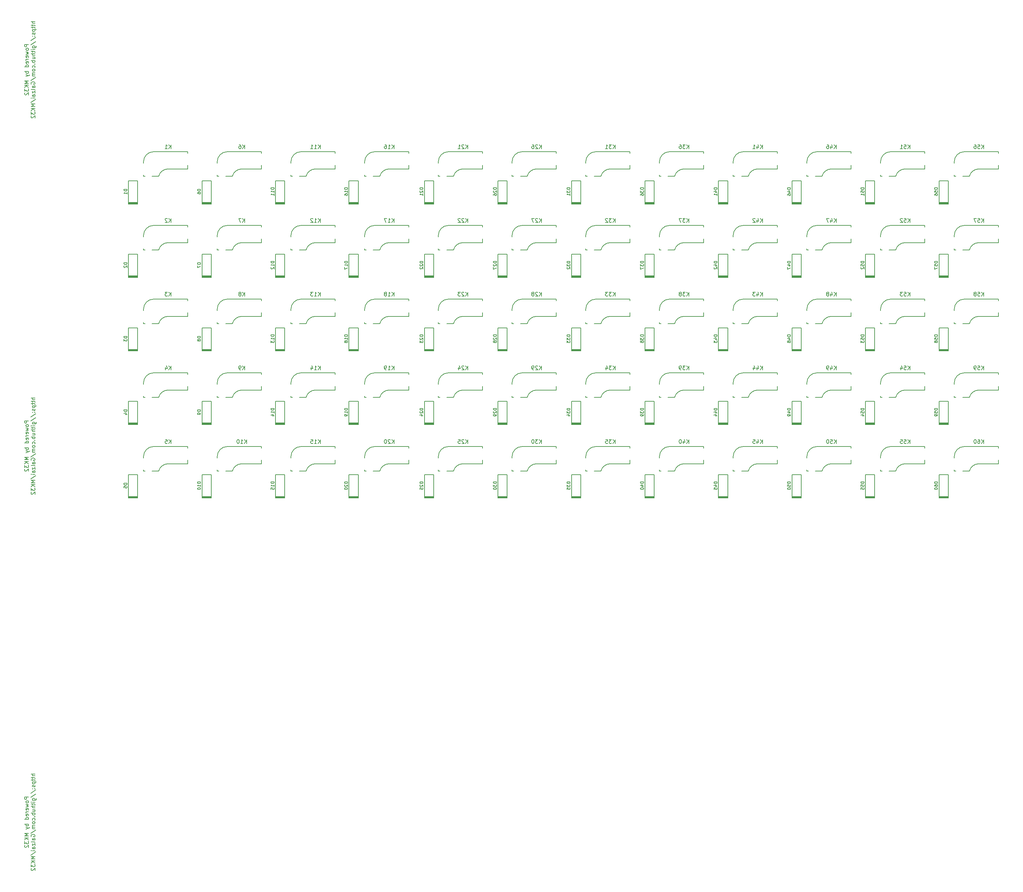
<source format=gbo>
%TF.GenerationSoftware,KiCad,Pcbnew,5.1.10*%
%TF.CreationDate,2021-06-15T19:04:48-05:00*%
%TF.ProjectId,olkbd_ble,6f6c6b62-645f-4626-9c65-2e6b69636164,rev?*%
%TF.SameCoordinates,Original*%
%TF.FileFunction,Legend,Bot*%
%TF.FilePolarity,Positive*%
%FSLAX46Y46*%
G04 Gerber Fmt 4.6, Leading zero omitted, Abs format (unit mm)*
G04 Created by KiCad (PCBNEW 5.1.10) date 2021-06-15 19:04:48*
%MOMM*%
%LPD*%
G01*
G04 APERTURE LIST*
%ADD10C,0.150000*%
%ADD11C,0.200000*%
G04 APERTURE END LIST*
D10*
X82833630Y-226855059D02*
X81833630Y-226855059D01*
X81833630Y-227236011D01*
X81881250Y-227331250D01*
X81928869Y-227378869D01*
X82024107Y-227426488D01*
X82166964Y-227426488D01*
X82262202Y-227378869D01*
X82309821Y-227331250D01*
X82357440Y-227236011D01*
X82357440Y-226855059D01*
X82833630Y-227997916D02*
X82786011Y-227902678D01*
X82738392Y-227855059D01*
X82643154Y-227807440D01*
X82357440Y-227807440D01*
X82262202Y-227855059D01*
X82214583Y-227902678D01*
X82166964Y-227997916D01*
X82166964Y-228140773D01*
X82214583Y-228236011D01*
X82262202Y-228283630D01*
X82357440Y-228331250D01*
X82643154Y-228331250D01*
X82738392Y-228283630D01*
X82786011Y-228236011D01*
X82833630Y-228140773D01*
X82833630Y-227997916D01*
X82166964Y-228664583D02*
X82833630Y-228855059D01*
X82357440Y-229045535D01*
X82833630Y-229236011D01*
X82166964Y-229426488D01*
X82786011Y-230188392D02*
X82833630Y-230093154D01*
X82833630Y-229902678D01*
X82786011Y-229807440D01*
X82690773Y-229759821D01*
X82309821Y-229759821D01*
X82214583Y-229807440D01*
X82166964Y-229902678D01*
X82166964Y-230093154D01*
X82214583Y-230188392D01*
X82309821Y-230236011D01*
X82405059Y-230236011D01*
X82500297Y-229759821D01*
X82833630Y-230664583D02*
X82166964Y-230664583D01*
X82357440Y-230664583D02*
X82262202Y-230712202D01*
X82214583Y-230759821D01*
X82166964Y-230855059D01*
X82166964Y-230950297D01*
X82786011Y-231664583D02*
X82833630Y-231569345D01*
X82833630Y-231378869D01*
X82786011Y-231283630D01*
X82690773Y-231236011D01*
X82309821Y-231236011D01*
X82214583Y-231283630D01*
X82166964Y-231378869D01*
X82166964Y-231569345D01*
X82214583Y-231664583D01*
X82309821Y-231712202D01*
X82405059Y-231712202D01*
X82500297Y-231236011D01*
X82833630Y-232569345D02*
X81833630Y-232569345D01*
X82786011Y-232569345D02*
X82833630Y-232474107D01*
X82833630Y-232283630D01*
X82786011Y-232188392D01*
X82738392Y-232140773D01*
X82643154Y-232093154D01*
X82357440Y-232093154D01*
X82262202Y-232140773D01*
X82214583Y-232188392D01*
X82166964Y-232283630D01*
X82166964Y-232474107D01*
X82214583Y-232569345D01*
X82833630Y-233807440D02*
X81833630Y-233807440D01*
X82214583Y-233807440D02*
X82166964Y-233902678D01*
X82166964Y-234093154D01*
X82214583Y-234188392D01*
X82262202Y-234236011D01*
X82357440Y-234283630D01*
X82643154Y-234283630D01*
X82738392Y-234236011D01*
X82786011Y-234188392D01*
X82833630Y-234093154D01*
X82833630Y-233902678D01*
X82786011Y-233807440D01*
X82166964Y-234616964D02*
X82833630Y-234855059D01*
X82166964Y-235093154D02*
X82833630Y-234855059D01*
X83071726Y-234759821D01*
X83119345Y-234712202D01*
X83166964Y-234616964D01*
X82833630Y-236236011D02*
X81833630Y-236236011D01*
X82547916Y-236569345D01*
X81833630Y-236902678D01*
X82833630Y-236902678D01*
X82833630Y-237378869D02*
X81833630Y-237378869D01*
X82833630Y-237950297D02*
X82262202Y-237521726D01*
X81833630Y-237950297D02*
X82405059Y-237378869D01*
X81833630Y-238283630D02*
X81833630Y-238902678D01*
X82214583Y-238569345D01*
X82214583Y-238712202D01*
X82262202Y-238807440D01*
X82309821Y-238855059D01*
X82405059Y-238902678D01*
X82643154Y-238902678D01*
X82738392Y-238855059D01*
X82786011Y-238807440D01*
X82833630Y-238712202D01*
X82833630Y-238426488D01*
X82786011Y-238331250D01*
X82738392Y-238283630D01*
X81928869Y-239283630D02*
X81881250Y-239331250D01*
X81833630Y-239426488D01*
X81833630Y-239664583D01*
X81881250Y-239759821D01*
X81928869Y-239807440D01*
X82024107Y-239855059D01*
X82119345Y-239855059D01*
X82262202Y-239807440D01*
X82833630Y-239236011D01*
X82833630Y-239855059D01*
X84483630Y-220902678D02*
X83483630Y-220902678D01*
X84483630Y-221331250D02*
X83959821Y-221331250D01*
X83864583Y-221283630D01*
X83816964Y-221188392D01*
X83816964Y-221045535D01*
X83864583Y-220950297D01*
X83912202Y-220902678D01*
X83816964Y-221664583D02*
X83816964Y-222045535D01*
X83483630Y-221807440D02*
X84340773Y-221807440D01*
X84436011Y-221855059D01*
X84483630Y-221950297D01*
X84483630Y-222045535D01*
X83816964Y-222236011D02*
X83816964Y-222616964D01*
X83483630Y-222378869D02*
X84340773Y-222378869D01*
X84436011Y-222426488D01*
X84483630Y-222521726D01*
X84483630Y-222616964D01*
X83816964Y-222950297D02*
X84816964Y-222950297D01*
X83864583Y-222950297D02*
X83816964Y-223045535D01*
X83816964Y-223236011D01*
X83864583Y-223331250D01*
X83912202Y-223378869D01*
X84007440Y-223426488D01*
X84293154Y-223426488D01*
X84388392Y-223378869D01*
X84436011Y-223331250D01*
X84483630Y-223236011D01*
X84483630Y-223045535D01*
X84436011Y-222950297D01*
X84436011Y-223807440D02*
X84483630Y-223902678D01*
X84483630Y-224093154D01*
X84436011Y-224188392D01*
X84340773Y-224236011D01*
X84293154Y-224236011D01*
X84197916Y-224188392D01*
X84150297Y-224093154D01*
X84150297Y-223950297D01*
X84102678Y-223855059D01*
X84007440Y-223807440D01*
X83959821Y-223807440D01*
X83864583Y-223855059D01*
X83816964Y-223950297D01*
X83816964Y-224093154D01*
X83864583Y-224188392D01*
X84388392Y-224664583D02*
X84436011Y-224712202D01*
X84483630Y-224664583D01*
X84436011Y-224616964D01*
X84388392Y-224664583D01*
X84483630Y-224664583D01*
X83864583Y-224664583D02*
X83912202Y-224712202D01*
X83959821Y-224664583D01*
X83912202Y-224616964D01*
X83864583Y-224664583D01*
X83959821Y-224664583D01*
X83436011Y-225855059D02*
X84721726Y-224997916D01*
X83436011Y-226902678D02*
X84721726Y-226045535D01*
X83816964Y-227664583D02*
X84626488Y-227664583D01*
X84721726Y-227616964D01*
X84769345Y-227569345D01*
X84816964Y-227474107D01*
X84816964Y-227331250D01*
X84769345Y-227236011D01*
X84436011Y-227664583D02*
X84483630Y-227569345D01*
X84483630Y-227378869D01*
X84436011Y-227283630D01*
X84388392Y-227236011D01*
X84293154Y-227188392D01*
X84007440Y-227188392D01*
X83912202Y-227236011D01*
X83864583Y-227283630D01*
X83816964Y-227378869D01*
X83816964Y-227569345D01*
X83864583Y-227664583D01*
X84483630Y-228140773D02*
X83816964Y-228140773D01*
X83483630Y-228140773D02*
X83531250Y-228093154D01*
X83578869Y-228140773D01*
X83531250Y-228188392D01*
X83483630Y-228140773D01*
X83578869Y-228140773D01*
X83816964Y-228474107D02*
X83816964Y-228855059D01*
X83483630Y-228616964D02*
X84340773Y-228616964D01*
X84436011Y-228664583D01*
X84483630Y-228759821D01*
X84483630Y-228855059D01*
X84483630Y-229188392D02*
X83483630Y-229188392D01*
X84483630Y-229616964D02*
X83959821Y-229616964D01*
X83864583Y-229569345D01*
X83816964Y-229474107D01*
X83816964Y-229331250D01*
X83864583Y-229236011D01*
X83912202Y-229188392D01*
X83816964Y-230521726D02*
X84483630Y-230521726D01*
X83816964Y-230093154D02*
X84340773Y-230093154D01*
X84436011Y-230140773D01*
X84483630Y-230236011D01*
X84483630Y-230378869D01*
X84436011Y-230474107D01*
X84388392Y-230521726D01*
X84483630Y-230997916D02*
X83483630Y-230997916D01*
X83864583Y-230997916D02*
X83816964Y-231093154D01*
X83816964Y-231283630D01*
X83864583Y-231378869D01*
X83912202Y-231426488D01*
X84007440Y-231474107D01*
X84293154Y-231474107D01*
X84388392Y-231426488D01*
X84436011Y-231378869D01*
X84483630Y-231283630D01*
X84483630Y-231093154D01*
X84436011Y-230997916D01*
X84388392Y-231902678D02*
X84436011Y-231950297D01*
X84483630Y-231902678D01*
X84436011Y-231855059D01*
X84388392Y-231902678D01*
X84483630Y-231902678D01*
X84436011Y-232807440D02*
X84483630Y-232712202D01*
X84483630Y-232521726D01*
X84436011Y-232426488D01*
X84388392Y-232378869D01*
X84293154Y-232331250D01*
X84007440Y-232331250D01*
X83912202Y-232378869D01*
X83864583Y-232426488D01*
X83816964Y-232521726D01*
X83816964Y-232712202D01*
X83864583Y-232807440D01*
X84483630Y-233378869D02*
X84436011Y-233283630D01*
X84388392Y-233236011D01*
X84293154Y-233188392D01*
X84007440Y-233188392D01*
X83912202Y-233236011D01*
X83864583Y-233283630D01*
X83816964Y-233378869D01*
X83816964Y-233521726D01*
X83864583Y-233616964D01*
X83912202Y-233664583D01*
X84007440Y-233712202D01*
X84293154Y-233712202D01*
X84388392Y-233664583D01*
X84436011Y-233616964D01*
X84483630Y-233521726D01*
X84483630Y-233378869D01*
X84483630Y-234140773D02*
X83816964Y-234140773D01*
X83912202Y-234140773D02*
X83864583Y-234188392D01*
X83816964Y-234283630D01*
X83816964Y-234426488D01*
X83864583Y-234521726D01*
X83959821Y-234569345D01*
X84483630Y-234569345D01*
X83959821Y-234569345D02*
X83864583Y-234616964D01*
X83816964Y-234712202D01*
X83816964Y-234855059D01*
X83864583Y-234950297D01*
X83959821Y-234997916D01*
X84483630Y-234997916D01*
X83436011Y-236188392D02*
X84721726Y-235331250D01*
X83531250Y-237045535D02*
X83483630Y-236950297D01*
X83483630Y-236807440D01*
X83531250Y-236664583D01*
X83626488Y-236569345D01*
X83721726Y-236521726D01*
X83912202Y-236474107D01*
X84055059Y-236474107D01*
X84245535Y-236521726D01*
X84340773Y-236569345D01*
X84436011Y-236664583D01*
X84483630Y-236807440D01*
X84483630Y-236902678D01*
X84436011Y-237045535D01*
X84388392Y-237093154D01*
X84055059Y-237093154D01*
X84055059Y-236902678D01*
X84483630Y-237950297D02*
X83959821Y-237950297D01*
X83864583Y-237902678D01*
X83816964Y-237807440D01*
X83816964Y-237616964D01*
X83864583Y-237521726D01*
X84436011Y-237950297D02*
X84483630Y-237855059D01*
X84483630Y-237616964D01*
X84436011Y-237521726D01*
X84340773Y-237474107D01*
X84245535Y-237474107D01*
X84150297Y-237521726D01*
X84102678Y-237616964D01*
X84102678Y-237855059D01*
X84055059Y-237950297D01*
X84483630Y-238569345D02*
X84436011Y-238474107D01*
X84340773Y-238426488D01*
X83483630Y-238426488D01*
X83816964Y-238855059D02*
X83816964Y-239378869D01*
X84483630Y-238855059D01*
X84483630Y-239378869D01*
X84483630Y-240188392D02*
X83959821Y-240188392D01*
X83864583Y-240140773D01*
X83816964Y-240045535D01*
X83816964Y-239855059D01*
X83864583Y-239759821D01*
X84436011Y-240188392D02*
X84483630Y-240093154D01*
X84483630Y-239855059D01*
X84436011Y-239759821D01*
X84340773Y-239712202D01*
X84245535Y-239712202D01*
X84150297Y-239759821D01*
X84102678Y-239855059D01*
X84102678Y-240093154D01*
X84055059Y-240188392D01*
X84483630Y-240664583D02*
X83816964Y-240664583D01*
X83483630Y-240664583D02*
X83531250Y-240616964D01*
X83578869Y-240664583D01*
X83531250Y-240712202D01*
X83483630Y-240664583D01*
X83578869Y-240664583D01*
X83436011Y-241855059D02*
X84721726Y-240997916D01*
X84483630Y-242188392D02*
X83483630Y-242188392D01*
X84197916Y-242521726D01*
X83483630Y-242855059D01*
X84483630Y-242855059D01*
X84483630Y-243331250D02*
X83483630Y-243331250D01*
X84483630Y-243902678D02*
X83912202Y-243474107D01*
X83483630Y-243902678D02*
X84055059Y-243331250D01*
X83483630Y-244236011D02*
X83483630Y-244855059D01*
X83864583Y-244521726D01*
X83864583Y-244664583D01*
X83912202Y-244759821D01*
X83959821Y-244807440D01*
X84055059Y-244855059D01*
X84293154Y-244855059D01*
X84388392Y-244807440D01*
X84436011Y-244759821D01*
X84483630Y-244664583D01*
X84483630Y-244378869D01*
X84436011Y-244283630D01*
X84388392Y-244236011D01*
X83578869Y-245236011D02*
X83531250Y-245283630D01*
X83483630Y-245378869D01*
X83483630Y-245616964D01*
X83531250Y-245712202D01*
X83578869Y-245759821D01*
X83674107Y-245807440D01*
X83769345Y-245807440D01*
X83912202Y-245759821D01*
X84483630Y-245188392D01*
X84483630Y-245807440D01*
X82833630Y-129605059D02*
X81833630Y-129605059D01*
X81833630Y-129986011D01*
X81881250Y-130081250D01*
X81928869Y-130128869D01*
X82024107Y-130176488D01*
X82166964Y-130176488D01*
X82262202Y-130128869D01*
X82309821Y-130081250D01*
X82357440Y-129986011D01*
X82357440Y-129605059D01*
X82833630Y-130747916D02*
X82786011Y-130652678D01*
X82738392Y-130605059D01*
X82643154Y-130557440D01*
X82357440Y-130557440D01*
X82262202Y-130605059D01*
X82214583Y-130652678D01*
X82166964Y-130747916D01*
X82166964Y-130890773D01*
X82214583Y-130986011D01*
X82262202Y-131033630D01*
X82357440Y-131081250D01*
X82643154Y-131081250D01*
X82738392Y-131033630D01*
X82786011Y-130986011D01*
X82833630Y-130890773D01*
X82833630Y-130747916D01*
X82166964Y-131414583D02*
X82833630Y-131605059D01*
X82357440Y-131795535D01*
X82833630Y-131986011D01*
X82166964Y-132176488D01*
X82786011Y-132938392D02*
X82833630Y-132843154D01*
X82833630Y-132652678D01*
X82786011Y-132557440D01*
X82690773Y-132509821D01*
X82309821Y-132509821D01*
X82214583Y-132557440D01*
X82166964Y-132652678D01*
X82166964Y-132843154D01*
X82214583Y-132938392D01*
X82309821Y-132986011D01*
X82405059Y-132986011D01*
X82500297Y-132509821D01*
X82833630Y-133414583D02*
X82166964Y-133414583D01*
X82357440Y-133414583D02*
X82262202Y-133462202D01*
X82214583Y-133509821D01*
X82166964Y-133605059D01*
X82166964Y-133700297D01*
X82786011Y-134414583D02*
X82833630Y-134319345D01*
X82833630Y-134128869D01*
X82786011Y-134033630D01*
X82690773Y-133986011D01*
X82309821Y-133986011D01*
X82214583Y-134033630D01*
X82166964Y-134128869D01*
X82166964Y-134319345D01*
X82214583Y-134414583D01*
X82309821Y-134462202D01*
X82405059Y-134462202D01*
X82500297Y-133986011D01*
X82833630Y-135319345D02*
X81833630Y-135319345D01*
X82786011Y-135319345D02*
X82833630Y-135224107D01*
X82833630Y-135033630D01*
X82786011Y-134938392D01*
X82738392Y-134890773D01*
X82643154Y-134843154D01*
X82357440Y-134843154D01*
X82262202Y-134890773D01*
X82214583Y-134938392D01*
X82166964Y-135033630D01*
X82166964Y-135224107D01*
X82214583Y-135319345D01*
X82833630Y-136557440D02*
X81833630Y-136557440D01*
X82214583Y-136557440D02*
X82166964Y-136652678D01*
X82166964Y-136843154D01*
X82214583Y-136938392D01*
X82262202Y-136986011D01*
X82357440Y-137033630D01*
X82643154Y-137033630D01*
X82738392Y-136986011D01*
X82786011Y-136938392D01*
X82833630Y-136843154D01*
X82833630Y-136652678D01*
X82786011Y-136557440D01*
X82166964Y-137366964D02*
X82833630Y-137605059D01*
X82166964Y-137843154D02*
X82833630Y-137605059D01*
X83071726Y-137509821D01*
X83119345Y-137462202D01*
X83166964Y-137366964D01*
X82833630Y-138986011D02*
X81833630Y-138986011D01*
X82547916Y-139319345D01*
X81833630Y-139652678D01*
X82833630Y-139652678D01*
X82833630Y-140128869D02*
X81833630Y-140128869D01*
X82833630Y-140700297D02*
X82262202Y-140271726D01*
X81833630Y-140700297D02*
X82405059Y-140128869D01*
X81833630Y-141033630D02*
X81833630Y-141652678D01*
X82214583Y-141319345D01*
X82214583Y-141462202D01*
X82262202Y-141557440D01*
X82309821Y-141605059D01*
X82405059Y-141652678D01*
X82643154Y-141652678D01*
X82738392Y-141605059D01*
X82786011Y-141557440D01*
X82833630Y-141462202D01*
X82833630Y-141176488D01*
X82786011Y-141081250D01*
X82738392Y-141033630D01*
X81928869Y-142033630D02*
X81881250Y-142081250D01*
X81833630Y-142176488D01*
X81833630Y-142414583D01*
X81881250Y-142509821D01*
X81928869Y-142557440D01*
X82024107Y-142605059D01*
X82119345Y-142605059D01*
X82262202Y-142557440D01*
X82833630Y-141986011D01*
X82833630Y-142605059D01*
X84483630Y-123652678D02*
X83483630Y-123652678D01*
X84483630Y-124081250D02*
X83959821Y-124081250D01*
X83864583Y-124033630D01*
X83816964Y-123938392D01*
X83816964Y-123795535D01*
X83864583Y-123700297D01*
X83912202Y-123652678D01*
X83816964Y-124414583D02*
X83816964Y-124795535D01*
X83483630Y-124557440D02*
X84340773Y-124557440D01*
X84436011Y-124605059D01*
X84483630Y-124700297D01*
X84483630Y-124795535D01*
X83816964Y-124986011D02*
X83816964Y-125366964D01*
X83483630Y-125128869D02*
X84340773Y-125128869D01*
X84436011Y-125176488D01*
X84483630Y-125271726D01*
X84483630Y-125366964D01*
X83816964Y-125700297D02*
X84816964Y-125700297D01*
X83864583Y-125700297D02*
X83816964Y-125795535D01*
X83816964Y-125986011D01*
X83864583Y-126081250D01*
X83912202Y-126128869D01*
X84007440Y-126176488D01*
X84293154Y-126176488D01*
X84388392Y-126128869D01*
X84436011Y-126081250D01*
X84483630Y-125986011D01*
X84483630Y-125795535D01*
X84436011Y-125700297D01*
X84436011Y-126557440D02*
X84483630Y-126652678D01*
X84483630Y-126843154D01*
X84436011Y-126938392D01*
X84340773Y-126986011D01*
X84293154Y-126986011D01*
X84197916Y-126938392D01*
X84150297Y-126843154D01*
X84150297Y-126700297D01*
X84102678Y-126605059D01*
X84007440Y-126557440D01*
X83959821Y-126557440D01*
X83864583Y-126605059D01*
X83816964Y-126700297D01*
X83816964Y-126843154D01*
X83864583Y-126938392D01*
X84388392Y-127414583D02*
X84436011Y-127462202D01*
X84483630Y-127414583D01*
X84436011Y-127366964D01*
X84388392Y-127414583D01*
X84483630Y-127414583D01*
X83864583Y-127414583D02*
X83912202Y-127462202D01*
X83959821Y-127414583D01*
X83912202Y-127366964D01*
X83864583Y-127414583D01*
X83959821Y-127414583D01*
X83436011Y-128605059D02*
X84721726Y-127747916D01*
X83436011Y-129652678D02*
X84721726Y-128795535D01*
X83816964Y-130414583D02*
X84626488Y-130414583D01*
X84721726Y-130366964D01*
X84769345Y-130319345D01*
X84816964Y-130224107D01*
X84816964Y-130081250D01*
X84769345Y-129986011D01*
X84436011Y-130414583D02*
X84483630Y-130319345D01*
X84483630Y-130128869D01*
X84436011Y-130033630D01*
X84388392Y-129986011D01*
X84293154Y-129938392D01*
X84007440Y-129938392D01*
X83912202Y-129986011D01*
X83864583Y-130033630D01*
X83816964Y-130128869D01*
X83816964Y-130319345D01*
X83864583Y-130414583D01*
X84483630Y-130890773D02*
X83816964Y-130890773D01*
X83483630Y-130890773D02*
X83531250Y-130843154D01*
X83578869Y-130890773D01*
X83531250Y-130938392D01*
X83483630Y-130890773D01*
X83578869Y-130890773D01*
X83816964Y-131224107D02*
X83816964Y-131605059D01*
X83483630Y-131366964D02*
X84340773Y-131366964D01*
X84436011Y-131414583D01*
X84483630Y-131509821D01*
X84483630Y-131605059D01*
X84483630Y-131938392D02*
X83483630Y-131938392D01*
X84483630Y-132366964D02*
X83959821Y-132366964D01*
X83864583Y-132319345D01*
X83816964Y-132224107D01*
X83816964Y-132081250D01*
X83864583Y-131986011D01*
X83912202Y-131938392D01*
X83816964Y-133271726D02*
X84483630Y-133271726D01*
X83816964Y-132843154D02*
X84340773Y-132843154D01*
X84436011Y-132890773D01*
X84483630Y-132986011D01*
X84483630Y-133128869D01*
X84436011Y-133224107D01*
X84388392Y-133271726D01*
X84483630Y-133747916D02*
X83483630Y-133747916D01*
X83864583Y-133747916D02*
X83816964Y-133843154D01*
X83816964Y-134033630D01*
X83864583Y-134128869D01*
X83912202Y-134176488D01*
X84007440Y-134224107D01*
X84293154Y-134224107D01*
X84388392Y-134176488D01*
X84436011Y-134128869D01*
X84483630Y-134033630D01*
X84483630Y-133843154D01*
X84436011Y-133747916D01*
X84388392Y-134652678D02*
X84436011Y-134700297D01*
X84483630Y-134652678D01*
X84436011Y-134605059D01*
X84388392Y-134652678D01*
X84483630Y-134652678D01*
X84436011Y-135557440D02*
X84483630Y-135462202D01*
X84483630Y-135271726D01*
X84436011Y-135176488D01*
X84388392Y-135128869D01*
X84293154Y-135081250D01*
X84007440Y-135081250D01*
X83912202Y-135128869D01*
X83864583Y-135176488D01*
X83816964Y-135271726D01*
X83816964Y-135462202D01*
X83864583Y-135557440D01*
X84483630Y-136128869D02*
X84436011Y-136033630D01*
X84388392Y-135986011D01*
X84293154Y-135938392D01*
X84007440Y-135938392D01*
X83912202Y-135986011D01*
X83864583Y-136033630D01*
X83816964Y-136128869D01*
X83816964Y-136271726D01*
X83864583Y-136366964D01*
X83912202Y-136414583D01*
X84007440Y-136462202D01*
X84293154Y-136462202D01*
X84388392Y-136414583D01*
X84436011Y-136366964D01*
X84483630Y-136271726D01*
X84483630Y-136128869D01*
X84483630Y-136890773D02*
X83816964Y-136890773D01*
X83912202Y-136890773D02*
X83864583Y-136938392D01*
X83816964Y-137033630D01*
X83816964Y-137176488D01*
X83864583Y-137271726D01*
X83959821Y-137319345D01*
X84483630Y-137319345D01*
X83959821Y-137319345D02*
X83864583Y-137366964D01*
X83816964Y-137462202D01*
X83816964Y-137605059D01*
X83864583Y-137700297D01*
X83959821Y-137747916D01*
X84483630Y-137747916D01*
X83436011Y-138938392D02*
X84721726Y-138081250D01*
X83531250Y-139795535D02*
X83483630Y-139700297D01*
X83483630Y-139557440D01*
X83531250Y-139414583D01*
X83626488Y-139319345D01*
X83721726Y-139271726D01*
X83912202Y-139224107D01*
X84055059Y-139224107D01*
X84245535Y-139271726D01*
X84340773Y-139319345D01*
X84436011Y-139414583D01*
X84483630Y-139557440D01*
X84483630Y-139652678D01*
X84436011Y-139795535D01*
X84388392Y-139843154D01*
X84055059Y-139843154D01*
X84055059Y-139652678D01*
X84483630Y-140700297D02*
X83959821Y-140700297D01*
X83864583Y-140652678D01*
X83816964Y-140557440D01*
X83816964Y-140366964D01*
X83864583Y-140271726D01*
X84436011Y-140700297D02*
X84483630Y-140605059D01*
X84483630Y-140366964D01*
X84436011Y-140271726D01*
X84340773Y-140224107D01*
X84245535Y-140224107D01*
X84150297Y-140271726D01*
X84102678Y-140366964D01*
X84102678Y-140605059D01*
X84055059Y-140700297D01*
X84483630Y-141319345D02*
X84436011Y-141224107D01*
X84340773Y-141176488D01*
X83483630Y-141176488D01*
X83816964Y-141605059D02*
X83816964Y-142128869D01*
X84483630Y-141605059D01*
X84483630Y-142128869D01*
X84483630Y-142938392D02*
X83959821Y-142938392D01*
X83864583Y-142890773D01*
X83816964Y-142795535D01*
X83816964Y-142605059D01*
X83864583Y-142509821D01*
X84436011Y-142938392D02*
X84483630Y-142843154D01*
X84483630Y-142605059D01*
X84436011Y-142509821D01*
X84340773Y-142462202D01*
X84245535Y-142462202D01*
X84150297Y-142509821D01*
X84102678Y-142605059D01*
X84102678Y-142843154D01*
X84055059Y-142938392D01*
X84483630Y-143414583D02*
X83816964Y-143414583D01*
X83483630Y-143414583D02*
X83531250Y-143366964D01*
X83578869Y-143414583D01*
X83531250Y-143462202D01*
X83483630Y-143414583D01*
X83578869Y-143414583D01*
X83436011Y-144605059D02*
X84721726Y-143747916D01*
X84483630Y-144938392D02*
X83483630Y-144938392D01*
X84197916Y-145271726D01*
X83483630Y-145605059D01*
X84483630Y-145605059D01*
X84483630Y-146081250D02*
X83483630Y-146081250D01*
X84483630Y-146652678D02*
X83912202Y-146224107D01*
X83483630Y-146652678D02*
X84055059Y-146081250D01*
X83483630Y-146986011D02*
X83483630Y-147605059D01*
X83864583Y-147271726D01*
X83864583Y-147414583D01*
X83912202Y-147509821D01*
X83959821Y-147557440D01*
X84055059Y-147605059D01*
X84293154Y-147605059D01*
X84388392Y-147557440D01*
X84436011Y-147509821D01*
X84483630Y-147414583D01*
X84483630Y-147128869D01*
X84436011Y-147033630D01*
X84388392Y-146986011D01*
X83578869Y-147986011D02*
X83531250Y-148033630D01*
X83483630Y-148128869D01*
X83483630Y-148366964D01*
X83531250Y-148462202D01*
X83578869Y-148509821D01*
X83674107Y-148557440D01*
X83769345Y-148557440D01*
X83912202Y-148509821D01*
X84483630Y-147938392D01*
X84483630Y-148557440D01*
X82833630Y-324105059D02*
X81833630Y-324105059D01*
X81833630Y-324486011D01*
X81881250Y-324581250D01*
X81928869Y-324628869D01*
X82024107Y-324676488D01*
X82166964Y-324676488D01*
X82262202Y-324628869D01*
X82309821Y-324581250D01*
X82357440Y-324486011D01*
X82357440Y-324105059D01*
X82833630Y-325247916D02*
X82786011Y-325152678D01*
X82738392Y-325105059D01*
X82643154Y-325057440D01*
X82357440Y-325057440D01*
X82262202Y-325105059D01*
X82214583Y-325152678D01*
X82166964Y-325247916D01*
X82166964Y-325390773D01*
X82214583Y-325486011D01*
X82262202Y-325533630D01*
X82357440Y-325581250D01*
X82643154Y-325581250D01*
X82738392Y-325533630D01*
X82786011Y-325486011D01*
X82833630Y-325390773D01*
X82833630Y-325247916D01*
X82166964Y-325914583D02*
X82833630Y-326105059D01*
X82357440Y-326295535D01*
X82833630Y-326486011D01*
X82166964Y-326676488D01*
X82786011Y-327438392D02*
X82833630Y-327343154D01*
X82833630Y-327152678D01*
X82786011Y-327057440D01*
X82690773Y-327009821D01*
X82309821Y-327009821D01*
X82214583Y-327057440D01*
X82166964Y-327152678D01*
X82166964Y-327343154D01*
X82214583Y-327438392D01*
X82309821Y-327486011D01*
X82405059Y-327486011D01*
X82500297Y-327009821D01*
X82833630Y-327914583D02*
X82166964Y-327914583D01*
X82357440Y-327914583D02*
X82262202Y-327962202D01*
X82214583Y-328009821D01*
X82166964Y-328105059D01*
X82166964Y-328200297D01*
X82786011Y-328914583D02*
X82833630Y-328819345D01*
X82833630Y-328628869D01*
X82786011Y-328533630D01*
X82690773Y-328486011D01*
X82309821Y-328486011D01*
X82214583Y-328533630D01*
X82166964Y-328628869D01*
X82166964Y-328819345D01*
X82214583Y-328914583D01*
X82309821Y-328962202D01*
X82405059Y-328962202D01*
X82500297Y-328486011D01*
X82833630Y-329819345D02*
X81833630Y-329819345D01*
X82786011Y-329819345D02*
X82833630Y-329724107D01*
X82833630Y-329533630D01*
X82786011Y-329438392D01*
X82738392Y-329390773D01*
X82643154Y-329343154D01*
X82357440Y-329343154D01*
X82262202Y-329390773D01*
X82214583Y-329438392D01*
X82166964Y-329533630D01*
X82166964Y-329724107D01*
X82214583Y-329819345D01*
X82833630Y-331057440D02*
X81833630Y-331057440D01*
X82214583Y-331057440D02*
X82166964Y-331152678D01*
X82166964Y-331343154D01*
X82214583Y-331438392D01*
X82262202Y-331486011D01*
X82357440Y-331533630D01*
X82643154Y-331533630D01*
X82738392Y-331486011D01*
X82786011Y-331438392D01*
X82833630Y-331343154D01*
X82833630Y-331152678D01*
X82786011Y-331057440D01*
X82166964Y-331866964D02*
X82833630Y-332105059D01*
X82166964Y-332343154D02*
X82833630Y-332105059D01*
X83071726Y-332009821D01*
X83119345Y-331962202D01*
X83166964Y-331866964D01*
X82833630Y-333486011D02*
X81833630Y-333486011D01*
X82547916Y-333819345D01*
X81833630Y-334152678D01*
X82833630Y-334152678D01*
X82833630Y-334628869D02*
X81833630Y-334628869D01*
X82833630Y-335200297D02*
X82262202Y-334771726D01*
X81833630Y-335200297D02*
X82405059Y-334628869D01*
X81833630Y-335533630D02*
X81833630Y-336152678D01*
X82214583Y-335819345D01*
X82214583Y-335962202D01*
X82262202Y-336057440D01*
X82309821Y-336105059D01*
X82405059Y-336152678D01*
X82643154Y-336152678D01*
X82738392Y-336105059D01*
X82786011Y-336057440D01*
X82833630Y-335962202D01*
X82833630Y-335676488D01*
X82786011Y-335581250D01*
X82738392Y-335533630D01*
X81928869Y-336533630D02*
X81881250Y-336581250D01*
X81833630Y-336676488D01*
X81833630Y-336914583D01*
X81881250Y-337009821D01*
X81928869Y-337057440D01*
X82024107Y-337105059D01*
X82119345Y-337105059D01*
X82262202Y-337057440D01*
X82833630Y-336486011D01*
X82833630Y-337105059D01*
X84483630Y-318152678D02*
X83483630Y-318152678D01*
X84483630Y-318581250D02*
X83959821Y-318581250D01*
X83864583Y-318533630D01*
X83816964Y-318438392D01*
X83816964Y-318295535D01*
X83864583Y-318200297D01*
X83912202Y-318152678D01*
X83816964Y-318914583D02*
X83816964Y-319295535D01*
X83483630Y-319057440D02*
X84340773Y-319057440D01*
X84436011Y-319105059D01*
X84483630Y-319200297D01*
X84483630Y-319295535D01*
X83816964Y-319486011D02*
X83816964Y-319866964D01*
X83483630Y-319628869D02*
X84340773Y-319628869D01*
X84436011Y-319676488D01*
X84483630Y-319771726D01*
X84483630Y-319866964D01*
X83816964Y-320200297D02*
X84816964Y-320200297D01*
X83864583Y-320200297D02*
X83816964Y-320295535D01*
X83816964Y-320486011D01*
X83864583Y-320581250D01*
X83912202Y-320628869D01*
X84007440Y-320676488D01*
X84293154Y-320676488D01*
X84388392Y-320628869D01*
X84436011Y-320581250D01*
X84483630Y-320486011D01*
X84483630Y-320295535D01*
X84436011Y-320200297D01*
X84436011Y-321057440D02*
X84483630Y-321152678D01*
X84483630Y-321343154D01*
X84436011Y-321438392D01*
X84340773Y-321486011D01*
X84293154Y-321486011D01*
X84197916Y-321438392D01*
X84150297Y-321343154D01*
X84150297Y-321200297D01*
X84102678Y-321105059D01*
X84007440Y-321057440D01*
X83959821Y-321057440D01*
X83864583Y-321105059D01*
X83816964Y-321200297D01*
X83816964Y-321343154D01*
X83864583Y-321438392D01*
X84388392Y-321914583D02*
X84436011Y-321962202D01*
X84483630Y-321914583D01*
X84436011Y-321866964D01*
X84388392Y-321914583D01*
X84483630Y-321914583D01*
X83864583Y-321914583D02*
X83912202Y-321962202D01*
X83959821Y-321914583D01*
X83912202Y-321866964D01*
X83864583Y-321914583D01*
X83959821Y-321914583D01*
X83436011Y-323105059D02*
X84721726Y-322247916D01*
X83436011Y-324152678D02*
X84721726Y-323295535D01*
X83816964Y-324914583D02*
X84626488Y-324914583D01*
X84721726Y-324866964D01*
X84769345Y-324819345D01*
X84816964Y-324724107D01*
X84816964Y-324581250D01*
X84769345Y-324486011D01*
X84436011Y-324914583D02*
X84483630Y-324819345D01*
X84483630Y-324628869D01*
X84436011Y-324533630D01*
X84388392Y-324486011D01*
X84293154Y-324438392D01*
X84007440Y-324438392D01*
X83912202Y-324486011D01*
X83864583Y-324533630D01*
X83816964Y-324628869D01*
X83816964Y-324819345D01*
X83864583Y-324914583D01*
X84483630Y-325390773D02*
X83816964Y-325390773D01*
X83483630Y-325390773D02*
X83531250Y-325343154D01*
X83578869Y-325390773D01*
X83531250Y-325438392D01*
X83483630Y-325390773D01*
X83578869Y-325390773D01*
X83816964Y-325724107D02*
X83816964Y-326105059D01*
X83483630Y-325866964D02*
X84340773Y-325866964D01*
X84436011Y-325914583D01*
X84483630Y-326009821D01*
X84483630Y-326105059D01*
X84483630Y-326438392D02*
X83483630Y-326438392D01*
X84483630Y-326866964D02*
X83959821Y-326866964D01*
X83864583Y-326819345D01*
X83816964Y-326724107D01*
X83816964Y-326581250D01*
X83864583Y-326486011D01*
X83912202Y-326438392D01*
X83816964Y-327771726D02*
X84483630Y-327771726D01*
X83816964Y-327343154D02*
X84340773Y-327343154D01*
X84436011Y-327390773D01*
X84483630Y-327486011D01*
X84483630Y-327628869D01*
X84436011Y-327724107D01*
X84388392Y-327771726D01*
X84483630Y-328247916D02*
X83483630Y-328247916D01*
X83864583Y-328247916D02*
X83816964Y-328343154D01*
X83816964Y-328533630D01*
X83864583Y-328628869D01*
X83912202Y-328676488D01*
X84007440Y-328724107D01*
X84293154Y-328724107D01*
X84388392Y-328676488D01*
X84436011Y-328628869D01*
X84483630Y-328533630D01*
X84483630Y-328343154D01*
X84436011Y-328247916D01*
X84388392Y-329152678D02*
X84436011Y-329200297D01*
X84483630Y-329152678D01*
X84436011Y-329105059D01*
X84388392Y-329152678D01*
X84483630Y-329152678D01*
X84436011Y-330057440D02*
X84483630Y-329962202D01*
X84483630Y-329771726D01*
X84436011Y-329676488D01*
X84388392Y-329628869D01*
X84293154Y-329581250D01*
X84007440Y-329581250D01*
X83912202Y-329628869D01*
X83864583Y-329676488D01*
X83816964Y-329771726D01*
X83816964Y-329962202D01*
X83864583Y-330057440D01*
X84483630Y-330628869D02*
X84436011Y-330533630D01*
X84388392Y-330486011D01*
X84293154Y-330438392D01*
X84007440Y-330438392D01*
X83912202Y-330486011D01*
X83864583Y-330533630D01*
X83816964Y-330628869D01*
X83816964Y-330771726D01*
X83864583Y-330866964D01*
X83912202Y-330914583D01*
X84007440Y-330962202D01*
X84293154Y-330962202D01*
X84388392Y-330914583D01*
X84436011Y-330866964D01*
X84483630Y-330771726D01*
X84483630Y-330628869D01*
X84483630Y-331390773D02*
X83816964Y-331390773D01*
X83912202Y-331390773D02*
X83864583Y-331438392D01*
X83816964Y-331533630D01*
X83816964Y-331676488D01*
X83864583Y-331771726D01*
X83959821Y-331819345D01*
X84483630Y-331819345D01*
X83959821Y-331819345D02*
X83864583Y-331866964D01*
X83816964Y-331962202D01*
X83816964Y-332105059D01*
X83864583Y-332200297D01*
X83959821Y-332247916D01*
X84483630Y-332247916D01*
X83436011Y-333438392D02*
X84721726Y-332581250D01*
X83531250Y-334295535D02*
X83483630Y-334200297D01*
X83483630Y-334057440D01*
X83531250Y-333914583D01*
X83626488Y-333819345D01*
X83721726Y-333771726D01*
X83912202Y-333724107D01*
X84055059Y-333724107D01*
X84245535Y-333771726D01*
X84340773Y-333819345D01*
X84436011Y-333914583D01*
X84483630Y-334057440D01*
X84483630Y-334152678D01*
X84436011Y-334295535D01*
X84388392Y-334343154D01*
X84055059Y-334343154D01*
X84055059Y-334152678D01*
X84483630Y-335200297D02*
X83959821Y-335200297D01*
X83864583Y-335152678D01*
X83816964Y-335057440D01*
X83816964Y-334866964D01*
X83864583Y-334771726D01*
X84436011Y-335200297D02*
X84483630Y-335105059D01*
X84483630Y-334866964D01*
X84436011Y-334771726D01*
X84340773Y-334724107D01*
X84245535Y-334724107D01*
X84150297Y-334771726D01*
X84102678Y-334866964D01*
X84102678Y-335105059D01*
X84055059Y-335200297D01*
X84483630Y-335819345D02*
X84436011Y-335724107D01*
X84340773Y-335676488D01*
X83483630Y-335676488D01*
X83816964Y-336105059D02*
X83816964Y-336628869D01*
X84483630Y-336105059D01*
X84483630Y-336628869D01*
X84483630Y-337438392D02*
X83959821Y-337438392D01*
X83864583Y-337390773D01*
X83816964Y-337295535D01*
X83816964Y-337105059D01*
X83864583Y-337009821D01*
X84436011Y-337438392D02*
X84483630Y-337343154D01*
X84483630Y-337105059D01*
X84436011Y-337009821D01*
X84340773Y-336962202D01*
X84245535Y-336962202D01*
X84150297Y-337009821D01*
X84102678Y-337105059D01*
X84102678Y-337343154D01*
X84055059Y-337438392D01*
X84483630Y-337914583D02*
X83816964Y-337914583D01*
X83483630Y-337914583D02*
X83531250Y-337866964D01*
X83578869Y-337914583D01*
X83531250Y-337962202D01*
X83483630Y-337914583D01*
X83578869Y-337914583D01*
X83436011Y-339105059D02*
X84721726Y-338247916D01*
X84483630Y-339438392D02*
X83483630Y-339438392D01*
X84197916Y-339771726D01*
X83483630Y-340105059D01*
X84483630Y-340105059D01*
X84483630Y-340581250D02*
X83483630Y-340581250D01*
X84483630Y-341152678D02*
X83912202Y-340724107D01*
X83483630Y-341152678D02*
X84055059Y-340581250D01*
X83483630Y-341486011D02*
X83483630Y-342105059D01*
X83864583Y-341771726D01*
X83864583Y-341914583D01*
X83912202Y-342009821D01*
X83959821Y-342057440D01*
X84055059Y-342105059D01*
X84293154Y-342105059D01*
X84388392Y-342057440D01*
X84436011Y-342009821D01*
X84483630Y-341914583D01*
X84483630Y-341628869D01*
X84436011Y-341533630D01*
X84388392Y-341486011D01*
X83578869Y-342486011D02*
X83531250Y-342533630D01*
X83483630Y-342628869D01*
X83483630Y-342866964D01*
X83531250Y-342962202D01*
X83578869Y-343009821D01*
X83674107Y-343057440D01*
X83769345Y-343057440D01*
X83912202Y-343009821D01*
X84483630Y-342438392D01*
X84483630Y-343057440D01*
D11*
%TO.C,D58*%
X318162500Y-208662500D02*
X320562500Y-208662500D01*
X320562500Y-208387500D02*
X318162500Y-208387500D01*
X320562500Y-208512500D02*
X318162500Y-208512500D01*
X320562500Y-208787500D02*
X320562500Y-202787500D01*
X320562500Y-202787500D02*
X318162500Y-202787500D01*
X318162500Y-202787500D02*
X318162500Y-208787500D01*
X318162500Y-208787500D02*
X320562500Y-208787500D01*
D10*
%TO.C,K32*%
X226874500Y-182309500D02*
X226874500Y-182690500D01*
X238304500Y-179769500D02*
X238304500Y-180785500D01*
X238304500Y-180785500D02*
X233224500Y-180785500D01*
X230760338Y-182690500D02*
X229033500Y-182690500D01*
X227255500Y-182690500D02*
X226874500Y-182690500D01*
X226874500Y-178880500D02*
X226874500Y-179261500D01*
X229414500Y-176340500D02*
X238304500Y-176340500D01*
X238304500Y-176340500D02*
X238304500Y-176721500D01*
X230760338Y-182709460D02*
G75*
G02*
X233224500Y-180785500I2464162J-616040D01*
G01*
X226874500Y-178880500D02*
G75*
G02*
X229414500Y-176340500I2540000J0D01*
G01*
%TO.C,K33*%
X226874500Y-201359500D02*
X226874500Y-201740500D01*
X238304500Y-198819500D02*
X238304500Y-199835500D01*
X238304500Y-199835500D02*
X233224500Y-199835500D01*
X230760338Y-201740500D02*
X229033500Y-201740500D01*
X227255500Y-201740500D02*
X226874500Y-201740500D01*
X226874500Y-197930500D02*
X226874500Y-198311500D01*
X229414500Y-195390500D02*
X238304500Y-195390500D01*
X238304500Y-195390500D02*
X238304500Y-195771500D01*
X230760338Y-201759460D02*
G75*
G02*
X233224500Y-199835500I2464162J-616040D01*
G01*
X226874500Y-197930500D02*
G75*
G02*
X229414500Y-195390500I2540000J0D01*
G01*
%TO.C,K42*%
X264974500Y-182309500D02*
X264974500Y-182690500D01*
X276404500Y-179769500D02*
X276404500Y-180785500D01*
X276404500Y-180785500D02*
X271324500Y-180785500D01*
X268860338Y-182690500D02*
X267133500Y-182690500D01*
X265355500Y-182690500D02*
X264974500Y-182690500D01*
X264974500Y-178880500D02*
X264974500Y-179261500D01*
X267514500Y-176340500D02*
X276404500Y-176340500D01*
X276404500Y-176340500D02*
X276404500Y-176721500D01*
X268860338Y-182709460D02*
G75*
G02*
X271324500Y-180785500I2464162J-616040D01*
G01*
X264974500Y-178880500D02*
G75*
G02*
X267514500Y-176340500I2540000J0D01*
G01*
%TO.C,K31*%
X226874500Y-163259500D02*
X226874500Y-163640500D01*
X238304500Y-160719500D02*
X238304500Y-161735500D01*
X238304500Y-161735500D02*
X233224500Y-161735500D01*
X230760338Y-163640500D02*
X229033500Y-163640500D01*
X227255500Y-163640500D02*
X226874500Y-163640500D01*
X226874500Y-159830500D02*
X226874500Y-160211500D01*
X229414500Y-157290500D02*
X238304500Y-157290500D01*
X238304500Y-157290500D02*
X238304500Y-157671500D01*
X230760338Y-163659460D02*
G75*
G02*
X233224500Y-161735500I2464162J-616040D01*
G01*
X226874500Y-159830500D02*
G75*
G02*
X229414500Y-157290500I2540000J0D01*
G01*
%TO.C,K24*%
X188774500Y-220409500D02*
X188774500Y-220790500D01*
X200204500Y-217869500D02*
X200204500Y-218885500D01*
X200204500Y-218885500D02*
X195124500Y-218885500D01*
X192660338Y-220790500D02*
X190933500Y-220790500D01*
X189155500Y-220790500D02*
X188774500Y-220790500D01*
X188774500Y-216980500D02*
X188774500Y-217361500D01*
X191314500Y-214440500D02*
X200204500Y-214440500D01*
X200204500Y-214440500D02*
X200204500Y-214821500D01*
X192660338Y-220809460D02*
G75*
G02*
X195124500Y-218885500I2464162J-616040D01*
G01*
X188774500Y-216980500D02*
G75*
G02*
X191314500Y-214440500I2540000J0D01*
G01*
%TO.C,K41*%
X264974500Y-163259500D02*
X264974500Y-163640500D01*
X276404500Y-160719500D02*
X276404500Y-161735500D01*
X276404500Y-161735500D02*
X271324500Y-161735500D01*
X268860338Y-163640500D02*
X267133500Y-163640500D01*
X265355500Y-163640500D02*
X264974500Y-163640500D01*
X264974500Y-159830500D02*
X264974500Y-160211500D01*
X267514500Y-157290500D02*
X276404500Y-157290500D01*
X276404500Y-157290500D02*
X276404500Y-157671500D01*
X268860338Y-163659460D02*
G75*
G02*
X271324500Y-161735500I2464162J-616040D01*
G01*
X264974500Y-159830500D02*
G75*
G02*
X267514500Y-157290500I2540000J0D01*
G01*
%TO.C,K34*%
X226874500Y-220409500D02*
X226874500Y-220790500D01*
X238304500Y-217869500D02*
X238304500Y-218885500D01*
X238304500Y-218885500D02*
X233224500Y-218885500D01*
X230760338Y-220790500D02*
X229033500Y-220790500D01*
X227255500Y-220790500D02*
X226874500Y-220790500D01*
X226874500Y-216980500D02*
X226874500Y-217361500D01*
X229414500Y-214440500D02*
X238304500Y-214440500D01*
X238304500Y-214440500D02*
X238304500Y-214821500D01*
X230760338Y-220809460D02*
G75*
G02*
X233224500Y-218885500I2464162J-616040D01*
G01*
X226874500Y-216980500D02*
G75*
G02*
X229414500Y-214440500I2540000J0D01*
G01*
%TO.C,K23*%
X188774500Y-201359500D02*
X188774500Y-201740500D01*
X200204500Y-198819500D02*
X200204500Y-199835500D01*
X200204500Y-199835500D02*
X195124500Y-199835500D01*
X192660338Y-201740500D02*
X190933500Y-201740500D01*
X189155500Y-201740500D02*
X188774500Y-201740500D01*
X188774500Y-197930500D02*
X188774500Y-198311500D01*
X191314500Y-195390500D02*
X200204500Y-195390500D01*
X200204500Y-195390500D02*
X200204500Y-195771500D01*
X192660338Y-201759460D02*
G75*
G02*
X195124500Y-199835500I2464162J-616040D01*
G01*
X188774500Y-197930500D02*
G75*
G02*
X191314500Y-195390500I2540000J0D01*
G01*
D11*
%TO.C,D59*%
X318162500Y-227662500D02*
X320562500Y-227662500D01*
X320562500Y-227387500D02*
X318162500Y-227387500D01*
X320562500Y-227512500D02*
X318162500Y-227512500D01*
X320562500Y-227787500D02*
X320562500Y-221787500D01*
X320562500Y-221787500D02*
X318162500Y-221787500D01*
X318162500Y-221787500D02*
X318162500Y-227787500D01*
X318162500Y-227787500D02*
X320562500Y-227787500D01*
%TO.C,D54*%
X299162500Y-227662500D02*
X301562500Y-227662500D01*
X301562500Y-227387500D02*
X299162500Y-227387500D01*
X301562500Y-227512500D02*
X299162500Y-227512500D01*
X301562500Y-227787500D02*
X301562500Y-221787500D01*
X301562500Y-221787500D02*
X299162500Y-221787500D01*
X299162500Y-221787500D02*
X299162500Y-227787500D01*
X299162500Y-227787500D02*
X301562500Y-227787500D01*
%TO.C,D15*%
X146662500Y-246662500D02*
X149062500Y-246662500D01*
X149062500Y-246387500D02*
X146662500Y-246387500D01*
X149062500Y-246512500D02*
X146662500Y-246512500D01*
X149062500Y-246787500D02*
X149062500Y-240787500D01*
X149062500Y-240787500D02*
X146662500Y-240787500D01*
X146662500Y-240787500D02*
X146662500Y-246787500D01*
X146662500Y-246787500D02*
X149062500Y-246787500D01*
%TO.C,D4*%
X108662500Y-227662500D02*
X111062500Y-227662500D01*
X111062500Y-227387500D02*
X108662500Y-227387500D01*
X111062500Y-227512500D02*
X108662500Y-227512500D01*
X111062500Y-227787500D02*
X111062500Y-221787500D01*
X111062500Y-221787500D02*
X108662500Y-221787500D01*
X108662500Y-221787500D02*
X108662500Y-227787500D01*
X108662500Y-227787500D02*
X111062500Y-227787500D01*
%TO.C,D50*%
X280162500Y-246662500D02*
X282562500Y-246662500D01*
X282562500Y-246387500D02*
X280162500Y-246387500D01*
X282562500Y-246512500D02*
X280162500Y-246512500D01*
X282562500Y-246787500D02*
X282562500Y-240787500D01*
X282562500Y-240787500D02*
X280162500Y-240787500D01*
X280162500Y-240787500D02*
X280162500Y-246787500D01*
X280162500Y-246787500D02*
X282562500Y-246787500D01*
%TO.C,D11*%
X146662500Y-170662500D02*
X149062500Y-170662500D01*
X149062500Y-170387500D02*
X146662500Y-170387500D01*
X149062500Y-170512500D02*
X146662500Y-170512500D01*
X149062500Y-170787500D02*
X149062500Y-164787500D01*
X149062500Y-164787500D02*
X146662500Y-164787500D01*
X146662500Y-164787500D02*
X146662500Y-170787500D01*
X146662500Y-170787500D02*
X149062500Y-170787500D01*
D10*
%TO.C,K19*%
X169724500Y-220409500D02*
X169724500Y-220790500D01*
X181154500Y-217869500D02*
X181154500Y-218885500D01*
X181154500Y-218885500D02*
X176074500Y-218885500D01*
X173610338Y-220790500D02*
X171883500Y-220790500D01*
X170105500Y-220790500D02*
X169724500Y-220790500D01*
X169724500Y-216980500D02*
X169724500Y-217361500D01*
X172264500Y-214440500D02*
X181154500Y-214440500D01*
X181154500Y-214440500D02*
X181154500Y-214821500D01*
X173610338Y-220809460D02*
G75*
G02*
X176074500Y-218885500I2464162J-616040D01*
G01*
X169724500Y-216980500D02*
G75*
G02*
X172264500Y-214440500I2540000J0D01*
G01*
D11*
%TO.C,D57*%
X318162500Y-189662500D02*
X320562500Y-189662500D01*
X320562500Y-189387500D02*
X318162500Y-189387500D01*
X320562500Y-189512500D02*
X318162500Y-189512500D01*
X320562500Y-189787500D02*
X320562500Y-183787500D01*
X320562500Y-183787500D02*
X318162500Y-183787500D01*
X318162500Y-183787500D02*
X318162500Y-189787500D01*
X318162500Y-189787500D02*
X320562500Y-189787500D01*
D10*
%TO.C,K22*%
X188774500Y-182309500D02*
X188774500Y-182690500D01*
X200204500Y-179769500D02*
X200204500Y-180785500D01*
X200204500Y-180785500D02*
X195124500Y-180785500D01*
X192660338Y-182690500D02*
X190933500Y-182690500D01*
X189155500Y-182690500D02*
X188774500Y-182690500D01*
X188774500Y-178880500D02*
X188774500Y-179261500D01*
X191314500Y-176340500D02*
X200204500Y-176340500D01*
X200204500Y-176340500D02*
X200204500Y-176721500D01*
X192660338Y-182709460D02*
G75*
G02*
X195124500Y-180785500I2464162J-616040D01*
G01*
X188774500Y-178880500D02*
G75*
G02*
X191314500Y-176340500I2540000J0D01*
G01*
D11*
%TO.C,D10*%
X127662500Y-246662500D02*
X130062500Y-246662500D01*
X130062500Y-246387500D02*
X127662500Y-246387500D01*
X130062500Y-246512500D02*
X127662500Y-246512500D01*
X130062500Y-246787500D02*
X130062500Y-240787500D01*
X130062500Y-240787500D02*
X127662500Y-240787500D01*
X127662500Y-240787500D02*
X127662500Y-246787500D01*
X127662500Y-246787500D02*
X130062500Y-246787500D01*
D10*
%TO.C,K45*%
X264974500Y-239459500D02*
X264974500Y-239840500D01*
X276404500Y-236919500D02*
X276404500Y-237935500D01*
X276404500Y-237935500D02*
X271324500Y-237935500D01*
X268860338Y-239840500D02*
X267133500Y-239840500D01*
X265355500Y-239840500D02*
X264974500Y-239840500D01*
X264974500Y-236030500D02*
X264974500Y-236411500D01*
X267514500Y-233490500D02*
X276404500Y-233490500D01*
X276404500Y-233490500D02*
X276404500Y-233871500D01*
X268860338Y-239859460D02*
G75*
G02*
X271324500Y-237935500I2464162J-616040D01*
G01*
X264974500Y-236030500D02*
G75*
G02*
X267514500Y-233490500I2540000J0D01*
G01*
%TO.C,K20*%
X169724500Y-239459500D02*
X169724500Y-239840500D01*
X181154500Y-236919500D02*
X181154500Y-237935500D01*
X181154500Y-237935500D02*
X176074500Y-237935500D01*
X173610338Y-239840500D02*
X171883500Y-239840500D01*
X170105500Y-239840500D02*
X169724500Y-239840500D01*
X169724500Y-236030500D02*
X169724500Y-236411500D01*
X172264500Y-233490500D02*
X181154500Y-233490500D01*
X181154500Y-233490500D02*
X181154500Y-233871500D01*
X173610338Y-239859460D02*
G75*
G02*
X176074500Y-237935500I2464162J-616040D01*
G01*
X169724500Y-236030500D02*
G75*
G02*
X172264500Y-233490500I2540000J0D01*
G01*
D11*
%TO.C,D1*%
X108662500Y-170662500D02*
X111062500Y-170662500D01*
X111062500Y-170387500D02*
X108662500Y-170387500D01*
X111062500Y-170512500D02*
X108662500Y-170512500D01*
X111062500Y-170787500D02*
X111062500Y-164787500D01*
X111062500Y-164787500D02*
X108662500Y-164787500D01*
X108662500Y-164787500D02*
X108662500Y-170787500D01*
X108662500Y-170787500D02*
X111062500Y-170787500D01*
D10*
%TO.C,K30*%
X207824500Y-239459500D02*
X207824500Y-239840500D01*
X219254500Y-236919500D02*
X219254500Y-237935500D01*
X219254500Y-237935500D02*
X214174500Y-237935500D01*
X211710338Y-239840500D02*
X209983500Y-239840500D01*
X208205500Y-239840500D02*
X207824500Y-239840500D01*
X207824500Y-236030500D02*
X207824500Y-236411500D01*
X210364500Y-233490500D02*
X219254500Y-233490500D01*
X219254500Y-233490500D02*
X219254500Y-233871500D01*
X211710338Y-239859460D02*
G75*
G02*
X214174500Y-237935500I2464162J-616040D01*
G01*
X207824500Y-236030500D02*
G75*
G02*
X210364500Y-233490500I2540000J0D01*
G01*
%TO.C,K28*%
X207824500Y-201359500D02*
X207824500Y-201740500D01*
X219254500Y-198819500D02*
X219254500Y-199835500D01*
X219254500Y-199835500D02*
X214174500Y-199835500D01*
X211710338Y-201740500D02*
X209983500Y-201740500D01*
X208205500Y-201740500D02*
X207824500Y-201740500D01*
X207824500Y-197930500D02*
X207824500Y-198311500D01*
X210364500Y-195390500D02*
X219254500Y-195390500D01*
X219254500Y-195390500D02*
X219254500Y-195771500D01*
X211710338Y-201759460D02*
G75*
G02*
X214174500Y-199835500I2464162J-616040D01*
G01*
X207824500Y-197930500D02*
G75*
G02*
X210364500Y-195390500I2540000J0D01*
G01*
%TO.C,K25*%
X188774500Y-239459500D02*
X188774500Y-239840500D01*
X200204500Y-236919500D02*
X200204500Y-237935500D01*
X200204500Y-237935500D02*
X195124500Y-237935500D01*
X192660338Y-239840500D02*
X190933500Y-239840500D01*
X189155500Y-239840500D02*
X188774500Y-239840500D01*
X188774500Y-236030500D02*
X188774500Y-236411500D01*
X191314500Y-233490500D02*
X200204500Y-233490500D01*
X200204500Y-233490500D02*
X200204500Y-233871500D01*
X192660338Y-239859460D02*
G75*
G02*
X195124500Y-237935500I2464162J-616040D01*
G01*
X188774500Y-236030500D02*
G75*
G02*
X191314500Y-233490500I2540000J0D01*
G01*
D11*
%TO.C,D60*%
X318162500Y-246662500D02*
X320562500Y-246662500D01*
X320562500Y-246387500D02*
X318162500Y-246387500D01*
X320562500Y-246512500D02*
X318162500Y-246512500D01*
X320562500Y-246787500D02*
X320562500Y-240787500D01*
X320562500Y-240787500D02*
X318162500Y-240787500D01*
X318162500Y-240787500D02*
X318162500Y-246787500D01*
X318162500Y-246787500D02*
X320562500Y-246787500D01*
D10*
%TO.C,K51*%
X303074500Y-163259500D02*
X303074500Y-163640500D01*
X314504500Y-160719500D02*
X314504500Y-161735500D01*
X314504500Y-161735500D02*
X309424500Y-161735500D01*
X306960338Y-163640500D02*
X305233500Y-163640500D01*
X303455500Y-163640500D02*
X303074500Y-163640500D01*
X303074500Y-159830500D02*
X303074500Y-160211500D01*
X305614500Y-157290500D02*
X314504500Y-157290500D01*
X314504500Y-157290500D02*
X314504500Y-157671500D01*
X306960338Y-163659460D02*
G75*
G02*
X309424500Y-161735500I2464162J-616040D01*
G01*
X303074500Y-159830500D02*
G75*
G02*
X305614500Y-157290500I2540000J0D01*
G01*
%TO.C,K10*%
X131624500Y-239459500D02*
X131624500Y-239840500D01*
X143054500Y-236919500D02*
X143054500Y-237935500D01*
X143054500Y-237935500D02*
X137974500Y-237935500D01*
X135510338Y-239840500D02*
X133783500Y-239840500D01*
X132005500Y-239840500D02*
X131624500Y-239840500D01*
X131624500Y-236030500D02*
X131624500Y-236411500D01*
X134164500Y-233490500D02*
X143054500Y-233490500D01*
X143054500Y-233490500D02*
X143054500Y-233871500D01*
X135510338Y-239859460D02*
G75*
G02*
X137974500Y-237935500I2464162J-616040D01*
G01*
X131624500Y-236030500D02*
G75*
G02*
X134164500Y-233490500I2540000J0D01*
G01*
%TO.C,K57*%
X322124500Y-182309500D02*
X322124500Y-182690500D01*
X333554500Y-179769500D02*
X333554500Y-180785500D01*
X333554500Y-180785500D02*
X328474500Y-180785500D01*
X326010338Y-182690500D02*
X324283500Y-182690500D01*
X322505500Y-182690500D02*
X322124500Y-182690500D01*
X322124500Y-178880500D02*
X322124500Y-179261500D01*
X324664500Y-176340500D02*
X333554500Y-176340500D01*
X333554500Y-176340500D02*
X333554500Y-176721500D01*
X326010338Y-182709460D02*
G75*
G02*
X328474500Y-180785500I2464162J-616040D01*
G01*
X322124500Y-178880500D02*
G75*
G02*
X324664500Y-176340500I2540000J0D01*
G01*
D11*
%TO.C,D9*%
X127662500Y-227662500D02*
X130062500Y-227662500D01*
X130062500Y-227387500D02*
X127662500Y-227387500D01*
X130062500Y-227512500D02*
X127662500Y-227512500D01*
X130062500Y-227787500D02*
X130062500Y-221787500D01*
X130062500Y-221787500D02*
X127662500Y-221787500D01*
X127662500Y-221787500D02*
X127662500Y-227787500D01*
X127662500Y-227787500D02*
X130062500Y-227787500D01*
D10*
%TO.C,K58*%
X322124500Y-201359500D02*
X322124500Y-201740500D01*
X333554500Y-198819500D02*
X333554500Y-199835500D01*
X333554500Y-199835500D02*
X328474500Y-199835500D01*
X326010338Y-201740500D02*
X324283500Y-201740500D01*
X322505500Y-201740500D02*
X322124500Y-201740500D01*
X322124500Y-197930500D02*
X322124500Y-198311500D01*
X324664500Y-195390500D02*
X333554500Y-195390500D01*
X333554500Y-195390500D02*
X333554500Y-195771500D01*
X326010338Y-201759460D02*
G75*
G02*
X328474500Y-199835500I2464162J-616040D01*
G01*
X322124500Y-197930500D02*
G75*
G02*
X324664500Y-195390500I2540000J0D01*
G01*
D11*
%TO.C,D28*%
X204162500Y-208662500D02*
X206562500Y-208662500D01*
X206562500Y-208387500D02*
X204162500Y-208387500D01*
X206562500Y-208512500D02*
X204162500Y-208512500D01*
X206562500Y-208787500D02*
X206562500Y-202787500D01*
X206562500Y-202787500D02*
X204162500Y-202787500D01*
X204162500Y-202787500D02*
X204162500Y-208787500D01*
X204162500Y-208787500D02*
X206562500Y-208787500D01*
%TO.C,D25*%
X185162500Y-246662500D02*
X187562500Y-246662500D01*
X187562500Y-246387500D02*
X185162500Y-246387500D01*
X187562500Y-246512500D02*
X185162500Y-246512500D01*
X187562500Y-246787500D02*
X187562500Y-240787500D01*
X187562500Y-240787500D02*
X185162500Y-240787500D01*
X185162500Y-240787500D02*
X185162500Y-246787500D01*
X185162500Y-246787500D02*
X187562500Y-246787500D01*
%TO.C,D20*%
X165662500Y-246662500D02*
X168062500Y-246662500D01*
X168062500Y-246387500D02*
X165662500Y-246387500D01*
X168062500Y-246512500D02*
X165662500Y-246512500D01*
X168062500Y-246787500D02*
X168062500Y-240787500D01*
X168062500Y-240787500D02*
X165662500Y-240787500D01*
X165662500Y-240787500D02*
X165662500Y-246787500D01*
X165662500Y-246787500D02*
X168062500Y-246787500D01*
%TO.C,D21*%
X185162500Y-170662500D02*
X187562500Y-170662500D01*
X187562500Y-170387500D02*
X185162500Y-170387500D01*
X187562500Y-170512500D02*
X185162500Y-170512500D01*
X187562500Y-170787500D02*
X187562500Y-164787500D01*
X187562500Y-164787500D02*
X185162500Y-164787500D01*
X185162500Y-164787500D02*
X185162500Y-170787500D01*
X185162500Y-170787500D02*
X187562500Y-170787500D01*
D10*
%TO.C,K56*%
X322124500Y-163259500D02*
X322124500Y-163640500D01*
X333554500Y-160719500D02*
X333554500Y-161735500D01*
X333554500Y-161735500D02*
X328474500Y-161735500D01*
X326010338Y-163640500D02*
X324283500Y-163640500D01*
X322505500Y-163640500D02*
X322124500Y-163640500D01*
X322124500Y-159830500D02*
X322124500Y-160211500D01*
X324664500Y-157290500D02*
X333554500Y-157290500D01*
X333554500Y-157290500D02*
X333554500Y-157671500D01*
X326010338Y-163659460D02*
G75*
G02*
X328474500Y-161735500I2464162J-616040D01*
G01*
X322124500Y-159830500D02*
G75*
G02*
X324664500Y-157290500I2540000J0D01*
G01*
D11*
%TO.C,D39*%
X242162500Y-227662500D02*
X244562500Y-227662500D01*
X244562500Y-227387500D02*
X242162500Y-227387500D01*
X244562500Y-227512500D02*
X242162500Y-227512500D01*
X244562500Y-227787500D02*
X244562500Y-221787500D01*
X244562500Y-221787500D02*
X242162500Y-221787500D01*
X242162500Y-221787500D02*
X242162500Y-227787500D01*
X242162500Y-227787500D02*
X244562500Y-227787500D01*
%TO.C,D45*%
X261162500Y-246662500D02*
X263562500Y-246662500D01*
X263562500Y-246387500D02*
X261162500Y-246387500D01*
X263562500Y-246512500D02*
X261162500Y-246512500D01*
X263562500Y-246787500D02*
X263562500Y-240787500D01*
X263562500Y-240787500D02*
X261162500Y-240787500D01*
X261162500Y-240787500D02*
X261162500Y-246787500D01*
X261162500Y-246787500D02*
X263562500Y-246787500D01*
D10*
%TO.C,K17*%
X169724500Y-182309500D02*
X169724500Y-182690500D01*
X181154500Y-179769500D02*
X181154500Y-180785500D01*
X181154500Y-180785500D02*
X176074500Y-180785500D01*
X173610338Y-182690500D02*
X171883500Y-182690500D01*
X170105500Y-182690500D02*
X169724500Y-182690500D01*
X169724500Y-178880500D02*
X169724500Y-179261500D01*
X172264500Y-176340500D02*
X181154500Y-176340500D01*
X181154500Y-176340500D02*
X181154500Y-176721500D01*
X173610338Y-182709460D02*
G75*
G02*
X176074500Y-180785500I2464162J-616040D01*
G01*
X169724500Y-178880500D02*
G75*
G02*
X172264500Y-176340500I2540000J0D01*
G01*
D11*
%TO.C,D6*%
X127662500Y-170662500D02*
X130062500Y-170662500D01*
X130062500Y-170387500D02*
X127662500Y-170387500D01*
X130062500Y-170512500D02*
X127662500Y-170512500D01*
X130062500Y-170787500D02*
X130062500Y-164787500D01*
X130062500Y-164787500D02*
X127662500Y-164787500D01*
X127662500Y-164787500D02*
X127662500Y-170787500D01*
X127662500Y-170787500D02*
X130062500Y-170787500D01*
D10*
%TO.C,K43*%
X264974500Y-201359500D02*
X264974500Y-201740500D01*
X276404500Y-198819500D02*
X276404500Y-199835500D01*
X276404500Y-199835500D02*
X271324500Y-199835500D01*
X268860338Y-201740500D02*
X267133500Y-201740500D01*
X265355500Y-201740500D02*
X264974500Y-201740500D01*
X264974500Y-197930500D02*
X264974500Y-198311500D01*
X267514500Y-195390500D02*
X276404500Y-195390500D01*
X276404500Y-195390500D02*
X276404500Y-195771500D01*
X268860338Y-201759460D02*
G75*
G02*
X271324500Y-199835500I2464162J-616040D01*
G01*
X264974500Y-197930500D02*
G75*
G02*
X267514500Y-195390500I2540000J0D01*
G01*
D11*
%TO.C,D36*%
X242162500Y-170662500D02*
X244562500Y-170662500D01*
X244562500Y-170387500D02*
X242162500Y-170387500D01*
X244562500Y-170512500D02*
X242162500Y-170512500D01*
X244562500Y-170787500D02*
X244562500Y-164787500D01*
X244562500Y-164787500D02*
X242162500Y-164787500D01*
X242162500Y-164787500D02*
X242162500Y-170787500D01*
X242162500Y-170787500D02*
X244562500Y-170787500D01*
D10*
%TO.C,K39*%
X245924500Y-220409500D02*
X245924500Y-220790500D01*
X257354500Y-217869500D02*
X257354500Y-218885500D01*
X257354500Y-218885500D02*
X252274500Y-218885500D01*
X249810338Y-220790500D02*
X248083500Y-220790500D01*
X246305500Y-220790500D02*
X245924500Y-220790500D01*
X245924500Y-216980500D02*
X245924500Y-217361500D01*
X248464500Y-214440500D02*
X257354500Y-214440500D01*
X257354500Y-214440500D02*
X257354500Y-214821500D01*
X249810338Y-220809460D02*
G75*
G02*
X252274500Y-218885500I2464162J-616040D01*
G01*
X245924500Y-216980500D02*
G75*
G02*
X248464500Y-214440500I2540000J0D01*
G01*
D11*
%TO.C,D33*%
X223162500Y-208662500D02*
X225562500Y-208662500D01*
X225562500Y-208387500D02*
X223162500Y-208387500D01*
X225562500Y-208512500D02*
X223162500Y-208512500D01*
X225562500Y-208787500D02*
X225562500Y-202787500D01*
X225562500Y-202787500D02*
X223162500Y-202787500D01*
X223162500Y-202787500D02*
X223162500Y-208787500D01*
X223162500Y-208787500D02*
X225562500Y-208787500D01*
D10*
%TO.C,K18*%
X169724500Y-201359500D02*
X169724500Y-201740500D01*
X181154500Y-198819500D02*
X181154500Y-199835500D01*
X181154500Y-199835500D02*
X176074500Y-199835500D01*
X173610338Y-201740500D02*
X171883500Y-201740500D01*
X170105500Y-201740500D02*
X169724500Y-201740500D01*
X169724500Y-197930500D02*
X169724500Y-198311500D01*
X172264500Y-195390500D02*
X181154500Y-195390500D01*
X181154500Y-195390500D02*
X181154500Y-195771500D01*
X173610338Y-201759460D02*
G75*
G02*
X176074500Y-199835500I2464162J-616040D01*
G01*
X169724500Y-197930500D02*
G75*
G02*
X172264500Y-195390500I2540000J0D01*
G01*
D11*
%TO.C,D53*%
X299162500Y-208662500D02*
X301562500Y-208662500D01*
X301562500Y-208387500D02*
X299162500Y-208387500D01*
X301562500Y-208512500D02*
X299162500Y-208512500D01*
X301562500Y-208787500D02*
X301562500Y-202787500D01*
X301562500Y-202787500D02*
X299162500Y-202787500D01*
X299162500Y-202787500D02*
X299162500Y-208787500D01*
X299162500Y-208787500D02*
X301562500Y-208787500D01*
D10*
%TO.C,K3*%
X112574500Y-201359500D02*
X112574500Y-201740500D01*
X124004500Y-198819500D02*
X124004500Y-199835500D01*
X124004500Y-199835500D02*
X118924500Y-199835500D01*
X116460338Y-201740500D02*
X114733500Y-201740500D01*
X112955500Y-201740500D02*
X112574500Y-201740500D01*
X112574500Y-197930500D02*
X112574500Y-198311500D01*
X115114500Y-195390500D02*
X124004500Y-195390500D01*
X124004500Y-195390500D02*
X124004500Y-195771500D01*
X116460338Y-201759460D02*
G75*
G02*
X118924500Y-199835500I2464162J-616040D01*
G01*
X112574500Y-197930500D02*
G75*
G02*
X115114500Y-195390500I2540000J0D01*
G01*
%TO.C,K48*%
X284024500Y-201359500D02*
X284024500Y-201740500D01*
X295454500Y-198819500D02*
X295454500Y-199835500D01*
X295454500Y-199835500D02*
X290374500Y-199835500D01*
X287910338Y-201740500D02*
X286183500Y-201740500D01*
X284405500Y-201740500D02*
X284024500Y-201740500D01*
X284024500Y-197930500D02*
X284024500Y-198311500D01*
X286564500Y-195390500D02*
X295454500Y-195390500D01*
X295454500Y-195390500D02*
X295454500Y-195771500D01*
X287910338Y-201759460D02*
G75*
G02*
X290374500Y-199835500I2464162J-616040D01*
G01*
X284024500Y-197930500D02*
G75*
G02*
X286564500Y-195390500I2540000J0D01*
G01*
%TO.C,K6*%
X131624500Y-163259500D02*
X131624500Y-163640500D01*
X143054500Y-160719500D02*
X143054500Y-161735500D01*
X143054500Y-161735500D02*
X137974500Y-161735500D01*
X135510338Y-163640500D02*
X133783500Y-163640500D01*
X132005500Y-163640500D02*
X131624500Y-163640500D01*
X131624500Y-159830500D02*
X131624500Y-160211500D01*
X134164500Y-157290500D02*
X143054500Y-157290500D01*
X143054500Y-157290500D02*
X143054500Y-157671500D01*
X135510338Y-163659460D02*
G75*
G02*
X137974500Y-161735500I2464162J-616040D01*
G01*
X131624500Y-159830500D02*
G75*
G02*
X134164500Y-157290500I2540000J0D01*
G01*
D11*
%TO.C,D22*%
X185162500Y-189662500D02*
X187562500Y-189662500D01*
X187562500Y-189387500D02*
X185162500Y-189387500D01*
X187562500Y-189512500D02*
X185162500Y-189512500D01*
X187562500Y-189787500D02*
X187562500Y-183787500D01*
X187562500Y-183787500D02*
X185162500Y-183787500D01*
X185162500Y-183787500D02*
X185162500Y-189787500D01*
X185162500Y-189787500D02*
X187562500Y-189787500D01*
%TO.C,D49*%
X280162500Y-227662500D02*
X282562500Y-227662500D01*
X282562500Y-227387500D02*
X280162500Y-227387500D01*
X282562500Y-227512500D02*
X280162500Y-227512500D01*
X282562500Y-227787500D02*
X282562500Y-221787500D01*
X282562500Y-221787500D02*
X280162500Y-221787500D01*
X280162500Y-221787500D02*
X280162500Y-227787500D01*
X280162500Y-227787500D02*
X282562500Y-227787500D01*
D10*
%TO.C,K7*%
X131624500Y-182309500D02*
X131624500Y-182690500D01*
X143054500Y-179769500D02*
X143054500Y-180785500D01*
X143054500Y-180785500D02*
X137974500Y-180785500D01*
X135510338Y-182690500D02*
X133783500Y-182690500D01*
X132005500Y-182690500D02*
X131624500Y-182690500D01*
X131624500Y-178880500D02*
X131624500Y-179261500D01*
X134164500Y-176340500D02*
X143054500Y-176340500D01*
X143054500Y-176340500D02*
X143054500Y-176721500D01*
X135510338Y-182709460D02*
G75*
G02*
X137974500Y-180785500I2464162J-616040D01*
G01*
X131624500Y-178880500D02*
G75*
G02*
X134164500Y-176340500I2540000J0D01*
G01*
%TO.C,K53*%
X303074500Y-201359500D02*
X303074500Y-201740500D01*
X314504500Y-198819500D02*
X314504500Y-199835500D01*
X314504500Y-199835500D02*
X309424500Y-199835500D01*
X306960338Y-201740500D02*
X305233500Y-201740500D01*
X303455500Y-201740500D02*
X303074500Y-201740500D01*
X303074500Y-197930500D02*
X303074500Y-198311500D01*
X305614500Y-195390500D02*
X314504500Y-195390500D01*
X314504500Y-195390500D02*
X314504500Y-195771500D01*
X306960338Y-201759460D02*
G75*
G02*
X309424500Y-199835500I2464162J-616040D01*
G01*
X303074500Y-197930500D02*
G75*
G02*
X305614500Y-195390500I2540000J0D01*
G01*
D11*
%TO.C,D40*%
X242162500Y-246662500D02*
X244562500Y-246662500D01*
X244562500Y-246387500D02*
X242162500Y-246387500D01*
X244562500Y-246512500D02*
X242162500Y-246512500D01*
X244562500Y-246787500D02*
X244562500Y-240787500D01*
X244562500Y-240787500D02*
X242162500Y-240787500D01*
X242162500Y-240787500D02*
X242162500Y-246787500D01*
X242162500Y-246787500D02*
X244562500Y-246787500D01*
%TO.C,D19*%
X165662500Y-227662500D02*
X168062500Y-227662500D01*
X168062500Y-227387500D02*
X165662500Y-227387500D01*
X168062500Y-227512500D02*
X165662500Y-227512500D01*
X168062500Y-227787500D02*
X168062500Y-221787500D01*
X168062500Y-221787500D02*
X165662500Y-221787500D01*
X165662500Y-221787500D02*
X165662500Y-227787500D01*
X165662500Y-227787500D02*
X168062500Y-227787500D01*
D10*
%TO.C,K16*%
X169724500Y-163259500D02*
X169724500Y-163640500D01*
X181154500Y-160719500D02*
X181154500Y-161735500D01*
X181154500Y-161735500D02*
X176074500Y-161735500D01*
X173610338Y-163640500D02*
X171883500Y-163640500D01*
X170105500Y-163640500D02*
X169724500Y-163640500D01*
X169724500Y-159830500D02*
X169724500Y-160211500D01*
X172264500Y-157290500D02*
X181154500Y-157290500D01*
X181154500Y-157290500D02*
X181154500Y-157671500D01*
X173610338Y-163659460D02*
G75*
G02*
X176074500Y-161735500I2464162J-616040D01*
G01*
X169724500Y-159830500D02*
G75*
G02*
X172264500Y-157290500I2540000J0D01*
G01*
D11*
%TO.C,D3*%
X108662500Y-208662500D02*
X111062500Y-208662500D01*
X111062500Y-208387500D02*
X108662500Y-208387500D01*
X111062500Y-208512500D02*
X108662500Y-208512500D01*
X111062500Y-208787500D02*
X111062500Y-202787500D01*
X111062500Y-202787500D02*
X108662500Y-202787500D01*
X108662500Y-202787500D02*
X108662500Y-208787500D01*
X108662500Y-208787500D02*
X111062500Y-208787500D01*
D10*
%TO.C,K54*%
X303074500Y-220409500D02*
X303074500Y-220790500D01*
X314504500Y-217869500D02*
X314504500Y-218885500D01*
X314504500Y-218885500D02*
X309424500Y-218885500D01*
X306960338Y-220790500D02*
X305233500Y-220790500D01*
X303455500Y-220790500D02*
X303074500Y-220790500D01*
X303074500Y-216980500D02*
X303074500Y-217361500D01*
X305614500Y-214440500D02*
X314504500Y-214440500D01*
X314504500Y-214440500D02*
X314504500Y-214821500D01*
X306960338Y-220809460D02*
G75*
G02*
X309424500Y-218885500I2464162J-616040D01*
G01*
X303074500Y-216980500D02*
G75*
G02*
X305614500Y-214440500I2540000J0D01*
G01*
%TO.C,K36*%
X245924500Y-163259500D02*
X245924500Y-163640500D01*
X257354500Y-160719500D02*
X257354500Y-161735500D01*
X257354500Y-161735500D02*
X252274500Y-161735500D01*
X249810338Y-163640500D02*
X248083500Y-163640500D01*
X246305500Y-163640500D02*
X245924500Y-163640500D01*
X245924500Y-159830500D02*
X245924500Y-160211500D01*
X248464500Y-157290500D02*
X257354500Y-157290500D01*
X257354500Y-157290500D02*
X257354500Y-157671500D01*
X249810338Y-163659460D02*
G75*
G02*
X252274500Y-161735500I2464162J-616040D01*
G01*
X245924500Y-159830500D02*
G75*
G02*
X248464500Y-157290500I2540000J0D01*
G01*
%TO.C,K27*%
X207824500Y-182309500D02*
X207824500Y-182690500D01*
X219254500Y-179769500D02*
X219254500Y-180785500D01*
X219254500Y-180785500D02*
X214174500Y-180785500D01*
X211710338Y-182690500D02*
X209983500Y-182690500D01*
X208205500Y-182690500D02*
X207824500Y-182690500D01*
X207824500Y-178880500D02*
X207824500Y-179261500D01*
X210364500Y-176340500D02*
X219254500Y-176340500D01*
X219254500Y-176340500D02*
X219254500Y-176721500D01*
X211710338Y-182709460D02*
G75*
G02*
X214174500Y-180785500I2464162J-616040D01*
G01*
X207824500Y-178880500D02*
G75*
G02*
X210364500Y-176340500I2540000J0D01*
G01*
%TO.C,K26*%
X207824500Y-163259500D02*
X207824500Y-163640500D01*
X219254500Y-160719500D02*
X219254500Y-161735500D01*
X219254500Y-161735500D02*
X214174500Y-161735500D01*
X211710338Y-163640500D02*
X209983500Y-163640500D01*
X208205500Y-163640500D02*
X207824500Y-163640500D01*
X207824500Y-159830500D02*
X207824500Y-160211500D01*
X210364500Y-157290500D02*
X219254500Y-157290500D01*
X219254500Y-157290500D02*
X219254500Y-157671500D01*
X211710338Y-163659460D02*
G75*
G02*
X214174500Y-161735500I2464162J-616040D01*
G01*
X207824500Y-159830500D02*
G75*
G02*
X210364500Y-157290500I2540000J0D01*
G01*
D11*
%TO.C,D5*%
X108662500Y-246662500D02*
X111062500Y-246662500D01*
X111062500Y-246387500D02*
X108662500Y-246387500D01*
X111062500Y-246512500D02*
X108662500Y-246512500D01*
X111062500Y-246787500D02*
X111062500Y-240787500D01*
X111062500Y-240787500D02*
X108662500Y-240787500D01*
X108662500Y-240787500D02*
X108662500Y-246787500D01*
X108662500Y-246787500D02*
X111062500Y-246787500D01*
D10*
%TO.C,K37*%
X245924500Y-182309500D02*
X245924500Y-182690500D01*
X257354500Y-179769500D02*
X257354500Y-180785500D01*
X257354500Y-180785500D02*
X252274500Y-180785500D01*
X249810338Y-182690500D02*
X248083500Y-182690500D01*
X246305500Y-182690500D02*
X245924500Y-182690500D01*
X245924500Y-178880500D02*
X245924500Y-179261500D01*
X248464500Y-176340500D02*
X257354500Y-176340500D01*
X257354500Y-176340500D02*
X257354500Y-176721500D01*
X249810338Y-182709460D02*
G75*
G02*
X252274500Y-180785500I2464162J-616040D01*
G01*
X245924500Y-178880500D02*
G75*
G02*
X248464500Y-176340500I2540000J0D01*
G01*
%TO.C,K44*%
X264974500Y-220409500D02*
X264974500Y-220790500D01*
X276404500Y-217869500D02*
X276404500Y-218885500D01*
X276404500Y-218885500D02*
X271324500Y-218885500D01*
X268860338Y-220790500D02*
X267133500Y-220790500D01*
X265355500Y-220790500D02*
X264974500Y-220790500D01*
X264974500Y-216980500D02*
X264974500Y-217361500D01*
X267514500Y-214440500D02*
X276404500Y-214440500D01*
X276404500Y-214440500D02*
X276404500Y-214821500D01*
X268860338Y-220809460D02*
G75*
G02*
X271324500Y-218885500I2464162J-616040D01*
G01*
X264974500Y-216980500D02*
G75*
G02*
X267514500Y-214440500I2540000J0D01*
G01*
D11*
%TO.C,D35*%
X223162500Y-246662500D02*
X225562500Y-246662500D01*
X225562500Y-246387500D02*
X223162500Y-246387500D01*
X225562500Y-246512500D02*
X223162500Y-246512500D01*
X225562500Y-246787500D02*
X225562500Y-240787500D01*
X225562500Y-240787500D02*
X223162500Y-240787500D01*
X223162500Y-240787500D02*
X223162500Y-246787500D01*
X223162500Y-246787500D02*
X225562500Y-246787500D01*
%TO.C,D27*%
X204162500Y-189662500D02*
X206562500Y-189662500D01*
X206562500Y-189387500D02*
X204162500Y-189387500D01*
X206562500Y-189512500D02*
X204162500Y-189512500D01*
X206562500Y-189787500D02*
X206562500Y-183787500D01*
X206562500Y-183787500D02*
X204162500Y-183787500D01*
X204162500Y-183787500D02*
X204162500Y-189787500D01*
X204162500Y-189787500D02*
X206562500Y-189787500D01*
%TO.C,D44*%
X261162500Y-227662500D02*
X263562500Y-227662500D01*
X263562500Y-227387500D02*
X261162500Y-227387500D01*
X263562500Y-227512500D02*
X261162500Y-227512500D01*
X263562500Y-227787500D02*
X263562500Y-221787500D01*
X263562500Y-221787500D02*
X261162500Y-221787500D01*
X261162500Y-221787500D02*
X261162500Y-227787500D01*
X261162500Y-227787500D02*
X263562500Y-227787500D01*
%TO.C,D47*%
X280162500Y-189662500D02*
X282562500Y-189662500D01*
X282562500Y-189387500D02*
X280162500Y-189387500D01*
X282562500Y-189512500D02*
X280162500Y-189512500D01*
X282562500Y-189787500D02*
X282562500Y-183787500D01*
X282562500Y-183787500D02*
X280162500Y-183787500D01*
X280162500Y-183787500D02*
X280162500Y-189787500D01*
X280162500Y-189787500D02*
X282562500Y-189787500D01*
%TO.C,D2*%
X108662500Y-189662500D02*
X111062500Y-189662500D01*
X111062500Y-189387500D02*
X108662500Y-189387500D01*
X111062500Y-189512500D02*
X108662500Y-189512500D01*
X111062500Y-189787500D02*
X111062500Y-183787500D01*
X111062500Y-183787500D02*
X108662500Y-183787500D01*
X108662500Y-183787500D02*
X108662500Y-189787500D01*
X108662500Y-189787500D02*
X111062500Y-189787500D01*
%TO.C,D26*%
X204162500Y-170662500D02*
X206562500Y-170662500D01*
X206562500Y-170387500D02*
X204162500Y-170387500D01*
X206562500Y-170512500D02*
X204162500Y-170512500D01*
X206562500Y-170787500D02*
X206562500Y-164787500D01*
X206562500Y-164787500D02*
X204162500Y-164787500D01*
X204162500Y-164787500D02*
X204162500Y-170787500D01*
X204162500Y-170787500D02*
X206562500Y-170787500D01*
%TO.C,D30*%
X204162500Y-246662500D02*
X206562500Y-246662500D01*
X206562500Y-246387500D02*
X204162500Y-246387500D01*
X206562500Y-246512500D02*
X204162500Y-246512500D01*
X206562500Y-246787500D02*
X206562500Y-240787500D01*
X206562500Y-240787500D02*
X204162500Y-240787500D01*
X204162500Y-240787500D02*
X204162500Y-246787500D01*
X204162500Y-246787500D02*
X206562500Y-246787500D01*
%TO.C,D31*%
X223162500Y-170662500D02*
X225562500Y-170662500D01*
X225562500Y-170387500D02*
X223162500Y-170387500D01*
X225562500Y-170512500D02*
X223162500Y-170512500D01*
X225562500Y-170787500D02*
X225562500Y-164787500D01*
X225562500Y-164787500D02*
X223162500Y-164787500D01*
X223162500Y-164787500D02*
X223162500Y-170787500D01*
X223162500Y-170787500D02*
X225562500Y-170787500D01*
%TO.C,D51*%
X299162500Y-170662500D02*
X301562500Y-170662500D01*
X301562500Y-170387500D02*
X299162500Y-170387500D01*
X301562500Y-170512500D02*
X299162500Y-170512500D01*
X301562500Y-170787500D02*
X301562500Y-164787500D01*
X301562500Y-164787500D02*
X299162500Y-164787500D01*
X299162500Y-164787500D02*
X299162500Y-170787500D01*
X299162500Y-170787500D02*
X301562500Y-170787500D01*
D10*
%TO.C,K59*%
X322124500Y-220409500D02*
X322124500Y-220790500D01*
X333554500Y-217869500D02*
X333554500Y-218885500D01*
X333554500Y-218885500D02*
X328474500Y-218885500D01*
X326010338Y-220790500D02*
X324283500Y-220790500D01*
X322505500Y-220790500D02*
X322124500Y-220790500D01*
X322124500Y-216980500D02*
X322124500Y-217361500D01*
X324664500Y-214440500D02*
X333554500Y-214440500D01*
X333554500Y-214440500D02*
X333554500Y-214821500D01*
X326010338Y-220809460D02*
G75*
G02*
X328474500Y-218885500I2464162J-616040D01*
G01*
X322124500Y-216980500D02*
G75*
G02*
X324664500Y-214440500I2540000J0D01*
G01*
D11*
%TO.C,D8*%
X127662500Y-208662500D02*
X130062500Y-208662500D01*
X130062500Y-208387500D02*
X127662500Y-208387500D01*
X130062500Y-208512500D02*
X127662500Y-208512500D01*
X130062500Y-208787500D02*
X130062500Y-202787500D01*
X130062500Y-202787500D02*
X127662500Y-202787500D01*
X127662500Y-202787500D02*
X127662500Y-208787500D01*
X127662500Y-208787500D02*
X130062500Y-208787500D01*
D10*
%TO.C,K11*%
X150674500Y-163259500D02*
X150674500Y-163640500D01*
X162104500Y-160719500D02*
X162104500Y-161735500D01*
X162104500Y-161735500D02*
X157024500Y-161735500D01*
X154560338Y-163640500D02*
X152833500Y-163640500D01*
X151055500Y-163640500D02*
X150674500Y-163640500D01*
X150674500Y-159830500D02*
X150674500Y-160211500D01*
X153214500Y-157290500D02*
X162104500Y-157290500D01*
X162104500Y-157290500D02*
X162104500Y-157671500D01*
X154560338Y-163659460D02*
G75*
G02*
X157024500Y-161735500I2464162J-616040D01*
G01*
X150674500Y-159830500D02*
G75*
G02*
X153214500Y-157290500I2540000J0D01*
G01*
%TO.C,K13*%
X150674500Y-201359500D02*
X150674500Y-201740500D01*
X162104500Y-198819500D02*
X162104500Y-199835500D01*
X162104500Y-199835500D02*
X157024500Y-199835500D01*
X154560338Y-201740500D02*
X152833500Y-201740500D01*
X151055500Y-201740500D02*
X150674500Y-201740500D01*
X150674500Y-197930500D02*
X150674500Y-198311500D01*
X153214500Y-195390500D02*
X162104500Y-195390500D01*
X162104500Y-195390500D02*
X162104500Y-195771500D01*
X154560338Y-201759460D02*
G75*
G02*
X157024500Y-199835500I2464162J-616040D01*
G01*
X150674500Y-197930500D02*
G75*
G02*
X153214500Y-195390500I2540000J0D01*
G01*
%TO.C,K38*%
X245924500Y-201359500D02*
X245924500Y-201740500D01*
X257354500Y-198819500D02*
X257354500Y-199835500D01*
X257354500Y-199835500D02*
X252274500Y-199835500D01*
X249810338Y-201740500D02*
X248083500Y-201740500D01*
X246305500Y-201740500D02*
X245924500Y-201740500D01*
X245924500Y-197930500D02*
X245924500Y-198311500D01*
X248464500Y-195390500D02*
X257354500Y-195390500D01*
X257354500Y-195390500D02*
X257354500Y-195771500D01*
X249810338Y-201759460D02*
G75*
G02*
X252274500Y-199835500I2464162J-616040D01*
G01*
X245924500Y-197930500D02*
G75*
G02*
X248464500Y-195390500I2540000J0D01*
G01*
%TO.C,K49*%
X284024500Y-220409500D02*
X284024500Y-220790500D01*
X295454500Y-217869500D02*
X295454500Y-218885500D01*
X295454500Y-218885500D02*
X290374500Y-218885500D01*
X287910338Y-220790500D02*
X286183500Y-220790500D01*
X284405500Y-220790500D02*
X284024500Y-220790500D01*
X284024500Y-216980500D02*
X284024500Y-217361500D01*
X286564500Y-214440500D02*
X295454500Y-214440500D01*
X295454500Y-214440500D02*
X295454500Y-214821500D01*
X287910338Y-220809460D02*
G75*
G02*
X290374500Y-218885500I2464162J-616040D01*
G01*
X284024500Y-216980500D02*
G75*
G02*
X286564500Y-214440500I2540000J0D01*
G01*
%TO.C,K50*%
X284024500Y-239459500D02*
X284024500Y-239840500D01*
X295454500Y-236919500D02*
X295454500Y-237935500D01*
X295454500Y-237935500D02*
X290374500Y-237935500D01*
X287910338Y-239840500D02*
X286183500Y-239840500D01*
X284405500Y-239840500D02*
X284024500Y-239840500D01*
X284024500Y-236030500D02*
X284024500Y-236411500D01*
X286564500Y-233490500D02*
X295454500Y-233490500D01*
X295454500Y-233490500D02*
X295454500Y-233871500D01*
X287910338Y-239859460D02*
G75*
G02*
X290374500Y-237935500I2464162J-616040D01*
G01*
X284024500Y-236030500D02*
G75*
G02*
X286564500Y-233490500I2540000J0D01*
G01*
D11*
%TO.C,D13*%
X146662500Y-208662500D02*
X149062500Y-208662500D01*
X149062500Y-208387500D02*
X146662500Y-208387500D01*
X149062500Y-208512500D02*
X146662500Y-208512500D01*
X149062500Y-208787500D02*
X149062500Y-202787500D01*
X149062500Y-202787500D02*
X146662500Y-202787500D01*
X146662500Y-202787500D02*
X146662500Y-208787500D01*
X146662500Y-208787500D02*
X149062500Y-208787500D01*
%TO.C,D56*%
X318162500Y-170662500D02*
X320562500Y-170662500D01*
X320562500Y-170387500D02*
X318162500Y-170387500D01*
X320562500Y-170512500D02*
X318162500Y-170512500D01*
X320562500Y-170787500D02*
X320562500Y-164787500D01*
X320562500Y-164787500D02*
X318162500Y-164787500D01*
X318162500Y-164787500D02*
X318162500Y-170787500D01*
X318162500Y-170787500D02*
X320562500Y-170787500D01*
D10*
%TO.C,K40*%
X245924500Y-239459500D02*
X245924500Y-239840500D01*
X257354500Y-236919500D02*
X257354500Y-237935500D01*
X257354500Y-237935500D02*
X252274500Y-237935500D01*
X249810338Y-239840500D02*
X248083500Y-239840500D01*
X246305500Y-239840500D02*
X245924500Y-239840500D01*
X245924500Y-236030500D02*
X245924500Y-236411500D01*
X248464500Y-233490500D02*
X257354500Y-233490500D01*
X257354500Y-233490500D02*
X257354500Y-233871500D01*
X249810338Y-239859460D02*
G75*
G02*
X252274500Y-237935500I2464162J-616040D01*
G01*
X245924500Y-236030500D02*
G75*
G02*
X248464500Y-233490500I2540000J0D01*
G01*
D11*
%TO.C,D23*%
X185162500Y-208662500D02*
X187562500Y-208662500D01*
X187562500Y-208387500D02*
X185162500Y-208387500D01*
X187562500Y-208512500D02*
X185162500Y-208512500D01*
X187562500Y-208787500D02*
X187562500Y-202787500D01*
X187562500Y-202787500D02*
X185162500Y-202787500D01*
X185162500Y-202787500D02*
X185162500Y-208787500D01*
X185162500Y-208787500D02*
X187562500Y-208787500D01*
%TO.C,D52*%
X299162500Y-189662500D02*
X301562500Y-189662500D01*
X301562500Y-189387500D02*
X299162500Y-189387500D01*
X301562500Y-189512500D02*
X299162500Y-189512500D01*
X301562500Y-189787500D02*
X301562500Y-183787500D01*
X301562500Y-183787500D02*
X299162500Y-183787500D01*
X299162500Y-183787500D02*
X299162500Y-189787500D01*
X299162500Y-189787500D02*
X301562500Y-189787500D01*
D10*
%TO.C,K29*%
X207824500Y-220409500D02*
X207824500Y-220790500D01*
X219254500Y-217869500D02*
X219254500Y-218885500D01*
X219254500Y-218885500D02*
X214174500Y-218885500D01*
X211710338Y-220790500D02*
X209983500Y-220790500D01*
X208205500Y-220790500D02*
X207824500Y-220790500D01*
X207824500Y-216980500D02*
X207824500Y-217361500D01*
X210364500Y-214440500D02*
X219254500Y-214440500D01*
X219254500Y-214440500D02*
X219254500Y-214821500D01*
X211710338Y-220809460D02*
G75*
G02*
X214174500Y-218885500I2464162J-616040D01*
G01*
X207824500Y-216980500D02*
G75*
G02*
X210364500Y-214440500I2540000J0D01*
G01*
D11*
%TO.C,D38*%
X242162500Y-208662500D02*
X244562500Y-208662500D01*
X244562500Y-208387500D02*
X242162500Y-208387500D01*
X244562500Y-208512500D02*
X242162500Y-208512500D01*
X244562500Y-208787500D02*
X244562500Y-202787500D01*
X244562500Y-202787500D02*
X242162500Y-202787500D01*
X242162500Y-202787500D02*
X242162500Y-208787500D01*
X242162500Y-208787500D02*
X244562500Y-208787500D01*
%TO.C,D43*%
X261162500Y-208662500D02*
X263562500Y-208662500D01*
X263562500Y-208387500D02*
X261162500Y-208387500D01*
X263562500Y-208512500D02*
X261162500Y-208512500D01*
X263562500Y-208787500D02*
X263562500Y-202787500D01*
X263562500Y-202787500D02*
X261162500Y-202787500D01*
X261162500Y-202787500D02*
X261162500Y-208787500D01*
X261162500Y-208787500D02*
X263562500Y-208787500D01*
D10*
%TO.C,K21*%
X188774500Y-163259500D02*
X188774500Y-163640500D01*
X200204500Y-160719500D02*
X200204500Y-161735500D01*
X200204500Y-161735500D02*
X195124500Y-161735500D01*
X192660338Y-163640500D02*
X190933500Y-163640500D01*
X189155500Y-163640500D02*
X188774500Y-163640500D01*
X188774500Y-159830500D02*
X188774500Y-160211500D01*
X191314500Y-157290500D02*
X200204500Y-157290500D01*
X200204500Y-157290500D02*
X200204500Y-157671500D01*
X192660338Y-163659460D02*
G75*
G02*
X195124500Y-161735500I2464162J-616040D01*
G01*
X188774500Y-159830500D02*
G75*
G02*
X191314500Y-157290500I2540000J0D01*
G01*
%TO.C,K5*%
X112574500Y-239459500D02*
X112574500Y-239840500D01*
X124004500Y-236919500D02*
X124004500Y-237935500D01*
X124004500Y-237935500D02*
X118924500Y-237935500D01*
X116460338Y-239840500D02*
X114733500Y-239840500D01*
X112955500Y-239840500D02*
X112574500Y-239840500D01*
X112574500Y-236030500D02*
X112574500Y-236411500D01*
X115114500Y-233490500D02*
X124004500Y-233490500D01*
X124004500Y-233490500D02*
X124004500Y-233871500D01*
X116460338Y-239859460D02*
G75*
G02*
X118924500Y-237935500I2464162J-616040D01*
G01*
X112574500Y-236030500D02*
G75*
G02*
X115114500Y-233490500I2540000J0D01*
G01*
D11*
%TO.C,D29*%
X204162500Y-227662500D02*
X206562500Y-227662500D01*
X206562500Y-227387500D02*
X204162500Y-227387500D01*
X206562500Y-227512500D02*
X204162500Y-227512500D01*
X206562500Y-227787500D02*
X206562500Y-221787500D01*
X206562500Y-221787500D02*
X204162500Y-221787500D01*
X204162500Y-221787500D02*
X204162500Y-227787500D01*
X204162500Y-227787500D02*
X206562500Y-227787500D01*
%TO.C,D41*%
X261162500Y-170662500D02*
X263562500Y-170662500D01*
X263562500Y-170387500D02*
X261162500Y-170387500D01*
X263562500Y-170512500D02*
X261162500Y-170512500D01*
X263562500Y-170787500D02*
X263562500Y-164787500D01*
X263562500Y-164787500D02*
X261162500Y-164787500D01*
X261162500Y-164787500D02*
X261162500Y-170787500D01*
X261162500Y-170787500D02*
X263562500Y-170787500D01*
%TO.C,D32*%
X223162500Y-189662500D02*
X225562500Y-189662500D01*
X225562500Y-189387500D02*
X223162500Y-189387500D01*
X225562500Y-189512500D02*
X223162500Y-189512500D01*
X225562500Y-189787500D02*
X225562500Y-183787500D01*
X225562500Y-183787500D02*
X223162500Y-183787500D01*
X223162500Y-183787500D02*
X223162500Y-189787500D01*
X223162500Y-189787500D02*
X225562500Y-189787500D01*
%TO.C,D48*%
X280162500Y-208662500D02*
X282562500Y-208662500D01*
X282562500Y-208387500D02*
X280162500Y-208387500D01*
X282562500Y-208512500D02*
X280162500Y-208512500D01*
X282562500Y-208787500D02*
X282562500Y-202787500D01*
X282562500Y-202787500D02*
X280162500Y-202787500D01*
X280162500Y-202787500D02*
X280162500Y-208787500D01*
X280162500Y-208787500D02*
X282562500Y-208787500D01*
D10*
%TO.C,K4*%
X112574500Y-220409500D02*
X112574500Y-220790500D01*
X124004500Y-217869500D02*
X124004500Y-218885500D01*
X124004500Y-218885500D02*
X118924500Y-218885500D01*
X116460338Y-220790500D02*
X114733500Y-220790500D01*
X112955500Y-220790500D02*
X112574500Y-220790500D01*
X112574500Y-216980500D02*
X112574500Y-217361500D01*
X115114500Y-214440500D02*
X124004500Y-214440500D01*
X124004500Y-214440500D02*
X124004500Y-214821500D01*
X116460338Y-220809460D02*
G75*
G02*
X118924500Y-218885500I2464162J-616040D01*
G01*
X112574500Y-216980500D02*
G75*
G02*
X115114500Y-214440500I2540000J0D01*
G01*
%TO.C,K8*%
X131624500Y-201359500D02*
X131624500Y-201740500D01*
X143054500Y-198819500D02*
X143054500Y-199835500D01*
X143054500Y-199835500D02*
X137974500Y-199835500D01*
X135510338Y-201740500D02*
X133783500Y-201740500D01*
X132005500Y-201740500D02*
X131624500Y-201740500D01*
X131624500Y-197930500D02*
X131624500Y-198311500D01*
X134164500Y-195390500D02*
X143054500Y-195390500D01*
X143054500Y-195390500D02*
X143054500Y-195771500D01*
X135510338Y-201759460D02*
G75*
G02*
X137974500Y-199835500I2464162J-616040D01*
G01*
X131624500Y-197930500D02*
G75*
G02*
X134164500Y-195390500I2540000J0D01*
G01*
%TO.C,K35*%
X226874500Y-239459500D02*
X226874500Y-239840500D01*
X238304500Y-236919500D02*
X238304500Y-237935500D01*
X238304500Y-237935500D02*
X233224500Y-237935500D01*
X230760338Y-239840500D02*
X229033500Y-239840500D01*
X227255500Y-239840500D02*
X226874500Y-239840500D01*
X226874500Y-236030500D02*
X226874500Y-236411500D01*
X229414500Y-233490500D02*
X238304500Y-233490500D01*
X238304500Y-233490500D02*
X238304500Y-233871500D01*
X230760338Y-239859460D02*
G75*
G02*
X233224500Y-237935500I2464162J-616040D01*
G01*
X226874500Y-236030500D02*
G75*
G02*
X229414500Y-233490500I2540000J0D01*
G01*
%TO.C,K52*%
X303074500Y-182309500D02*
X303074500Y-182690500D01*
X314504500Y-179769500D02*
X314504500Y-180785500D01*
X314504500Y-180785500D02*
X309424500Y-180785500D01*
X306960338Y-182690500D02*
X305233500Y-182690500D01*
X303455500Y-182690500D02*
X303074500Y-182690500D01*
X303074500Y-178880500D02*
X303074500Y-179261500D01*
X305614500Y-176340500D02*
X314504500Y-176340500D01*
X314504500Y-176340500D02*
X314504500Y-176721500D01*
X306960338Y-182709460D02*
G75*
G02*
X309424500Y-180785500I2464162J-616040D01*
G01*
X303074500Y-178880500D02*
G75*
G02*
X305614500Y-176340500I2540000J0D01*
G01*
%TO.C,K60*%
X322124500Y-239459500D02*
X322124500Y-239840500D01*
X333554500Y-236919500D02*
X333554500Y-237935500D01*
X333554500Y-237935500D02*
X328474500Y-237935500D01*
X326010338Y-239840500D02*
X324283500Y-239840500D01*
X322505500Y-239840500D02*
X322124500Y-239840500D01*
X322124500Y-236030500D02*
X322124500Y-236411500D01*
X324664500Y-233490500D02*
X333554500Y-233490500D01*
X333554500Y-233490500D02*
X333554500Y-233871500D01*
X326010338Y-239859460D02*
G75*
G02*
X328474500Y-237935500I2464162J-616040D01*
G01*
X322124500Y-236030500D02*
G75*
G02*
X324664500Y-233490500I2540000J0D01*
G01*
D11*
%TO.C,D17*%
X165662500Y-189662500D02*
X168062500Y-189662500D01*
X168062500Y-189387500D02*
X165662500Y-189387500D01*
X168062500Y-189512500D02*
X165662500Y-189512500D01*
X168062500Y-189787500D02*
X168062500Y-183787500D01*
X168062500Y-183787500D02*
X165662500Y-183787500D01*
X165662500Y-183787500D02*
X165662500Y-189787500D01*
X165662500Y-189787500D02*
X168062500Y-189787500D01*
%TO.C,D34*%
X223162500Y-227662500D02*
X225562500Y-227662500D01*
X225562500Y-227387500D02*
X223162500Y-227387500D01*
X225562500Y-227512500D02*
X223162500Y-227512500D01*
X225562500Y-227787500D02*
X225562500Y-221787500D01*
X225562500Y-221787500D02*
X223162500Y-221787500D01*
X223162500Y-221787500D02*
X223162500Y-227787500D01*
X223162500Y-227787500D02*
X225562500Y-227787500D01*
%TO.C,D12*%
X146662500Y-189662500D02*
X149062500Y-189662500D01*
X149062500Y-189387500D02*
X146662500Y-189387500D01*
X149062500Y-189512500D02*
X146662500Y-189512500D01*
X149062500Y-189787500D02*
X149062500Y-183787500D01*
X149062500Y-183787500D02*
X146662500Y-183787500D01*
X146662500Y-183787500D02*
X146662500Y-189787500D01*
X146662500Y-189787500D02*
X149062500Y-189787500D01*
%TO.C,D16*%
X165662500Y-170662500D02*
X168062500Y-170662500D01*
X168062500Y-170387500D02*
X165662500Y-170387500D01*
X168062500Y-170512500D02*
X165662500Y-170512500D01*
X168062500Y-170787500D02*
X168062500Y-164787500D01*
X168062500Y-164787500D02*
X165662500Y-164787500D01*
X165662500Y-164787500D02*
X165662500Y-170787500D01*
X165662500Y-170787500D02*
X168062500Y-170787500D01*
%TO.C,D46*%
X280162500Y-170662500D02*
X282562500Y-170662500D01*
X282562500Y-170387500D02*
X280162500Y-170387500D01*
X282562500Y-170512500D02*
X280162500Y-170512500D01*
X282562500Y-170787500D02*
X282562500Y-164787500D01*
X282562500Y-164787500D02*
X280162500Y-164787500D01*
X280162500Y-164787500D02*
X280162500Y-170787500D01*
X280162500Y-170787500D02*
X282562500Y-170787500D01*
D10*
%TO.C,K55*%
X303074500Y-239459500D02*
X303074500Y-239840500D01*
X314504500Y-236919500D02*
X314504500Y-237935500D01*
X314504500Y-237935500D02*
X309424500Y-237935500D01*
X306960338Y-239840500D02*
X305233500Y-239840500D01*
X303455500Y-239840500D02*
X303074500Y-239840500D01*
X303074500Y-236030500D02*
X303074500Y-236411500D01*
X305614500Y-233490500D02*
X314504500Y-233490500D01*
X314504500Y-233490500D02*
X314504500Y-233871500D01*
X306960338Y-239859460D02*
G75*
G02*
X309424500Y-237935500I2464162J-616040D01*
G01*
X303074500Y-236030500D02*
G75*
G02*
X305614500Y-233490500I2540000J0D01*
G01*
D11*
%TO.C,D37*%
X242162500Y-189662500D02*
X244562500Y-189662500D01*
X244562500Y-189387500D02*
X242162500Y-189387500D01*
X244562500Y-189512500D02*
X242162500Y-189512500D01*
X244562500Y-189787500D02*
X244562500Y-183787500D01*
X244562500Y-183787500D02*
X242162500Y-183787500D01*
X242162500Y-183787500D02*
X242162500Y-189787500D01*
X242162500Y-189787500D02*
X244562500Y-189787500D01*
%TO.C,D24*%
X185162500Y-227662500D02*
X187562500Y-227662500D01*
X187562500Y-227387500D02*
X185162500Y-227387500D01*
X187562500Y-227512500D02*
X185162500Y-227512500D01*
X187562500Y-227787500D02*
X187562500Y-221787500D01*
X187562500Y-221787500D02*
X185162500Y-221787500D01*
X185162500Y-221787500D02*
X185162500Y-227787500D01*
X185162500Y-227787500D02*
X187562500Y-227787500D01*
%TO.C,D14*%
X146662500Y-227662500D02*
X149062500Y-227662500D01*
X149062500Y-227387500D02*
X146662500Y-227387500D01*
X149062500Y-227512500D02*
X146662500Y-227512500D01*
X149062500Y-227787500D02*
X149062500Y-221787500D01*
X149062500Y-221787500D02*
X146662500Y-221787500D01*
X146662500Y-221787500D02*
X146662500Y-227787500D01*
X146662500Y-227787500D02*
X149062500Y-227787500D01*
D10*
%TO.C,K12*%
X150674500Y-182309500D02*
X150674500Y-182690500D01*
X162104500Y-179769500D02*
X162104500Y-180785500D01*
X162104500Y-180785500D02*
X157024500Y-180785500D01*
X154560338Y-182690500D02*
X152833500Y-182690500D01*
X151055500Y-182690500D02*
X150674500Y-182690500D01*
X150674500Y-178880500D02*
X150674500Y-179261500D01*
X153214500Y-176340500D02*
X162104500Y-176340500D01*
X162104500Y-176340500D02*
X162104500Y-176721500D01*
X154560338Y-182709460D02*
G75*
G02*
X157024500Y-180785500I2464162J-616040D01*
G01*
X150674500Y-178880500D02*
G75*
G02*
X153214500Y-176340500I2540000J0D01*
G01*
%TO.C,K1*%
X112574500Y-163259500D02*
X112574500Y-163640500D01*
X124004500Y-160719500D02*
X124004500Y-161735500D01*
X124004500Y-161735500D02*
X118924500Y-161735500D01*
X116460338Y-163640500D02*
X114733500Y-163640500D01*
X112955500Y-163640500D02*
X112574500Y-163640500D01*
X112574500Y-159830500D02*
X112574500Y-160211500D01*
X115114500Y-157290500D02*
X124004500Y-157290500D01*
X124004500Y-157290500D02*
X124004500Y-157671500D01*
X116460338Y-163659460D02*
G75*
G02*
X118924500Y-161735500I2464162J-616040D01*
G01*
X112574500Y-159830500D02*
G75*
G02*
X115114500Y-157290500I2540000J0D01*
G01*
D11*
%TO.C,D42*%
X261162500Y-189662500D02*
X263562500Y-189662500D01*
X263562500Y-189387500D02*
X261162500Y-189387500D01*
X263562500Y-189512500D02*
X261162500Y-189512500D01*
X263562500Y-189787500D02*
X263562500Y-183787500D01*
X263562500Y-183787500D02*
X261162500Y-183787500D01*
X261162500Y-183787500D02*
X261162500Y-189787500D01*
X261162500Y-189787500D02*
X263562500Y-189787500D01*
D10*
%TO.C,K14*%
X150674500Y-220409500D02*
X150674500Y-220790500D01*
X162104500Y-217869500D02*
X162104500Y-218885500D01*
X162104500Y-218885500D02*
X157024500Y-218885500D01*
X154560338Y-220790500D02*
X152833500Y-220790500D01*
X151055500Y-220790500D02*
X150674500Y-220790500D01*
X150674500Y-216980500D02*
X150674500Y-217361500D01*
X153214500Y-214440500D02*
X162104500Y-214440500D01*
X162104500Y-214440500D02*
X162104500Y-214821500D01*
X154560338Y-220809460D02*
G75*
G02*
X157024500Y-218885500I2464162J-616040D01*
G01*
X150674500Y-216980500D02*
G75*
G02*
X153214500Y-214440500I2540000J0D01*
G01*
D11*
%TO.C,D55*%
X299162500Y-246662500D02*
X301562500Y-246662500D01*
X301562500Y-246387500D02*
X299162500Y-246387500D01*
X301562500Y-246512500D02*
X299162500Y-246512500D01*
X301562500Y-246787500D02*
X301562500Y-240787500D01*
X301562500Y-240787500D02*
X299162500Y-240787500D01*
X299162500Y-240787500D02*
X299162500Y-246787500D01*
X299162500Y-246787500D02*
X301562500Y-246787500D01*
%TO.C,D18*%
X165662500Y-208662500D02*
X168062500Y-208662500D01*
X168062500Y-208387500D02*
X165662500Y-208387500D01*
X168062500Y-208512500D02*
X165662500Y-208512500D01*
X168062500Y-208787500D02*
X168062500Y-202787500D01*
X168062500Y-202787500D02*
X165662500Y-202787500D01*
X165662500Y-202787500D02*
X165662500Y-208787500D01*
X165662500Y-208787500D02*
X168062500Y-208787500D01*
D10*
%TO.C,K47*%
X284024500Y-182309500D02*
X284024500Y-182690500D01*
X295454500Y-179769500D02*
X295454500Y-180785500D01*
X295454500Y-180785500D02*
X290374500Y-180785500D01*
X287910338Y-182690500D02*
X286183500Y-182690500D01*
X284405500Y-182690500D02*
X284024500Y-182690500D01*
X284024500Y-178880500D02*
X284024500Y-179261500D01*
X286564500Y-176340500D02*
X295454500Y-176340500D01*
X295454500Y-176340500D02*
X295454500Y-176721500D01*
X287910338Y-182709460D02*
G75*
G02*
X290374500Y-180785500I2464162J-616040D01*
G01*
X284024500Y-178880500D02*
G75*
G02*
X286564500Y-176340500I2540000J0D01*
G01*
%TO.C,K46*%
X284024500Y-163259500D02*
X284024500Y-163640500D01*
X295454500Y-160719500D02*
X295454500Y-161735500D01*
X295454500Y-161735500D02*
X290374500Y-161735500D01*
X287910338Y-163640500D02*
X286183500Y-163640500D01*
X284405500Y-163640500D02*
X284024500Y-163640500D01*
X284024500Y-159830500D02*
X284024500Y-160211500D01*
X286564500Y-157290500D02*
X295454500Y-157290500D01*
X295454500Y-157290500D02*
X295454500Y-157671500D01*
X287910338Y-163659460D02*
G75*
G02*
X290374500Y-161735500I2464162J-616040D01*
G01*
X284024500Y-159830500D02*
G75*
G02*
X286564500Y-157290500I2540000J0D01*
G01*
%TO.C,K9*%
X131624500Y-220409500D02*
X131624500Y-220790500D01*
X143054500Y-217869500D02*
X143054500Y-218885500D01*
X143054500Y-218885500D02*
X137974500Y-218885500D01*
X135510338Y-220790500D02*
X133783500Y-220790500D01*
X132005500Y-220790500D02*
X131624500Y-220790500D01*
X131624500Y-216980500D02*
X131624500Y-217361500D01*
X134164500Y-214440500D02*
X143054500Y-214440500D01*
X143054500Y-214440500D02*
X143054500Y-214821500D01*
X135510338Y-220809460D02*
G75*
G02*
X137974500Y-218885500I2464162J-616040D01*
G01*
X131624500Y-216980500D02*
G75*
G02*
X134164500Y-214440500I2540000J0D01*
G01*
%TO.C,K15*%
X150674500Y-239459500D02*
X150674500Y-239840500D01*
X162104500Y-236919500D02*
X162104500Y-237935500D01*
X162104500Y-237935500D02*
X157024500Y-237935500D01*
X154560338Y-239840500D02*
X152833500Y-239840500D01*
X151055500Y-239840500D02*
X150674500Y-239840500D01*
X150674500Y-236030500D02*
X150674500Y-236411500D01*
X153214500Y-233490500D02*
X162104500Y-233490500D01*
X162104500Y-233490500D02*
X162104500Y-233871500D01*
X154560338Y-239859460D02*
G75*
G02*
X157024500Y-237935500I2464162J-616040D01*
G01*
X150674500Y-236030500D02*
G75*
G02*
X153214500Y-233490500I2540000J0D01*
G01*
%TO.C,K2*%
X112574500Y-182309500D02*
X112574500Y-182690500D01*
X124004500Y-179769500D02*
X124004500Y-180785500D01*
X124004500Y-180785500D02*
X118924500Y-180785500D01*
X116460338Y-182690500D02*
X114733500Y-182690500D01*
X112955500Y-182690500D02*
X112574500Y-182690500D01*
X112574500Y-178880500D02*
X112574500Y-179261500D01*
X115114500Y-176340500D02*
X124004500Y-176340500D01*
X124004500Y-176340500D02*
X124004500Y-176721500D01*
X116460338Y-182709460D02*
G75*
G02*
X118924500Y-180785500I2464162J-616040D01*
G01*
X112574500Y-178880500D02*
G75*
G02*
X115114500Y-176340500I2540000J0D01*
G01*
D11*
%TO.C,D7*%
X127662500Y-189662500D02*
X130062500Y-189662500D01*
X130062500Y-189387500D02*
X127662500Y-189387500D01*
X130062500Y-189512500D02*
X127662500Y-189512500D01*
X130062500Y-189787500D02*
X130062500Y-183787500D01*
X130062500Y-183787500D02*
X127662500Y-183787500D01*
X127662500Y-183787500D02*
X127662500Y-189787500D01*
X127662500Y-189787500D02*
X130062500Y-189787500D01*
%TO.C,D58*%
D10*
X317799404Y-204616071D02*
X316999404Y-204616071D01*
X316999404Y-204806547D01*
X317037500Y-204920833D01*
X317113690Y-204997023D01*
X317189880Y-205035119D01*
X317342261Y-205073214D01*
X317456547Y-205073214D01*
X317608928Y-205035119D01*
X317685119Y-204997023D01*
X317761309Y-204920833D01*
X317799404Y-204806547D01*
X317799404Y-204616071D01*
X316999404Y-205797023D02*
X316999404Y-205416071D01*
X317380357Y-205377976D01*
X317342261Y-205416071D01*
X317304166Y-205492261D01*
X317304166Y-205682738D01*
X317342261Y-205758928D01*
X317380357Y-205797023D01*
X317456547Y-205835119D01*
X317647023Y-205835119D01*
X317723214Y-205797023D01*
X317761309Y-205758928D01*
X317799404Y-205682738D01*
X317799404Y-205492261D01*
X317761309Y-205416071D01*
X317723214Y-205377976D01*
X317342261Y-206292261D02*
X317304166Y-206216071D01*
X317266071Y-206177976D01*
X317189880Y-206139880D01*
X317151785Y-206139880D01*
X317075595Y-206177976D01*
X317037500Y-206216071D01*
X316999404Y-206292261D01*
X316999404Y-206444642D01*
X317037500Y-206520833D01*
X317075595Y-206558928D01*
X317151785Y-206597023D01*
X317189880Y-206597023D01*
X317266071Y-206558928D01*
X317304166Y-206520833D01*
X317342261Y-206444642D01*
X317342261Y-206292261D01*
X317380357Y-206216071D01*
X317418452Y-206177976D01*
X317494642Y-206139880D01*
X317647023Y-206139880D01*
X317723214Y-206177976D01*
X317761309Y-206216071D01*
X317799404Y-206292261D01*
X317799404Y-206444642D01*
X317761309Y-206520833D01*
X317723214Y-206558928D01*
X317647023Y-206597023D01*
X317494642Y-206597023D01*
X317418452Y-206558928D01*
X317380357Y-206520833D01*
X317342261Y-206444642D01*
%TO.C,K32*%
X234438785Y-175522880D02*
X234438785Y-174522880D01*
X233867357Y-175522880D02*
X234295928Y-174951452D01*
X233867357Y-174522880D02*
X234438785Y-175094309D01*
X233534023Y-174522880D02*
X232914976Y-174522880D01*
X233248309Y-174903833D01*
X233105452Y-174903833D01*
X233010214Y-174951452D01*
X232962595Y-174999071D01*
X232914976Y-175094309D01*
X232914976Y-175332404D01*
X232962595Y-175427642D01*
X233010214Y-175475261D01*
X233105452Y-175522880D01*
X233391166Y-175522880D01*
X233486404Y-175475261D01*
X233534023Y-175427642D01*
X232534023Y-174618119D02*
X232486404Y-174570500D01*
X232391166Y-174522880D01*
X232153071Y-174522880D01*
X232057833Y-174570500D01*
X232010214Y-174618119D01*
X231962595Y-174713357D01*
X231962595Y-174808595D01*
X232010214Y-174951452D01*
X232581642Y-175522880D01*
X231962595Y-175522880D01*
%TO.C,K33*%
X234438785Y-194572880D02*
X234438785Y-193572880D01*
X233867357Y-194572880D02*
X234295928Y-194001452D01*
X233867357Y-193572880D02*
X234438785Y-194144309D01*
X233534023Y-193572880D02*
X232914976Y-193572880D01*
X233248309Y-193953833D01*
X233105452Y-193953833D01*
X233010214Y-194001452D01*
X232962595Y-194049071D01*
X232914976Y-194144309D01*
X232914976Y-194382404D01*
X232962595Y-194477642D01*
X233010214Y-194525261D01*
X233105452Y-194572880D01*
X233391166Y-194572880D01*
X233486404Y-194525261D01*
X233534023Y-194477642D01*
X232581642Y-193572880D02*
X231962595Y-193572880D01*
X232295928Y-193953833D01*
X232153071Y-193953833D01*
X232057833Y-194001452D01*
X232010214Y-194049071D01*
X231962595Y-194144309D01*
X231962595Y-194382404D01*
X232010214Y-194477642D01*
X232057833Y-194525261D01*
X232153071Y-194572880D01*
X232438785Y-194572880D01*
X232534023Y-194525261D01*
X232581642Y-194477642D01*
%TO.C,K42*%
X272538785Y-175522880D02*
X272538785Y-174522880D01*
X271967357Y-175522880D02*
X272395928Y-174951452D01*
X271967357Y-174522880D02*
X272538785Y-175094309D01*
X271110214Y-174856214D02*
X271110214Y-175522880D01*
X271348309Y-174475261D02*
X271586404Y-175189547D01*
X270967357Y-175189547D01*
X270634023Y-174618119D02*
X270586404Y-174570500D01*
X270491166Y-174522880D01*
X270253071Y-174522880D01*
X270157833Y-174570500D01*
X270110214Y-174618119D01*
X270062595Y-174713357D01*
X270062595Y-174808595D01*
X270110214Y-174951452D01*
X270681642Y-175522880D01*
X270062595Y-175522880D01*
%TO.C,K31*%
X234438785Y-156472880D02*
X234438785Y-155472880D01*
X233867357Y-156472880D02*
X234295928Y-155901452D01*
X233867357Y-155472880D02*
X234438785Y-156044309D01*
X233534023Y-155472880D02*
X232914976Y-155472880D01*
X233248309Y-155853833D01*
X233105452Y-155853833D01*
X233010214Y-155901452D01*
X232962595Y-155949071D01*
X232914976Y-156044309D01*
X232914976Y-156282404D01*
X232962595Y-156377642D01*
X233010214Y-156425261D01*
X233105452Y-156472880D01*
X233391166Y-156472880D01*
X233486404Y-156425261D01*
X233534023Y-156377642D01*
X231962595Y-156472880D02*
X232534023Y-156472880D01*
X232248309Y-156472880D02*
X232248309Y-155472880D01*
X232343547Y-155615738D01*
X232438785Y-155710976D01*
X232534023Y-155758595D01*
%TO.C,K24*%
X196338785Y-213622880D02*
X196338785Y-212622880D01*
X195767357Y-213622880D02*
X196195928Y-213051452D01*
X195767357Y-212622880D02*
X196338785Y-213194309D01*
X195386404Y-212718119D02*
X195338785Y-212670500D01*
X195243547Y-212622880D01*
X195005452Y-212622880D01*
X194910214Y-212670500D01*
X194862595Y-212718119D01*
X194814976Y-212813357D01*
X194814976Y-212908595D01*
X194862595Y-213051452D01*
X195434023Y-213622880D01*
X194814976Y-213622880D01*
X193957833Y-212956214D02*
X193957833Y-213622880D01*
X194195928Y-212575261D02*
X194434023Y-213289547D01*
X193814976Y-213289547D01*
%TO.C,K41*%
X272538785Y-156472880D02*
X272538785Y-155472880D01*
X271967357Y-156472880D02*
X272395928Y-155901452D01*
X271967357Y-155472880D02*
X272538785Y-156044309D01*
X271110214Y-155806214D02*
X271110214Y-156472880D01*
X271348309Y-155425261D02*
X271586404Y-156139547D01*
X270967357Y-156139547D01*
X270062595Y-156472880D02*
X270634023Y-156472880D01*
X270348309Y-156472880D02*
X270348309Y-155472880D01*
X270443547Y-155615738D01*
X270538785Y-155710976D01*
X270634023Y-155758595D01*
%TO.C,K34*%
X234438785Y-213622880D02*
X234438785Y-212622880D01*
X233867357Y-213622880D02*
X234295928Y-213051452D01*
X233867357Y-212622880D02*
X234438785Y-213194309D01*
X233534023Y-212622880D02*
X232914976Y-212622880D01*
X233248309Y-213003833D01*
X233105452Y-213003833D01*
X233010214Y-213051452D01*
X232962595Y-213099071D01*
X232914976Y-213194309D01*
X232914976Y-213432404D01*
X232962595Y-213527642D01*
X233010214Y-213575261D01*
X233105452Y-213622880D01*
X233391166Y-213622880D01*
X233486404Y-213575261D01*
X233534023Y-213527642D01*
X232057833Y-212956214D02*
X232057833Y-213622880D01*
X232295928Y-212575261D02*
X232534023Y-213289547D01*
X231914976Y-213289547D01*
%TO.C,K23*%
X196338785Y-194572880D02*
X196338785Y-193572880D01*
X195767357Y-194572880D02*
X196195928Y-194001452D01*
X195767357Y-193572880D02*
X196338785Y-194144309D01*
X195386404Y-193668119D02*
X195338785Y-193620500D01*
X195243547Y-193572880D01*
X195005452Y-193572880D01*
X194910214Y-193620500D01*
X194862595Y-193668119D01*
X194814976Y-193763357D01*
X194814976Y-193858595D01*
X194862595Y-194001452D01*
X195434023Y-194572880D01*
X194814976Y-194572880D01*
X194481642Y-193572880D02*
X193862595Y-193572880D01*
X194195928Y-193953833D01*
X194053071Y-193953833D01*
X193957833Y-194001452D01*
X193910214Y-194049071D01*
X193862595Y-194144309D01*
X193862595Y-194382404D01*
X193910214Y-194477642D01*
X193957833Y-194525261D01*
X194053071Y-194572880D01*
X194338785Y-194572880D01*
X194434023Y-194525261D01*
X194481642Y-194477642D01*
%TO.C,D59*%
X317799404Y-223616071D02*
X316999404Y-223616071D01*
X316999404Y-223806547D01*
X317037500Y-223920833D01*
X317113690Y-223997023D01*
X317189880Y-224035119D01*
X317342261Y-224073214D01*
X317456547Y-224073214D01*
X317608928Y-224035119D01*
X317685119Y-223997023D01*
X317761309Y-223920833D01*
X317799404Y-223806547D01*
X317799404Y-223616071D01*
X316999404Y-224797023D02*
X316999404Y-224416071D01*
X317380357Y-224377976D01*
X317342261Y-224416071D01*
X317304166Y-224492261D01*
X317304166Y-224682738D01*
X317342261Y-224758928D01*
X317380357Y-224797023D01*
X317456547Y-224835119D01*
X317647023Y-224835119D01*
X317723214Y-224797023D01*
X317761309Y-224758928D01*
X317799404Y-224682738D01*
X317799404Y-224492261D01*
X317761309Y-224416071D01*
X317723214Y-224377976D01*
X317799404Y-225216071D02*
X317799404Y-225368452D01*
X317761309Y-225444642D01*
X317723214Y-225482738D01*
X317608928Y-225558928D01*
X317456547Y-225597023D01*
X317151785Y-225597023D01*
X317075595Y-225558928D01*
X317037500Y-225520833D01*
X316999404Y-225444642D01*
X316999404Y-225292261D01*
X317037500Y-225216071D01*
X317075595Y-225177976D01*
X317151785Y-225139880D01*
X317342261Y-225139880D01*
X317418452Y-225177976D01*
X317456547Y-225216071D01*
X317494642Y-225292261D01*
X317494642Y-225444642D01*
X317456547Y-225520833D01*
X317418452Y-225558928D01*
X317342261Y-225597023D01*
%TO.C,D54*%
X298799404Y-223616071D02*
X297999404Y-223616071D01*
X297999404Y-223806547D01*
X298037500Y-223920833D01*
X298113690Y-223997023D01*
X298189880Y-224035119D01*
X298342261Y-224073214D01*
X298456547Y-224073214D01*
X298608928Y-224035119D01*
X298685119Y-223997023D01*
X298761309Y-223920833D01*
X298799404Y-223806547D01*
X298799404Y-223616071D01*
X297999404Y-224797023D02*
X297999404Y-224416071D01*
X298380357Y-224377976D01*
X298342261Y-224416071D01*
X298304166Y-224492261D01*
X298304166Y-224682738D01*
X298342261Y-224758928D01*
X298380357Y-224797023D01*
X298456547Y-224835119D01*
X298647023Y-224835119D01*
X298723214Y-224797023D01*
X298761309Y-224758928D01*
X298799404Y-224682738D01*
X298799404Y-224492261D01*
X298761309Y-224416071D01*
X298723214Y-224377976D01*
X298266071Y-225520833D02*
X298799404Y-225520833D01*
X297961309Y-225330357D02*
X298532738Y-225139880D01*
X298532738Y-225635119D01*
%TO.C,D15*%
X146299404Y-242616071D02*
X145499404Y-242616071D01*
X145499404Y-242806547D01*
X145537500Y-242920833D01*
X145613690Y-242997023D01*
X145689880Y-243035119D01*
X145842261Y-243073214D01*
X145956547Y-243073214D01*
X146108928Y-243035119D01*
X146185119Y-242997023D01*
X146261309Y-242920833D01*
X146299404Y-242806547D01*
X146299404Y-242616071D01*
X146299404Y-243835119D02*
X146299404Y-243377976D01*
X146299404Y-243606547D02*
X145499404Y-243606547D01*
X145613690Y-243530357D01*
X145689880Y-243454166D01*
X145727976Y-243377976D01*
X145499404Y-244558928D02*
X145499404Y-244177976D01*
X145880357Y-244139880D01*
X145842261Y-244177976D01*
X145804166Y-244254166D01*
X145804166Y-244444642D01*
X145842261Y-244520833D01*
X145880357Y-244558928D01*
X145956547Y-244597023D01*
X146147023Y-244597023D01*
X146223214Y-244558928D01*
X146261309Y-244520833D01*
X146299404Y-244444642D01*
X146299404Y-244254166D01*
X146261309Y-244177976D01*
X146223214Y-244139880D01*
%TO.C,D4*%
X108299404Y-223997023D02*
X107499404Y-223997023D01*
X107499404Y-224187500D01*
X107537500Y-224301785D01*
X107613690Y-224377976D01*
X107689880Y-224416071D01*
X107842261Y-224454166D01*
X107956547Y-224454166D01*
X108108928Y-224416071D01*
X108185119Y-224377976D01*
X108261309Y-224301785D01*
X108299404Y-224187500D01*
X108299404Y-223997023D01*
X107766071Y-225139880D02*
X108299404Y-225139880D01*
X107461309Y-224949404D02*
X108032738Y-224758928D01*
X108032738Y-225254166D01*
%TO.C,D50*%
X279799404Y-242616071D02*
X278999404Y-242616071D01*
X278999404Y-242806547D01*
X279037500Y-242920833D01*
X279113690Y-242997023D01*
X279189880Y-243035119D01*
X279342261Y-243073214D01*
X279456547Y-243073214D01*
X279608928Y-243035119D01*
X279685119Y-242997023D01*
X279761309Y-242920833D01*
X279799404Y-242806547D01*
X279799404Y-242616071D01*
X278999404Y-243797023D02*
X278999404Y-243416071D01*
X279380357Y-243377976D01*
X279342261Y-243416071D01*
X279304166Y-243492261D01*
X279304166Y-243682738D01*
X279342261Y-243758928D01*
X279380357Y-243797023D01*
X279456547Y-243835119D01*
X279647023Y-243835119D01*
X279723214Y-243797023D01*
X279761309Y-243758928D01*
X279799404Y-243682738D01*
X279799404Y-243492261D01*
X279761309Y-243416071D01*
X279723214Y-243377976D01*
X278999404Y-244330357D02*
X278999404Y-244406547D01*
X279037500Y-244482738D01*
X279075595Y-244520833D01*
X279151785Y-244558928D01*
X279304166Y-244597023D01*
X279494642Y-244597023D01*
X279647023Y-244558928D01*
X279723214Y-244520833D01*
X279761309Y-244482738D01*
X279799404Y-244406547D01*
X279799404Y-244330357D01*
X279761309Y-244254166D01*
X279723214Y-244216071D01*
X279647023Y-244177976D01*
X279494642Y-244139880D01*
X279304166Y-244139880D01*
X279151785Y-244177976D01*
X279075595Y-244216071D01*
X279037500Y-244254166D01*
X278999404Y-244330357D01*
%TO.C,D11*%
X146299404Y-166616071D02*
X145499404Y-166616071D01*
X145499404Y-166806547D01*
X145537500Y-166920833D01*
X145613690Y-166997023D01*
X145689880Y-167035119D01*
X145842261Y-167073214D01*
X145956547Y-167073214D01*
X146108928Y-167035119D01*
X146185119Y-166997023D01*
X146261309Y-166920833D01*
X146299404Y-166806547D01*
X146299404Y-166616071D01*
X146299404Y-167835119D02*
X146299404Y-167377976D01*
X146299404Y-167606547D02*
X145499404Y-167606547D01*
X145613690Y-167530357D01*
X145689880Y-167454166D01*
X145727976Y-167377976D01*
X146299404Y-168597023D02*
X146299404Y-168139880D01*
X146299404Y-168368452D02*
X145499404Y-168368452D01*
X145613690Y-168292261D01*
X145689880Y-168216071D01*
X145727976Y-168139880D01*
%TO.C,K19*%
X177288785Y-213622880D02*
X177288785Y-212622880D01*
X176717357Y-213622880D02*
X177145928Y-213051452D01*
X176717357Y-212622880D02*
X177288785Y-213194309D01*
X175764976Y-213622880D02*
X176336404Y-213622880D01*
X176050690Y-213622880D02*
X176050690Y-212622880D01*
X176145928Y-212765738D01*
X176241166Y-212860976D01*
X176336404Y-212908595D01*
X175288785Y-213622880D02*
X175098309Y-213622880D01*
X175003071Y-213575261D01*
X174955452Y-213527642D01*
X174860214Y-213384785D01*
X174812595Y-213194309D01*
X174812595Y-212813357D01*
X174860214Y-212718119D01*
X174907833Y-212670500D01*
X175003071Y-212622880D01*
X175193547Y-212622880D01*
X175288785Y-212670500D01*
X175336404Y-212718119D01*
X175384023Y-212813357D01*
X175384023Y-213051452D01*
X175336404Y-213146690D01*
X175288785Y-213194309D01*
X175193547Y-213241928D01*
X175003071Y-213241928D01*
X174907833Y-213194309D01*
X174860214Y-213146690D01*
X174812595Y-213051452D01*
%TO.C,D57*%
X317799404Y-185616071D02*
X316999404Y-185616071D01*
X316999404Y-185806547D01*
X317037500Y-185920833D01*
X317113690Y-185997023D01*
X317189880Y-186035119D01*
X317342261Y-186073214D01*
X317456547Y-186073214D01*
X317608928Y-186035119D01*
X317685119Y-185997023D01*
X317761309Y-185920833D01*
X317799404Y-185806547D01*
X317799404Y-185616071D01*
X316999404Y-186797023D02*
X316999404Y-186416071D01*
X317380357Y-186377976D01*
X317342261Y-186416071D01*
X317304166Y-186492261D01*
X317304166Y-186682738D01*
X317342261Y-186758928D01*
X317380357Y-186797023D01*
X317456547Y-186835119D01*
X317647023Y-186835119D01*
X317723214Y-186797023D01*
X317761309Y-186758928D01*
X317799404Y-186682738D01*
X317799404Y-186492261D01*
X317761309Y-186416071D01*
X317723214Y-186377976D01*
X316999404Y-187101785D02*
X316999404Y-187635119D01*
X317799404Y-187292261D01*
%TO.C,K22*%
X196338785Y-175522880D02*
X196338785Y-174522880D01*
X195767357Y-175522880D02*
X196195928Y-174951452D01*
X195767357Y-174522880D02*
X196338785Y-175094309D01*
X195386404Y-174618119D02*
X195338785Y-174570500D01*
X195243547Y-174522880D01*
X195005452Y-174522880D01*
X194910214Y-174570500D01*
X194862595Y-174618119D01*
X194814976Y-174713357D01*
X194814976Y-174808595D01*
X194862595Y-174951452D01*
X195434023Y-175522880D01*
X194814976Y-175522880D01*
X194434023Y-174618119D02*
X194386404Y-174570500D01*
X194291166Y-174522880D01*
X194053071Y-174522880D01*
X193957833Y-174570500D01*
X193910214Y-174618119D01*
X193862595Y-174713357D01*
X193862595Y-174808595D01*
X193910214Y-174951452D01*
X194481642Y-175522880D01*
X193862595Y-175522880D01*
%TO.C,D10*%
X127299404Y-242616071D02*
X126499404Y-242616071D01*
X126499404Y-242806547D01*
X126537500Y-242920833D01*
X126613690Y-242997023D01*
X126689880Y-243035119D01*
X126842261Y-243073214D01*
X126956547Y-243073214D01*
X127108928Y-243035119D01*
X127185119Y-242997023D01*
X127261309Y-242920833D01*
X127299404Y-242806547D01*
X127299404Y-242616071D01*
X127299404Y-243835119D02*
X127299404Y-243377976D01*
X127299404Y-243606547D02*
X126499404Y-243606547D01*
X126613690Y-243530357D01*
X126689880Y-243454166D01*
X126727976Y-243377976D01*
X126499404Y-244330357D02*
X126499404Y-244406547D01*
X126537500Y-244482738D01*
X126575595Y-244520833D01*
X126651785Y-244558928D01*
X126804166Y-244597023D01*
X126994642Y-244597023D01*
X127147023Y-244558928D01*
X127223214Y-244520833D01*
X127261309Y-244482738D01*
X127299404Y-244406547D01*
X127299404Y-244330357D01*
X127261309Y-244254166D01*
X127223214Y-244216071D01*
X127147023Y-244177976D01*
X126994642Y-244139880D01*
X126804166Y-244139880D01*
X126651785Y-244177976D01*
X126575595Y-244216071D01*
X126537500Y-244254166D01*
X126499404Y-244330357D01*
%TO.C,K45*%
X272538785Y-232672880D02*
X272538785Y-231672880D01*
X271967357Y-232672880D02*
X272395928Y-232101452D01*
X271967357Y-231672880D02*
X272538785Y-232244309D01*
X271110214Y-232006214D02*
X271110214Y-232672880D01*
X271348309Y-231625261D02*
X271586404Y-232339547D01*
X270967357Y-232339547D01*
X270110214Y-231672880D02*
X270586404Y-231672880D01*
X270634023Y-232149071D01*
X270586404Y-232101452D01*
X270491166Y-232053833D01*
X270253071Y-232053833D01*
X270157833Y-232101452D01*
X270110214Y-232149071D01*
X270062595Y-232244309D01*
X270062595Y-232482404D01*
X270110214Y-232577642D01*
X270157833Y-232625261D01*
X270253071Y-232672880D01*
X270491166Y-232672880D01*
X270586404Y-232625261D01*
X270634023Y-232577642D01*
%TO.C,K20*%
X177288785Y-232672880D02*
X177288785Y-231672880D01*
X176717357Y-232672880D02*
X177145928Y-232101452D01*
X176717357Y-231672880D02*
X177288785Y-232244309D01*
X176336404Y-231768119D02*
X176288785Y-231720500D01*
X176193547Y-231672880D01*
X175955452Y-231672880D01*
X175860214Y-231720500D01*
X175812595Y-231768119D01*
X175764976Y-231863357D01*
X175764976Y-231958595D01*
X175812595Y-232101452D01*
X176384023Y-232672880D01*
X175764976Y-232672880D01*
X175145928Y-231672880D02*
X175050690Y-231672880D01*
X174955452Y-231720500D01*
X174907833Y-231768119D01*
X174860214Y-231863357D01*
X174812595Y-232053833D01*
X174812595Y-232291928D01*
X174860214Y-232482404D01*
X174907833Y-232577642D01*
X174955452Y-232625261D01*
X175050690Y-232672880D01*
X175145928Y-232672880D01*
X175241166Y-232625261D01*
X175288785Y-232577642D01*
X175336404Y-232482404D01*
X175384023Y-232291928D01*
X175384023Y-232053833D01*
X175336404Y-231863357D01*
X175288785Y-231768119D01*
X175241166Y-231720500D01*
X175145928Y-231672880D01*
%TO.C,D1*%
X108299404Y-166997023D02*
X107499404Y-166997023D01*
X107499404Y-167187500D01*
X107537500Y-167301785D01*
X107613690Y-167377976D01*
X107689880Y-167416071D01*
X107842261Y-167454166D01*
X107956547Y-167454166D01*
X108108928Y-167416071D01*
X108185119Y-167377976D01*
X108261309Y-167301785D01*
X108299404Y-167187500D01*
X108299404Y-166997023D01*
X108299404Y-168216071D02*
X108299404Y-167758928D01*
X108299404Y-167987500D02*
X107499404Y-167987500D01*
X107613690Y-167911309D01*
X107689880Y-167835119D01*
X107727976Y-167758928D01*
%TO.C,K30*%
X215388785Y-232672880D02*
X215388785Y-231672880D01*
X214817357Y-232672880D02*
X215245928Y-232101452D01*
X214817357Y-231672880D02*
X215388785Y-232244309D01*
X214484023Y-231672880D02*
X213864976Y-231672880D01*
X214198309Y-232053833D01*
X214055452Y-232053833D01*
X213960214Y-232101452D01*
X213912595Y-232149071D01*
X213864976Y-232244309D01*
X213864976Y-232482404D01*
X213912595Y-232577642D01*
X213960214Y-232625261D01*
X214055452Y-232672880D01*
X214341166Y-232672880D01*
X214436404Y-232625261D01*
X214484023Y-232577642D01*
X213245928Y-231672880D02*
X213150690Y-231672880D01*
X213055452Y-231720500D01*
X213007833Y-231768119D01*
X212960214Y-231863357D01*
X212912595Y-232053833D01*
X212912595Y-232291928D01*
X212960214Y-232482404D01*
X213007833Y-232577642D01*
X213055452Y-232625261D01*
X213150690Y-232672880D01*
X213245928Y-232672880D01*
X213341166Y-232625261D01*
X213388785Y-232577642D01*
X213436404Y-232482404D01*
X213484023Y-232291928D01*
X213484023Y-232053833D01*
X213436404Y-231863357D01*
X213388785Y-231768119D01*
X213341166Y-231720500D01*
X213245928Y-231672880D01*
%TO.C,K28*%
X215388785Y-194572880D02*
X215388785Y-193572880D01*
X214817357Y-194572880D02*
X215245928Y-194001452D01*
X214817357Y-193572880D02*
X215388785Y-194144309D01*
X214436404Y-193668119D02*
X214388785Y-193620500D01*
X214293547Y-193572880D01*
X214055452Y-193572880D01*
X213960214Y-193620500D01*
X213912595Y-193668119D01*
X213864976Y-193763357D01*
X213864976Y-193858595D01*
X213912595Y-194001452D01*
X214484023Y-194572880D01*
X213864976Y-194572880D01*
X213293547Y-194001452D02*
X213388785Y-193953833D01*
X213436404Y-193906214D01*
X213484023Y-193810976D01*
X213484023Y-193763357D01*
X213436404Y-193668119D01*
X213388785Y-193620500D01*
X213293547Y-193572880D01*
X213103071Y-193572880D01*
X213007833Y-193620500D01*
X212960214Y-193668119D01*
X212912595Y-193763357D01*
X212912595Y-193810976D01*
X212960214Y-193906214D01*
X213007833Y-193953833D01*
X213103071Y-194001452D01*
X213293547Y-194001452D01*
X213388785Y-194049071D01*
X213436404Y-194096690D01*
X213484023Y-194191928D01*
X213484023Y-194382404D01*
X213436404Y-194477642D01*
X213388785Y-194525261D01*
X213293547Y-194572880D01*
X213103071Y-194572880D01*
X213007833Y-194525261D01*
X212960214Y-194477642D01*
X212912595Y-194382404D01*
X212912595Y-194191928D01*
X212960214Y-194096690D01*
X213007833Y-194049071D01*
X213103071Y-194001452D01*
%TO.C,K25*%
X196338785Y-232672880D02*
X196338785Y-231672880D01*
X195767357Y-232672880D02*
X196195928Y-232101452D01*
X195767357Y-231672880D02*
X196338785Y-232244309D01*
X195386404Y-231768119D02*
X195338785Y-231720500D01*
X195243547Y-231672880D01*
X195005452Y-231672880D01*
X194910214Y-231720500D01*
X194862595Y-231768119D01*
X194814976Y-231863357D01*
X194814976Y-231958595D01*
X194862595Y-232101452D01*
X195434023Y-232672880D01*
X194814976Y-232672880D01*
X193910214Y-231672880D02*
X194386404Y-231672880D01*
X194434023Y-232149071D01*
X194386404Y-232101452D01*
X194291166Y-232053833D01*
X194053071Y-232053833D01*
X193957833Y-232101452D01*
X193910214Y-232149071D01*
X193862595Y-232244309D01*
X193862595Y-232482404D01*
X193910214Y-232577642D01*
X193957833Y-232625261D01*
X194053071Y-232672880D01*
X194291166Y-232672880D01*
X194386404Y-232625261D01*
X194434023Y-232577642D01*
%TO.C,D60*%
X317799404Y-242616071D02*
X316999404Y-242616071D01*
X316999404Y-242806547D01*
X317037500Y-242920833D01*
X317113690Y-242997023D01*
X317189880Y-243035119D01*
X317342261Y-243073214D01*
X317456547Y-243073214D01*
X317608928Y-243035119D01*
X317685119Y-242997023D01*
X317761309Y-242920833D01*
X317799404Y-242806547D01*
X317799404Y-242616071D01*
X316999404Y-243758928D02*
X316999404Y-243606547D01*
X317037500Y-243530357D01*
X317075595Y-243492261D01*
X317189880Y-243416071D01*
X317342261Y-243377976D01*
X317647023Y-243377976D01*
X317723214Y-243416071D01*
X317761309Y-243454166D01*
X317799404Y-243530357D01*
X317799404Y-243682738D01*
X317761309Y-243758928D01*
X317723214Y-243797023D01*
X317647023Y-243835119D01*
X317456547Y-243835119D01*
X317380357Y-243797023D01*
X317342261Y-243758928D01*
X317304166Y-243682738D01*
X317304166Y-243530357D01*
X317342261Y-243454166D01*
X317380357Y-243416071D01*
X317456547Y-243377976D01*
X316999404Y-244330357D02*
X316999404Y-244406547D01*
X317037500Y-244482738D01*
X317075595Y-244520833D01*
X317151785Y-244558928D01*
X317304166Y-244597023D01*
X317494642Y-244597023D01*
X317647023Y-244558928D01*
X317723214Y-244520833D01*
X317761309Y-244482738D01*
X317799404Y-244406547D01*
X317799404Y-244330357D01*
X317761309Y-244254166D01*
X317723214Y-244216071D01*
X317647023Y-244177976D01*
X317494642Y-244139880D01*
X317304166Y-244139880D01*
X317151785Y-244177976D01*
X317075595Y-244216071D01*
X317037500Y-244254166D01*
X316999404Y-244330357D01*
%TO.C,K51*%
X310638785Y-156472880D02*
X310638785Y-155472880D01*
X310067357Y-156472880D02*
X310495928Y-155901452D01*
X310067357Y-155472880D02*
X310638785Y-156044309D01*
X309162595Y-155472880D02*
X309638785Y-155472880D01*
X309686404Y-155949071D01*
X309638785Y-155901452D01*
X309543547Y-155853833D01*
X309305452Y-155853833D01*
X309210214Y-155901452D01*
X309162595Y-155949071D01*
X309114976Y-156044309D01*
X309114976Y-156282404D01*
X309162595Y-156377642D01*
X309210214Y-156425261D01*
X309305452Y-156472880D01*
X309543547Y-156472880D01*
X309638785Y-156425261D01*
X309686404Y-156377642D01*
X308162595Y-156472880D02*
X308734023Y-156472880D01*
X308448309Y-156472880D02*
X308448309Y-155472880D01*
X308543547Y-155615738D01*
X308638785Y-155710976D01*
X308734023Y-155758595D01*
%TO.C,K10*%
X139188785Y-232672880D02*
X139188785Y-231672880D01*
X138617357Y-232672880D02*
X139045928Y-232101452D01*
X138617357Y-231672880D02*
X139188785Y-232244309D01*
X137664976Y-232672880D02*
X138236404Y-232672880D01*
X137950690Y-232672880D02*
X137950690Y-231672880D01*
X138045928Y-231815738D01*
X138141166Y-231910976D01*
X138236404Y-231958595D01*
X137045928Y-231672880D02*
X136950690Y-231672880D01*
X136855452Y-231720500D01*
X136807833Y-231768119D01*
X136760214Y-231863357D01*
X136712595Y-232053833D01*
X136712595Y-232291928D01*
X136760214Y-232482404D01*
X136807833Y-232577642D01*
X136855452Y-232625261D01*
X136950690Y-232672880D01*
X137045928Y-232672880D01*
X137141166Y-232625261D01*
X137188785Y-232577642D01*
X137236404Y-232482404D01*
X137284023Y-232291928D01*
X137284023Y-232053833D01*
X137236404Y-231863357D01*
X137188785Y-231768119D01*
X137141166Y-231720500D01*
X137045928Y-231672880D01*
%TO.C,K57*%
X329688785Y-175522880D02*
X329688785Y-174522880D01*
X329117357Y-175522880D02*
X329545928Y-174951452D01*
X329117357Y-174522880D02*
X329688785Y-175094309D01*
X328212595Y-174522880D02*
X328688785Y-174522880D01*
X328736404Y-174999071D01*
X328688785Y-174951452D01*
X328593547Y-174903833D01*
X328355452Y-174903833D01*
X328260214Y-174951452D01*
X328212595Y-174999071D01*
X328164976Y-175094309D01*
X328164976Y-175332404D01*
X328212595Y-175427642D01*
X328260214Y-175475261D01*
X328355452Y-175522880D01*
X328593547Y-175522880D01*
X328688785Y-175475261D01*
X328736404Y-175427642D01*
X327831642Y-174522880D02*
X327164976Y-174522880D01*
X327593547Y-175522880D01*
%TO.C,D9*%
X127299404Y-223997023D02*
X126499404Y-223997023D01*
X126499404Y-224187500D01*
X126537500Y-224301785D01*
X126613690Y-224377976D01*
X126689880Y-224416071D01*
X126842261Y-224454166D01*
X126956547Y-224454166D01*
X127108928Y-224416071D01*
X127185119Y-224377976D01*
X127261309Y-224301785D01*
X127299404Y-224187500D01*
X127299404Y-223997023D01*
X127299404Y-224835119D02*
X127299404Y-224987500D01*
X127261309Y-225063690D01*
X127223214Y-225101785D01*
X127108928Y-225177976D01*
X126956547Y-225216071D01*
X126651785Y-225216071D01*
X126575595Y-225177976D01*
X126537500Y-225139880D01*
X126499404Y-225063690D01*
X126499404Y-224911309D01*
X126537500Y-224835119D01*
X126575595Y-224797023D01*
X126651785Y-224758928D01*
X126842261Y-224758928D01*
X126918452Y-224797023D01*
X126956547Y-224835119D01*
X126994642Y-224911309D01*
X126994642Y-225063690D01*
X126956547Y-225139880D01*
X126918452Y-225177976D01*
X126842261Y-225216071D01*
%TO.C,K58*%
X329688785Y-194572880D02*
X329688785Y-193572880D01*
X329117357Y-194572880D02*
X329545928Y-194001452D01*
X329117357Y-193572880D02*
X329688785Y-194144309D01*
X328212595Y-193572880D02*
X328688785Y-193572880D01*
X328736404Y-194049071D01*
X328688785Y-194001452D01*
X328593547Y-193953833D01*
X328355452Y-193953833D01*
X328260214Y-194001452D01*
X328212595Y-194049071D01*
X328164976Y-194144309D01*
X328164976Y-194382404D01*
X328212595Y-194477642D01*
X328260214Y-194525261D01*
X328355452Y-194572880D01*
X328593547Y-194572880D01*
X328688785Y-194525261D01*
X328736404Y-194477642D01*
X327593547Y-194001452D02*
X327688785Y-193953833D01*
X327736404Y-193906214D01*
X327784023Y-193810976D01*
X327784023Y-193763357D01*
X327736404Y-193668119D01*
X327688785Y-193620500D01*
X327593547Y-193572880D01*
X327403071Y-193572880D01*
X327307833Y-193620500D01*
X327260214Y-193668119D01*
X327212595Y-193763357D01*
X327212595Y-193810976D01*
X327260214Y-193906214D01*
X327307833Y-193953833D01*
X327403071Y-194001452D01*
X327593547Y-194001452D01*
X327688785Y-194049071D01*
X327736404Y-194096690D01*
X327784023Y-194191928D01*
X327784023Y-194382404D01*
X327736404Y-194477642D01*
X327688785Y-194525261D01*
X327593547Y-194572880D01*
X327403071Y-194572880D01*
X327307833Y-194525261D01*
X327260214Y-194477642D01*
X327212595Y-194382404D01*
X327212595Y-194191928D01*
X327260214Y-194096690D01*
X327307833Y-194049071D01*
X327403071Y-194001452D01*
%TO.C,D28*%
X203799404Y-204616071D02*
X202999404Y-204616071D01*
X202999404Y-204806547D01*
X203037500Y-204920833D01*
X203113690Y-204997023D01*
X203189880Y-205035119D01*
X203342261Y-205073214D01*
X203456547Y-205073214D01*
X203608928Y-205035119D01*
X203685119Y-204997023D01*
X203761309Y-204920833D01*
X203799404Y-204806547D01*
X203799404Y-204616071D01*
X203075595Y-205377976D02*
X203037500Y-205416071D01*
X202999404Y-205492261D01*
X202999404Y-205682738D01*
X203037500Y-205758928D01*
X203075595Y-205797023D01*
X203151785Y-205835119D01*
X203227976Y-205835119D01*
X203342261Y-205797023D01*
X203799404Y-205339880D01*
X203799404Y-205835119D01*
X203342261Y-206292261D02*
X203304166Y-206216071D01*
X203266071Y-206177976D01*
X203189880Y-206139880D01*
X203151785Y-206139880D01*
X203075595Y-206177976D01*
X203037500Y-206216071D01*
X202999404Y-206292261D01*
X202999404Y-206444642D01*
X203037500Y-206520833D01*
X203075595Y-206558928D01*
X203151785Y-206597023D01*
X203189880Y-206597023D01*
X203266071Y-206558928D01*
X203304166Y-206520833D01*
X203342261Y-206444642D01*
X203342261Y-206292261D01*
X203380357Y-206216071D01*
X203418452Y-206177976D01*
X203494642Y-206139880D01*
X203647023Y-206139880D01*
X203723214Y-206177976D01*
X203761309Y-206216071D01*
X203799404Y-206292261D01*
X203799404Y-206444642D01*
X203761309Y-206520833D01*
X203723214Y-206558928D01*
X203647023Y-206597023D01*
X203494642Y-206597023D01*
X203418452Y-206558928D01*
X203380357Y-206520833D01*
X203342261Y-206444642D01*
%TO.C,D25*%
X184799404Y-242616071D02*
X183999404Y-242616071D01*
X183999404Y-242806547D01*
X184037500Y-242920833D01*
X184113690Y-242997023D01*
X184189880Y-243035119D01*
X184342261Y-243073214D01*
X184456547Y-243073214D01*
X184608928Y-243035119D01*
X184685119Y-242997023D01*
X184761309Y-242920833D01*
X184799404Y-242806547D01*
X184799404Y-242616071D01*
X184075595Y-243377976D02*
X184037500Y-243416071D01*
X183999404Y-243492261D01*
X183999404Y-243682738D01*
X184037500Y-243758928D01*
X184075595Y-243797023D01*
X184151785Y-243835119D01*
X184227976Y-243835119D01*
X184342261Y-243797023D01*
X184799404Y-243339880D01*
X184799404Y-243835119D01*
X183999404Y-244558928D02*
X183999404Y-244177976D01*
X184380357Y-244139880D01*
X184342261Y-244177976D01*
X184304166Y-244254166D01*
X184304166Y-244444642D01*
X184342261Y-244520833D01*
X184380357Y-244558928D01*
X184456547Y-244597023D01*
X184647023Y-244597023D01*
X184723214Y-244558928D01*
X184761309Y-244520833D01*
X184799404Y-244444642D01*
X184799404Y-244254166D01*
X184761309Y-244177976D01*
X184723214Y-244139880D01*
%TO.C,D20*%
X165299404Y-242616071D02*
X164499404Y-242616071D01*
X164499404Y-242806547D01*
X164537500Y-242920833D01*
X164613690Y-242997023D01*
X164689880Y-243035119D01*
X164842261Y-243073214D01*
X164956547Y-243073214D01*
X165108928Y-243035119D01*
X165185119Y-242997023D01*
X165261309Y-242920833D01*
X165299404Y-242806547D01*
X165299404Y-242616071D01*
X164575595Y-243377976D02*
X164537500Y-243416071D01*
X164499404Y-243492261D01*
X164499404Y-243682738D01*
X164537500Y-243758928D01*
X164575595Y-243797023D01*
X164651785Y-243835119D01*
X164727976Y-243835119D01*
X164842261Y-243797023D01*
X165299404Y-243339880D01*
X165299404Y-243835119D01*
X164499404Y-244330357D02*
X164499404Y-244406547D01*
X164537500Y-244482738D01*
X164575595Y-244520833D01*
X164651785Y-244558928D01*
X164804166Y-244597023D01*
X164994642Y-244597023D01*
X165147023Y-244558928D01*
X165223214Y-244520833D01*
X165261309Y-244482738D01*
X165299404Y-244406547D01*
X165299404Y-244330357D01*
X165261309Y-244254166D01*
X165223214Y-244216071D01*
X165147023Y-244177976D01*
X164994642Y-244139880D01*
X164804166Y-244139880D01*
X164651785Y-244177976D01*
X164575595Y-244216071D01*
X164537500Y-244254166D01*
X164499404Y-244330357D01*
%TO.C,D21*%
X184799404Y-166616071D02*
X183999404Y-166616071D01*
X183999404Y-166806547D01*
X184037500Y-166920833D01*
X184113690Y-166997023D01*
X184189880Y-167035119D01*
X184342261Y-167073214D01*
X184456547Y-167073214D01*
X184608928Y-167035119D01*
X184685119Y-166997023D01*
X184761309Y-166920833D01*
X184799404Y-166806547D01*
X184799404Y-166616071D01*
X184075595Y-167377976D02*
X184037500Y-167416071D01*
X183999404Y-167492261D01*
X183999404Y-167682738D01*
X184037500Y-167758928D01*
X184075595Y-167797023D01*
X184151785Y-167835119D01*
X184227976Y-167835119D01*
X184342261Y-167797023D01*
X184799404Y-167339880D01*
X184799404Y-167835119D01*
X184799404Y-168597023D02*
X184799404Y-168139880D01*
X184799404Y-168368452D02*
X183999404Y-168368452D01*
X184113690Y-168292261D01*
X184189880Y-168216071D01*
X184227976Y-168139880D01*
%TO.C,K56*%
X329688785Y-156472880D02*
X329688785Y-155472880D01*
X329117357Y-156472880D02*
X329545928Y-155901452D01*
X329117357Y-155472880D02*
X329688785Y-156044309D01*
X328212595Y-155472880D02*
X328688785Y-155472880D01*
X328736404Y-155949071D01*
X328688785Y-155901452D01*
X328593547Y-155853833D01*
X328355452Y-155853833D01*
X328260214Y-155901452D01*
X328212595Y-155949071D01*
X328164976Y-156044309D01*
X328164976Y-156282404D01*
X328212595Y-156377642D01*
X328260214Y-156425261D01*
X328355452Y-156472880D01*
X328593547Y-156472880D01*
X328688785Y-156425261D01*
X328736404Y-156377642D01*
X327307833Y-155472880D02*
X327498309Y-155472880D01*
X327593547Y-155520500D01*
X327641166Y-155568119D01*
X327736404Y-155710976D01*
X327784023Y-155901452D01*
X327784023Y-156282404D01*
X327736404Y-156377642D01*
X327688785Y-156425261D01*
X327593547Y-156472880D01*
X327403071Y-156472880D01*
X327307833Y-156425261D01*
X327260214Y-156377642D01*
X327212595Y-156282404D01*
X327212595Y-156044309D01*
X327260214Y-155949071D01*
X327307833Y-155901452D01*
X327403071Y-155853833D01*
X327593547Y-155853833D01*
X327688785Y-155901452D01*
X327736404Y-155949071D01*
X327784023Y-156044309D01*
%TO.C,D39*%
X241799404Y-223616071D02*
X240999404Y-223616071D01*
X240999404Y-223806547D01*
X241037500Y-223920833D01*
X241113690Y-223997023D01*
X241189880Y-224035119D01*
X241342261Y-224073214D01*
X241456547Y-224073214D01*
X241608928Y-224035119D01*
X241685119Y-223997023D01*
X241761309Y-223920833D01*
X241799404Y-223806547D01*
X241799404Y-223616071D01*
X240999404Y-224339880D02*
X240999404Y-224835119D01*
X241304166Y-224568452D01*
X241304166Y-224682738D01*
X241342261Y-224758928D01*
X241380357Y-224797023D01*
X241456547Y-224835119D01*
X241647023Y-224835119D01*
X241723214Y-224797023D01*
X241761309Y-224758928D01*
X241799404Y-224682738D01*
X241799404Y-224454166D01*
X241761309Y-224377976D01*
X241723214Y-224339880D01*
X241799404Y-225216071D02*
X241799404Y-225368452D01*
X241761309Y-225444642D01*
X241723214Y-225482738D01*
X241608928Y-225558928D01*
X241456547Y-225597023D01*
X241151785Y-225597023D01*
X241075595Y-225558928D01*
X241037500Y-225520833D01*
X240999404Y-225444642D01*
X240999404Y-225292261D01*
X241037500Y-225216071D01*
X241075595Y-225177976D01*
X241151785Y-225139880D01*
X241342261Y-225139880D01*
X241418452Y-225177976D01*
X241456547Y-225216071D01*
X241494642Y-225292261D01*
X241494642Y-225444642D01*
X241456547Y-225520833D01*
X241418452Y-225558928D01*
X241342261Y-225597023D01*
%TO.C,D45*%
X260799404Y-242616071D02*
X259999404Y-242616071D01*
X259999404Y-242806547D01*
X260037500Y-242920833D01*
X260113690Y-242997023D01*
X260189880Y-243035119D01*
X260342261Y-243073214D01*
X260456547Y-243073214D01*
X260608928Y-243035119D01*
X260685119Y-242997023D01*
X260761309Y-242920833D01*
X260799404Y-242806547D01*
X260799404Y-242616071D01*
X260266071Y-243758928D02*
X260799404Y-243758928D01*
X259961309Y-243568452D02*
X260532738Y-243377976D01*
X260532738Y-243873214D01*
X259999404Y-244558928D02*
X259999404Y-244177976D01*
X260380357Y-244139880D01*
X260342261Y-244177976D01*
X260304166Y-244254166D01*
X260304166Y-244444642D01*
X260342261Y-244520833D01*
X260380357Y-244558928D01*
X260456547Y-244597023D01*
X260647023Y-244597023D01*
X260723214Y-244558928D01*
X260761309Y-244520833D01*
X260799404Y-244444642D01*
X260799404Y-244254166D01*
X260761309Y-244177976D01*
X260723214Y-244139880D01*
%TO.C,K17*%
X177288785Y-175522880D02*
X177288785Y-174522880D01*
X176717357Y-175522880D02*
X177145928Y-174951452D01*
X176717357Y-174522880D02*
X177288785Y-175094309D01*
X175764976Y-175522880D02*
X176336404Y-175522880D01*
X176050690Y-175522880D02*
X176050690Y-174522880D01*
X176145928Y-174665738D01*
X176241166Y-174760976D01*
X176336404Y-174808595D01*
X175431642Y-174522880D02*
X174764976Y-174522880D01*
X175193547Y-175522880D01*
%TO.C,D6*%
X127299404Y-166997023D02*
X126499404Y-166997023D01*
X126499404Y-167187500D01*
X126537500Y-167301785D01*
X126613690Y-167377976D01*
X126689880Y-167416071D01*
X126842261Y-167454166D01*
X126956547Y-167454166D01*
X127108928Y-167416071D01*
X127185119Y-167377976D01*
X127261309Y-167301785D01*
X127299404Y-167187500D01*
X127299404Y-166997023D01*
X126499404Y-168139880D02*
X126499404Y-167987500D01*
X126537500Y-167911309D01*
X126575595Y-167873214D01*
X126689880Y-167797023D01*
X126842261Y-167758928D01*
X127147023Y-167758928D01*
X127223214Y-167797023D01*
X127261309Y-167835119D01*
X127299404Y-167911309D01*
X127299404Y-168063690D01*
X127261309Y-168139880D01*
X127223214Y-168177976D01*
X127147023Y-168216071D01*
X126956547Y-168216071D01*
X126880357Y-168177976D01*
X126842261Y-168139880D01*
X126804166Y-168063690D01*
X126804166Y-167911309D01*
X126842261Y-167835119D01*
X126880357Y-167797023D01*
X126956547Y-167758928D01*
%TO.C,K43*%
X272538785Y-194572880D02*
X272538785Y-193572880D01*
X271967357Y-194572880D02*
X272395928Y-194001452D01*
X271967357Y-193572880D02*
X272538785Y-194144309D01*
X271110214Y-193906214D02*
X271110214Y-194572880D01*
X271348309Y-193525261D02*
X271586404Y-194239547D01*
X270967357Y-194239547D01*
X270681642Y-193572880D02*
X270062595Y-193572880D01*
X270395928Y-193953833D01*
X270253071Y-193953833D01*
X270157833Y-194001452D01*
X270110214Y-194049071D01*
X270062595Y-194144309D01*
X270062595Y-194382404D01*
X270110214Y-194477642D01*
X270157833Y-194525261D01*
X270253071Y-194572880D01*
X270538785Y-194572880D01*
X270634023Y-194525261D01*
X270681642Y-194477642D01*
%TO.C,D36*%
X241799404Y-166616071D02*
X240999404Y-166616071D01*
X240999404Y-166806547D01*
X241037500Y-166920833D01*
X241113690Y-166997023D01*
X241189880Y-167035119D01*
X241342261Y-167073214D01*
X241456547Y-167073214D01*
X241608928Y-167035119D01*
X241685119Y-166997023D01*
X241761309Y-166920833D01*
X241799404Y-166806547D01*
X241799404Y-166616071D01*
X240999404Y-167339880D02*
X240999404Y-167835119D01*
X241304166Y-167568452D01*
X241304166Y-167682738D01*
X241342261Y-167758928D01*
X241380357Y-167797023D01*
X241456547Y-167835119D01*
X241647023Y-167835119D01*
X241723214Y-167797023D01*
X241761309Y-167758928D01*
X241799404Y-167682738D01*
X241799404Y-167454166D01*
X241761309Y-167377976D01*
X241723214Y-167339880D01*
X240999404Y-168520833D02*
X240999404Y-168368452D01*
X241037500Y-168292261D01*
X241075595Y-168254166D01*
X241189880Y-168177976D01*
X241342261Y-168139880D01*
X241647023Y-168139880D01*
X241723214Y-168177976D01*
X241761309Y-168216071D01*
X241799404Y-168292261D01*
X241799404Y-168444642D01*
X241761309Y-168520833D01*
X241723214Y-168558928D01*
X241647023Y-168597023D01*
X241456547Y-168597023D01*
X241380357Y-168558928D01*
X241342261Y-168520833D01*
X241304166Y-168444642D01*
X241304166Y-168292261D01*
X241342261Y-168216071D01*
X241380357Y-168177976D01*
X241456547Y-168139880D01*
%TO.C,K39*%
X253488785Y-213622880D02*
X253488785Y-212622880D01*
X252917357Y-213622880D02*
X253345928Y-213051452D01*
X252917357Y-212622880D02*
X253488785Y-213194309D01*
X252584023Y-212622880D02*
X251964976Y-212622880D01*
X252298309Y-213003833D01*
X252155452Y-213003833D01*
X252060214Y-213051452D01*
X252012595Y-213099071D01*
X251964976Y-213194309D01*
X251964976Y-213432404D01*
X252012595Y-213527642D01*
X252060214Y-213575261D01*
X252155452Y-213622880D01*
X252441166Y-213622880D01*
X252536404Y-213575261D01*
X252584023Y-213527642D01*
X251488785Y-213622880D02*
X251298309Y-213622880D01*
X251203071Y-213575261D01*
X251155452Y-213527642D01*
X251060214Y-213384785D01*
X251012595Y-213194309D01*
X251012595Y-212813357D01*
X251060214Y-212718119D01*
X251107833Y-212670500D01*
X251203071Y-212622880D01*
X251393547Y-212622880D01*
X251488785Y-212670500D01*
X251536404Y-212718119D01*
X251584023Y-212813357D01*
X251584023Y-213051452D01*
X251536404Y-213146690D01*
X251488785Y-213194309D01*
X251393547Y-213241928D01*
X251203071Y-213241928D01*
X251107833Y-213194309D01*
X251060214Y-213146690D01*
X251012595Y-213051452D01*
%TO.C,D33*%
X222799404Y-204616071D02*
X221999404Y-204616071D01*
X221999404Y-204806547D01*
X222037500Y-204920833D01*
X222113690Y-204997023D01*
X222189880Y-205035119D01*
X222342261Y-205073214D01*
X222456547Y-205073214D01*
X222608928Y-205035119D01*
X222685119Y-204997023D01*
X222761309Y-204920833D01*
X222799404Y-204806547D01*
X222799404Y-204616071D01*
X221999404Y-205339880D02*
X221999404Y-205835119D01*
X222304166Y-205568452D01*
X222304166Y-205682738D01*
X222342261Y-205758928D01*
X222380357Y-205797023D01*
X222456547Y-205835119D01*
X222647023Y-205835119D01*
X222723214Y-205797023D01*
X222761309Y-205758928D01*
X222799404Y-205682738D01*
X222799404Y-205454166D01*
X222761309Y-205377976D01*
X222723214Y-205339880D01*
X221999404Y-206101785D02*
X221999404Y-206597023D01*
X222304166Y-206330357D01*
X222304166Y-206444642D01*
X222342261Y-206520833D01*
X222380357Y-206558928D01*
X222456547Y-206597023D01*
X222647023Y-206597023D01*
X222723214Y-206558928D01*
X222761309Y-206520833D01*
X222799404Y-206444642D01*
X222799404Y-206216071D01*
X222761309Y-206139880D01*
X222723214Y-206101785D01*
%TO.C,K18*%
X177288785Y-194572880D02*
X177288785Y-193572880D01*
X176717357Y-194572880D02*
X177145928Y-194001452D01*
X176717357Y-193572880D02*
X177288785Y-194144309D01*
X175764976Y-194572880D02*
X176336404Y-194572880D01*
X176050690Y-194572880D02*
X176050690Y-193572880D01*
X176145928Y-193715738D01*
X176241166Y-193810976D01*
X176336404Y-193858595D01*
X175193547Y-194001452D02*
X175288785Y-193953833D01*
X175336404Y-193906214D01*
X175384023Y-193810976D01*
X175384023Y-193763357D01*
X175336404Y-193668119D01*
X175288785Y-193620500D01*
X175193547Y-193572880D01*
X175003071Y-193572880D01*
X174907833Y-193620500D01*
X174860214Y-193668119D01*
X174812595Y-193763357D01*
X174812595Y-193810976D01*
X174860214Y-193906214D01*
X174907833Y-193953833D01*
X175003071Y-194001452D01*
X175193547Y-194001452D01*
X175288785Y-194049071D01*
X175336404Y-194096690D01*
X175384023Y-194191928D01*
X175384023Y-194382404D01*
X175336404Y-194477642D01*
X175288785Y-194525261D01*
X175193547Y-194572880D01*
X175003071Y-194572880D01*
X174907833Y-194525261D01*
X174860214Y-194477642D01*
X174812595Y-194382404D01*
X174812595Y-194191928D01*
X174860214Y-194096690D01*
X174907833Y-194049071D01*
X175003071Y-194001452D01*
%TO.C,D53*%
X298799404Y-204616071D02*
X297999404Y-204616071D01*
X297999404Y-204806547D01*
X298037500Y-204920833D01*
X298113690Y-204997023D01*
X298189880Y-205035119D01*
X298342261Y-205073214D01*
X298456547Y-205073214D01*
X298608928Y-205035119D01*
X298685119Y-204997023D01*
X298761309Y-204920833D01*
X298799404Y-204806547D01*
X298799404Y-204616071D01*
X297999404Y-205797023D02*
X297999404Y-205416071D01*
X298380357Y-205377976D01*
X298342261Y-205416071D01*
X298304166Y-205492261D01*
X298304166Y-205682738D01*
X298342261Y-205758928D01*
X298380357Y-205797023D01*
X298456547Y-205835119D01*
X298647023Y-205835119D01*
X298723214Y-205797023D01*
X298761309Y-205758928D01*
X298799404Y-205682738D01*
X298799404Y-205492261D01*
X298761309Y-205416071D01*
X298723214Y-205377976D01*
X297999404Y-206101785D02*
X297999404Y-206597023D01*
X298304166Y-206330357D01*
X298304166Y-206444642D01*
X298342261Y-206520833D01*
X298380357Y-206558928D01*
X298456547Y-206597023D01*
X298647023Y-206597023D01*
X298723214Y-206558928D01*
X298761309Y-206520833D01*
X298799404Y-206444642D01*
X298799404Y-206216071D01*
X298761309Y-206139880D01*
X298723214Y-206101785D01*
%TO.C,K3*%
X119662595Y-194572880D02*
X119662595Y-193572880D01*
X119091166Y-194572880D02*
X119519738Y-194001452D01*
X119091166Y-193572880D02*
X119662595Y-194144309D01*
X118757833Y-193572880D02*
X118138785Y-193572880D01*
X118472119Y-193953833D01*
X118329261Y-193953833D01*
X118234023Y-194001452D01*
X118186404Y-194049071D01*
X118138785Y-194144309D01*
X118138785Y-194382404D01*
X118186404Y-194477642D01*
X118234023Y-194525261D01*
X118329261Y-194572880D01*
X118614976Y-194572880D01*
X118710214Y-194525261D01*
X118757833Y-194477642D01*
%TO.C,K48*%
X291588785Y-194572880D02*
X291588785Y-193572880D01*
X291017357Y-194572880D02*
X291445928Y-194001452D01*
X291017357Y-193572880D02*
X291588785Y-194144309D01*
X290160214Y-193906214D02*
X290160214Y-194572880D01*
X290398309Y-193525261D02*
X290636404Y-194239547D01*
X290017357Y-194239547D01*
X289493547Y-194001452D02*
X289588785Y-193953833D01*
X289636404Y-193906214D01*
X289684023Y-193810976D01*
X289684023Y-193763357D01*
X289636404Y-193668119D01*
X289588785Y-193620500D01*
X289493547Y-193572880D01*
X289303071Y-193572880D01*
X289207833Y-193620500D01*
X289160214Y-193668119D01*
X289112595Y-193763357D01*
X289112595Y-193810976D01*
X289160214Y-193906214D01*
X289207833Y-193953833D01*
X289303071Y-194001452D01*
X289493547Y-194001452D01*
X289588785Y-194049071D01*
X289636404Y-194096690D01*
X289684023Y-194191928D01*
X289684023Y-194382404D01*
X289636404Y-194477642D01*
X289588785Y-194525261D01*
X289493547Y-194572880D01*
X289303071Y-194572880D01*
X289207833Y-194525261D01*
X289160214Y-194477642D01*
X289112595Y-194382404D01*
X289112595Y-194191928D01*
X289160214Y-194096690D01*
X289207833Y-194049071D01*
X289303071Y-194001452D01*
%TO.C,K6*%
X138712595Y-156472880D02*
X138712595Y-155472880D01*
X138141166Y-156472880D02*
X138569738Y-155901452D01*
X138141166Y-155472880D02*
X138712595Y-156044309D01*
X137284023Y-155472880D02*
X137474500Y-155472880D01*
X137569738Y-155520500D01*
X137617357Y-155568119D01*
X137712595Y-155710976D01*
X137760214Y-155901452D01*
X137760214Y-156282404D01*
X137712595Y-156377642D01*
X137664976Y-156425261D01*
X137569738Y-156472880D01*
X137379261Y-156472880D01*
X137284023Y-156425261D01*
X137236404Y-156377642D01*
X137188785Y-156282404D01*
X137188785Y-156044309D01*
X137236404Y-155949071D01*
X137284023Y-155901452D01*
X137379261Y-155853833D01*
X137569738Y-155853833D01*
X137664976Y-155901452D01*
X137712595Y-155949071D01*
X137760214Y-156044309D01*
%TO.C,D22*%
X184799404Y-185616071D02*
X183999404Y-185616071D01*
X183999404Y-185806547D01*
X184037500Y-185920833D01*
X184113690Y-185997023D01*
X184189880Y-186035119D01*
X184342261Y-186073214D01*
X184456547Y-186073214D01*
X184608928Y-186035119D01*
X184685119Y-185997023D01*
X184761309Y-185920833D01*
X184799404Y-185806547D01*
X184799404Y-185616071D01*
X184075595Y-186377976D02*
X184037500Y-186416071D01*
X183999404Y-186492261D01*
X183999404Y-186682738D01*
X184037500Y-186758928D01*
X184075595Y-186797023D01*
X184151785Y-186835119D01*
X184227976Y-186835119D01*
X184342261Y-186797023D01*
X184799404Y-186339880D01*
X184799404Y-186835119D01*
X184075595Y-187139880D02*
X184037500Y-187177976D01*
X183999404Y-187254166D01*
X183999404Y-187444642D01*
X184037500Y-187520833D01*
X184075595Y-187558928D01*
X184151785Y-187597023D01*
X184227976Y-187597023D01*
X184342261Y-187558928D01*
X184799404Y-187101785D01*
X184799404Y-187597023D01*
%TO.C,D49*%
X279799404Y-223616071D02*
X278999404Y-223616071D01*
X278999404Y-223806547D01*
X279037500Y-223920833D01*
X279113690Y-223997023D01*
X279189880Y-224035119D01*
X279342261Y-224073214D01*
X279456547Y-224073214D01*
X279608928Y-224035119D01*
X279685119Y-223997023D01*
X279761309Y-223920833D01*
X279799404Y-223806547D01*
X279799404Y-223616071D01*
X279266071Y-224758928D02*
X279799404Y-224758928D01*
X278961309Y-224568452D02*
X279532738Y-224377976D01*
X279532738Y-224873214D01*
X279799404Y-225216071D02*
X279799404Y-225368452D01*
X279761309Y-225444642D01*
X279723214Y-225482738D01*
X279608928Y-225558928D01*
X279456547Y-225597023D01*
X279151785Y-225597023D01*
X279075595Y-225558928D01*
X279037500Y-225520833D01*
X278999404Y-225444642D01*
X278999404Y-225292261D01*
X279037500Y-225216071D01*
X279075595Y-225177976D01*
X279151785Y-225139880D01*
X279342261Y-225139880D01*
X279418452Y-225177976D01*
X279456547Y-225216071D01*
X279494642Y-225292261D01*
X279494642Y-225444642D01*
X279456547Y-225520833D01*
X279418452Y-225558928D01*
X279342261Y-225597023D01*
%TO.C,K7*%
X138712595Y-175522880D02*
X138712595Y-174522880D01*
X138141166Y-175522880D02*
X138569738Y-174951452D01*
X138141166Y-174522880D02*
X138712595Y-175094309D01*
X137807833Y-174522880D02*
X137141166Y-174522880D01*
X137569738Y-175522880D01*
%TO.C,K53*%
X310638785Y-194572880D02*
X310638785Y-193572880D01*
X310067357Y-194572880D02*
X310495928Y-194001452D01*
X310067357Y-193572880D02*
X310638785Y-194144309D01*
X309162595Y-193572880D02*
X309638785Y-193572880D01*
X309686404Y-194049071D01*
X309638785Y-194001452D01*
X309543547Y-193953833D01*
X309305452Y-193953833D01*
X309210214Y-194001452D01*
X309162595Y-194049071D01*
X309114976Y-194144309D01*
X309114976Y-194382404D01*
X309162595Y-194477642D01*
X309210214Y-194525261D01*
X309305452Y-194572880D01*
X309543547Y-194572880D01*
X309638785Y-194525261D01*
X309686404Y-194477642D01*
X308781642Y-193572880D02*
X308162595Y-193572880D01*
X308495928Y-193953833D01*
X308353071Y-193953833D01*
X308257833Y-194001452D01*
X308210214Y-194049071D01*
X308162595Y-194144309D01*
X308162595Y-194382404D01*
X308210214Y-194477642D01*
X308257833Y-194525261D01*
X308353071Y-194572880D01*
X308638785Y-194572880D01*
X308734023Y-194525261D01*
X308781642Y-194477642D01*
%TO.C,D40*%
X241799404Y-242616071D02*
X240999404Y-242616071D01*
X240999404Y-242806547D01*
X241037500Y-242920833D01*
X241113690Y-242997023D01*
X241189880Y-243035119D01*
X241342261Y-243073214D01*
X241456547Y-243073214D01*
X241608928Y-243035119D01*
X241685119Y-242997023D01*
X241761309Y-242920833D01*
X241799404Y-242806547D01*
X241799404Y-242616071D01*
X241266071Y-243758928D02*
X241799404Y-243758928D01*
X240961309Y-243568452D02*
X241532738Y-243377976D01*
X241532738Y-243873214D01*
X240999404Y-244330357D02*
X240999404Y-244406547D01*
X241037500Y-244482738D01*
X241075595Y-244520833D01*
X241151785Y-244558928D01*
X241304166Y-244597023D01*
X241494642Y-244597023D01*
X241647023Y-244558928D01*
X241723214Y-244520833D01*
X241761309Y-244482738D01*
X241799404Y-244406547D01*
X241799404Y-244330357D01*
X241761309Y-244254166D01*
X241723214Y-244216071D01*
X241647023Y-244177976D01*
X241494642Y-244139880D01*
X241304166Y-244139880D01*
X241151785Y-244177976D01*
X241075595Y-244216071D01*
X241037500Y-244254166D01*
X240999404Y-244330357D01*
%TO.C,D19*%
X165299404Y-223616071D02*
X164499404Y-223616071D01*
X164499404Y-223806547D01*
X164537500Y-223920833D01*
X164613690Y-223997023D01*
X164689880Y-224035119D01*
X164842261Y-224073214D01*
X164956547Y-224073214D01*
X165108928Y-224035119D01*
X165185119Y-223997023D01*
X165261309Y-223920833D01*
X165299404Y-223806547D01*
X165299404Y-223616071D01*
X165299404Y-224835119D02*
X165299404Y-224377976D01*
X165299404Y-224606547D02*
X164499404Y-224606547D01*
X164613690Y-224530357D01*
X164689880Y-224454166D01*
X164727976Y-224377976D01*
X165299404Y-225216071D02*
X165299404Y-225368452D01*
X165261309Y-225444642D01*
X165223214Y-225482738D01*
X165108928Y-225558928D01*
X164956547Y-225597023D01*
X164651785Y-225597023D01*
X164575595Y-225558928D01*
X164537500Y-225520833D01*
X164499404Y-225444642D01*
X164499404Y-225292261D01*
X164537500Y-225216071D01*
X164575595Y-225177976D01*
X164651785Y-225139880D01*
X164842261Y-225139880D01*
X164918452Y-225177976D01*
X164956547Y-225216071D01*
X164994642Y-225292261D01*
X164994642Y-225444642D01*
X164956547Y-225520833D01*
X164918452Y-225558928D01*
X164842261Y-225597023D01*
%TO.C,K16*%
X177288785Y-156472880D02*
X177288785Y-155472880D01*
X176717357Y-156472880D02*
X177145928Y-155901452D01*
X176717357Y-155472880D02*
X177288785Y-156044309D01*
X175764976Y-156472880D02*
X176336404Y-156472880D01*
X176050690Y-156472880D02*
X176050690Y-155472880D01*
X176145928Y-155615738D01*
X176241166Y-155710976D01*
X176336404Y-155758595D01*
X174907833Y-155472880D02*
X175098309Y-155472880D01*
X175193547Y-155520500D01*
X175241166Y-155568119D01*
X175336404Y-155710976D01*
X175384023Y-155901452D01*
X175384023Y-156282404D01*
X175336404Y-156377642D01*
X175288785Y-156425261D01*
X175193547Y-156472880D01*
X175003071Y-156472880D01*
X174907833Y-156425261D01*
X174860214Y-156377642D01*
X174812595Y-156282404D01*
X174812595Y-156044309D01*
X174860214Y-155949071D01*
X174907833Y-155901452D01*
X175003071Y-155853833D01*
X175193547Y-155853833D01*
X175288785Y-155901452D01*
X175336404Y-155949071D01*
X175384023Y-156044309D01*
%TO.C,D3*%
X108299404Y-204997023D02*
X107499404Y-204997023D01*
X107499404Y-205187500D01*
X107537500Y-205301785D01*
X107613690Y-205377976D01*
X107689880Y-205416071D01*
X107842261Y-205454166D01*
X107956547Y-205454166D01*
X108108928Y-205416071D01*
X108185119Y-205377976D01*
X108261309Y-205301785D01*
X108299404Y-205187500D01*
X108299404Y-204997023D01*
X107499404Y-205720833D02*
X107499404Y-206216071D01*
X107804166Y-205949404D01*
X107804166Y-206063690D01*
X107842261Y-206139880D01*
X107880357Y-206177976D01*
X107956547Y-206216071D01*
X108147023Y-206216071D01*
X108223214Y-206177976D01*
X108261309Y-206139880D01*
X108299404Y-206063690D01*
X108299404Y-205835119D01*
X108261309Y-205758928D01*
X108223214Y-205720833D01*
%TO.C,K54*%
X310638785Y-213622880D02*
X310638785Y-212622880D01*
X310067357Y-213622880D02*
X310495928Y-213051452D01*
X310067357Y-212622880D02*
X310638785Y-213194309D01*
X309162595Y-212622880D02*
X309638785Y-212622880D01*
X309686404Y-213099071D01*
X309638785Y-213051452D01*
X309543547Y-213003833D01*
X309305452Y-213003833D01*
X309210214Y-213051452D01*
X309162595Y-213099071D01*
X309114976Y-213194309D01*
X309114976Y-213432404D01*
X309162595Y-213527642D01*
X309210214Y-213575261D01*
X309305452Y-213622880D01*
X309543547Y-213622880D01*
X309638785Y-213575261D01*
X309686404Y-213527642D01*
X308257833Y-212956214D02*
X308257833Y-213622880D01*
X308495928Y-212575261D02*
X308734023Y-213289547D01*
X308114976Y-213289547D01*
%TO.C,K36*%
X253488785Y-156472880D02*
X253488785Y-155472880D01*
X252917357Y-156472880D02*
X253345928Y-155901452D01*
X252917357Y-155472880D02*
X253488785Y-156044309D01*
X252584023Y-155472880D02*
X251964976Y-155472880D01*
X252298309Y-155853833D01*
X252155452Y-155853833D01*
X252060214Y-155901452D01*
X252012595Y-155949071D01*
X251964976Y-156044309D01*
X251964976Y-156282404D01*
X252012595Y-156377642D01*
X252060214Y-156425261D01*
X252155452Y-156472880D01*
X252441166Y-156472880D01*
X252536404Y-156425261D01*
X252584023Y-156377642D01*
X251107833Y-155472880D02*
X251298309Y-155472880D01*
X251393547Y-155520500D01*
X251441166Y-155568119D01*
X251536404Y-155710976D01*
X251584023Y-155901452D01*
X251584023Y-156282404D01*
X251536404Y-156377642D01*
X251488785Y-156425261D01*
X251393547Y-156472880D01*
X251203071Y-156472880D01*
X251107833Y-156425261D01*
X251060214Y-156377642D01*
X251012595Y-156282404D01*
X251012595Y-156044309D01*
X251060214Y-155949071D01*
X251107833Y-155901452D01*
X251203071Y-155853833D01*
X251393547Y-155853833D01*
X251488785Y-155901452D01*
X251536404Y-155949071D01*
X251584023Y-156044309D01*
%TO.C,K27*%
X215388785Y-175522880D02*
X215388785Y-174522880D01*
X214817357Y-175522880D02*
X215245928Y-174951452D01*
X214817357Y-174522880D02*
X215388785Y-175094309D01*
X214436404Y-174618119D02*
X214388785Y-174570500D01*
X214293547Y-174522880D01*
X214055452Y-174522880D01*
X213960214Y-174570500D01*
X213912595Y-174618119D01*
X213864976Y-174713357D01*
X213864976Y-174808595D01*
X213912595Y-174951452D01*
X214484023Y-175522880D01*
X213864976Y-175522880D01*
X213531642Y-174522880D02*
X212864976Y-174522880D01*
X213293547Y-175522880D01*
%TO.C,K26*%
X215388785Y-156472880D02*
X215388785Y-155472880D01*
X214817357Y-156472880D02*
X215245928Y-155901452D01*
X214817357Y-155472880D02*
X215388785Y-156044309D01*
X214436404Y-155568119D02*
X214388785Y-155520500D01*
X214293547Y-155472880D01*
X214055452Y-155472880D01*
X213960214Y-155520500D01*
X213912595Y-155568119D01*
X213864976Y-155663357D01*
X213864976Y-155758595D01*
X213912595Y-155901452D01*
X214484023Y-156472880D01*
X213864976Y-156472880D01*
X213007833Y-155472880D02*
X213198309Y-155472880D01*
X213293547Y-155520500D01*
X213341166Y-155568119D01*
X213436404Y-155710976D01*
X213484023Y-155901452D01*
X213484023Y-156282404D01*
X213436404Y-156377642D01*
X213388785Y-156425261D01*
X213293547Y-156472880D01*
X213103071Y-156472880D01*
X213007833Y-156425261D01*
X212960214Y-156377642D01*
X212912595Y-156282404D01*
X212912595Y-156044309D01*
X212960214Y-155949071D01*
X213007833Y-155901452D01*
X213103071Y-155853833D01*
X213293547Y-155853833D01*
X213388785Y-155901452D01*
X213436404Y-155949071D01*
X213484023Y-156044309D01*
%TO.C,D5*%
X108299404Y-242997023D02*
X107499404Y-242997023D01*
X107499404Y-243187500D01*
X107537500Y-243301785D01*
X107613690Y-243377976D01*
X107689880Y-243416071D01*
X107842261Y-243454166D01*
X107956547Y-243454166D01*
X108108928Y-243416071D01*
X108185119Y-243377976D01*
X108261309Y-243301785D01*
X108299404Y-243187500D01*
X108299404Y-242997023D01*
X107499404Y-244177976D02*
X107499404Y-243797023D01*
X107880357Y-243758928D01*
X107842261Y-243797023D01*
X107804166Y-243873214D01*
X107804166Y-244063690D01*
X107842261Y-244139880D01*
X107880357Y-244177976D01*
X107956547Y-244216071D01*
X108147023Y-244216071D01*
X108223214Y-244177976D01*
X108261309Y-244139880D01*
X108299404Y-244063690D01*
X108299404Y-243873214D01*
X108261309Y-243797023D01*
X108223214Y-243758928D01*
%TO.C,K37*%
X253488785Y-175522880D02*
X253488785Y-174522880D01*
X252917357Y-175522880D02*
X253345928Y-174951452D01*
X252917357Y-174522880D02*
X253488785Y-175094309D01*
X252584023Y-174522880D02*
X251964976Y-174522880D01*
X252298309Y-174903833D01*
X252155452Y-174903833D01*
X252060214Y-174951452D01*
X252012595Y-174999071D01*
X251964976Y-175094309D01*
X251964976Y-175332404D01*
X252012595Y-175427642D01*
X252060214Y-175475261D01*
X252155452Y-175522880D01*
X252441166Y-175522880D01*
X252536404Y-175475261D01*
X252584023Y-175427642D01*
X251631642Y-174522880D02*
X250964976Y-174522880D01*
X251393547Y-175522880D01*
%TO.C,K44*%
X272538785Y-213622880D02*
X272538785Y-212622880D01*
X271967357Y-213622880D02*
X272395928Y-213051452D01*
X271967357Y-212622880D02*
X272538785Y-213194309D01*
X271110214Y-212956214D02*
X271110214Y-213622880D01*
X271348309Y-212575261D02*
X271586404Y-213289547D01*
X270967357Y-213289547D01*
X270157833Y-212956214D02*
X270157833Y-213622880D01*
X270395928Y-212575261D02*
X270634023Y-213289547D01*
X270014976Y-213289547D01*
%TO.C,D35*%
X222799404Y-242616071D02*
X221999404Y-242616071D01*
X221999404Y-242806547D01*
X222037500Y-242920833D01*
X222113690Y-242997023D01*
X222189880Y-243035119D01*
X222342261Y-243073214D01*
X222456547Y-243073214D01*
X222608928Y-243035119D01*
X222685119Y-242997023D01*
X222761309Y-242920833D01*
X222799404Y-242806547D01*
X222799404Y-242616071D01*
X221999404Y-243339880D02*
X221999404Y-243835119D01*
X222304166Y-243568452D01*
X222304166Y-243682738D01*
X222342261Y-243758928D01*
X222380357Y-243797023D01*
X222456547Y-243835119D01*
X222647023Y-243835119D01*
X222723214Y-243797023D01*
X222761309Y-243758928D01*
X222799404Y-243682738D01*
X222799404Y-243454166D01*
X222761309Y-243377976D01*
X222723214Y-243339880D01*
X221999404Y-244558928D02*
X221999404Y-244177976D01*
X222380357Y-244139880D01*
X222342261Y-244177976D01*
X222304166Y-244254166D01*
X222304166Y-244444642D01*
X222342261Y-244520833D01*
X222380357Y-244558928D01*
X222456547Y-244597023D01*
X222647023Y-244597023D01*
X222723214Y-244558928D01*
X222761309Y-244520833D01*
X222799404Y-244444642D01*
X222799404Y-244254166D01*
X222761309Y-244177976D01*
X222723214Y-244139880D01*
%TO.C,D27*%
X203799404Y-185616071D02*
X202999404Y-185616071D01*
X202999404Y-185806547D01*
X203037500Y-185920833D01*
X203113690Y-185997023D01*
X203189880Y-186035119D01*
X203342261Y-186073214D01*
X203456547Y-186073214D01*
X203608928Y-186035119D01*
X203685119Y-185997023D01*
X203761309Y-185920833D01*
X203799404Y-185806547D01*
X203799404Y-185616071D01*
X203075595Y-186377976D02*
X203037500Y-186416071D01*
X202999404Y-186492261D01*
X202999404Y-186682738D01*
X203037500Y-186758928D01*
X203075595Y-186797023D01*
X203151785Y-186835119D01*
X203227976Y-186835119D01*
X203342261Y-186797023D01*
X203799404Y-186339880D01*
X203799404Y-186835119D01*
X202999404Y-187101785D02*
X202999404Y-187635119D01*
X203799404Y-187292261D01*
%TO.C,D44*%
X260799404Y-223616071D02*
X259999404Y-223616071D01*
X259999404Y-223806547D01*
X260037500Y-223920833D01*
X260113690Y-223997023D01*
X260189880Y-224035119D01*
X260342261Y-224073214D01*
X260456547Y-224073214D01*
X260608928Y-224035119D01*
X260685119Y-223997023D01*
X260761309Y-223920833D01*
X260799404Y-223806547D01*
X260799404Y-223616071D01*
X260266071Y-224758928D02*
X260799404Y-224758928D01*
X259961309Y-224568452D02*
X260532738Y-224377976D01*
X260532738Y-224873214D01*
X260266071Y-225520833D02*
X260799404Y-225520833D01*
X259961309Y-225330357D02*
X260532738Y-225139880D01*
X260532738Y-225635119D01*
%TO.C,D47*%
X279799404Y-185616071D02*
X278999404Y-185616071D01*
X278999404Y-185806547D01*
X279037500Y-185920833D01*
X279113690Y-185997023D01*
X279189880Y-186035119D01*
X279342261Y-186073214D01*
X279456547Y-186073214D01*
X279608928Y-186035119D01*
X279685119Y-185997023D01*
X279761309Y-185920833D01*
X279799404Y-185806547D01*
X279799404Y-185616071D01*
X279266071Y-186758928D02*
X279799404Y-186758928D01*
X278961309Y-186568452D02*
X279532738Y-186377976D01*
X279532738Y-186873214D01*
X278999404Y-187101785D02*
X278999404Y-187635119D01*
X279799404Y-187292261D01*
%TO.C,D2*%
X108299404Y-185997023D02*
X107499404Y-185997023D01*
X107499404Y-186187500D01*
X107537500Y-186301785D01*
X107613690Y-186377976D01*
X107689880Y-186416071D01*
X107842261Y-186454166D01*
X107956547Y-186454166D01*
X108108928Y-186416071D01*
X108185119Y-186377976D01*
X108261309Y-186301785D01*
X108299404Y-186187500D01*
X108299404Y-185997023D01*
X107575595Y-186758928D02*
X107537500Y-186797023D01*
X107499404Y-186873214D01*
X107499404Y-187063690D01*
X107537500Y-187139880D01*
X107575595Y-187177976D01*
X107651785Y-187216071D01*
X107727976Y-187216071D01*
X107842261Y-187177976D01*
X108299404Y-186720833D01*
X108299404Y-187216071D01*
%TO.C,D26*%
X203799404Y-166616071D02*
X202999404Y-166616071D01*
X202999404Y-166806547D01*
X203037500Y-166920833D01*
X203113690Y-166997023D01*
X203189880Y-167035119D01*
X203342261Y-167073214D01*
X203456547Y-167073214D01*
X203608928Y-167035119D01*
X203685119Y-166997023D01*
X203761309Y-166920833D01*
X203799404Y-166806547D01*
X203799404Y-166616071D01*
X203075595Y-167377976D02*
X203037500Y-167416071D01*
X202999404Y-167492261D01*
X202999404Y-167682738D01*
X203037500Y-167758928D01*
X203075595Y-167797023D01*
X203151785Y-167835119D01*
X203227976Y-167835119D01*
X203342261Y-167797023D01*
X203799404Y-167339880D01*
X203799404Y-167835119D01*
X202999404Y-168520833D02*
X202999404Y-168368452D01*
X203037500Y-168292261D01*
X203075595Y-168254166D01*
X203189880Y-168177976D01*
X203342261Y-168139880D01*
X203647023Y-168139880D01*
X203723214Y-168177976D01*
X203761309Y-168216071D01*
X203799404Y-168292261D01*
X203799404Y-168444642D01*
X203761309Y-168520833D01*
X203723214Y-168558928D01*
X203647023Y-168597023D01*
X203456547Y-168597023D01*
X203380357Y-168558928D01*
X203342261Y-168520833D01*
X203304166Y-168444642D01*
X203304166Y-168292261D01*
X203342261Y-168216071D01*
X203380357Y-168177976D01*
X203456547Y-168139880D01*
%TO.C,D30*%
X203799404Y-242616071D02*
X202999404Y-242616071D01*
X202999404Y-242806547D01*
X203037500Y-242920833D01*
X203113690Y-242997023D01*
X203189880Y-243035119D01*
X203342261Y-243073214D01*
X203456547Y-243073214D01*
X203608928Y-243035119D01*
X203685119Y-242997023D01*
X203761309Y-242920833D01*
X203799404Y-242806547D01*
X203799404Y-242616071D01*
X202999404Y-243339880D02*
X202999404Y-243835119D01*
X203304166Y-243568452D01*
X203304166Y-243682738D01*
X203342261Y-243758928D01*
X203380357Y-243797023D01*
X203456547Y-243835119D01*
X203647023Y-243835119D01*
X203723214Y-243797023D01*
X203761309Y-243758928D01*
X203799404Y-243682738D01*
X203799404Y-243454166D01*
X203761309Y-243377976D01*
X203723214Y-243339880D01*
X202999404Y-244330357D02*
X202999404Y-244406547D01*
X203037500Y-244482738D01*
X203075595Y-244520833D01*
X203151785Y-244558928D01*
X203304166Y-244597023D01*
X203494642Y-244597023D01*
X203647023Y-244558928D01*
X203723214Y-244520833D01*
X203761309Y-244482738D01*
X203799404Y-244406547D01*
X203799404Y-244330357D01*
X203761309Y-244254166D01*
X203723214Y-244216071D01*
X203647023Y-244177976D01*
X203494642Y-244139880D01*
X203304166Y-244139880D01*
X203151785Y-244177976D01*
X203075595Y-244216071D01*
X203037500Y-244254166D01*
X202999404Y-244330357D01*
%TO.C,D31*%
X222799404Y-166616071D02*
X221999404Y-166616071D01*
X221999404Y-166806547D01*
X222037500Y-166920833D01*
X222113690Y-166997023D01*
X222189880Y-167035119D01*
X222342261Y-167073214D01*
X222456547Y-167073214D01*
X222608928Y-167035119D01*
X222685119Y-166997023D01*
X222761309Y-166920833D01*
X222799404Y-166806547D01*
X222799404Y-166616071D01*
X221999404Y-167339880D02*
X221999404Y-167835119D01*
X222304166Y-167568452D01*
X222304166Y-167682738D01*
X222342261Y-167758928D01*
X222380357Y-167797023D01*
X222456547Y-167835119D01*
X222647023Y-167835119D01*
X222723214Y-167797023D01*
X222761309Y-167758928D01*
X222799404Y-167682738D01*
X222799404Y-167454166D01*
X222761309Y-167377976D01*
X222723214Y-167339880D01*
X222799404Y-168597023D02*
X222799404Y-168139880D01*
X222799404Y-168368452D02*
X221999404Y-168368452D01*
X222113690Y-168292261D01*
X222189880Y-168216071D01*
X222227976Y-168139880D01*
%TO.C,D51*%
X298799404Y-166616071D02*
X297999404Y-166616071D01*
X297999404Y-166806547D01*
X298037500Y-166920833D01*
X298113690Y-166997023D01*
X298189880Y-167035119D01*
X298342261Y-167073214D01*
X298456547Y-167073214D01*
X298608928Y-167035119D01*
X298685119Y-166997023D01*
X298761309Y-166920833D01*
X298799404Y-166806547D01*
X298799404Y-166616071D01*
X297999404Y-167797023D02*
X297999404Y-167416071D01*
X298380357Y-167377976D01*
X298342261Y-167416071D01*
X298304166Y-167492261D01*
X298304166Y-167682738D01*
X298342261Y-167758928D01*
X298380357Y-167797023D01*
X298456547Y-167835119D01*
X298647023Y-167835119D01*
X298723214Y-167797023D01*
X298761309Y-167758928D01*
X298799404Y-167682738D01*
X298799404Y-167492261D01*
X298761309Y-167416071D01*
X298723214Y-167377976D01*
X298799404Y-168597023D02*
X298799404Y-168139880D01*
X298799404Y-168368452D02*
X297999404Y-168368452D01*
X298113690Y-168292261D01*
X298189880Y-168216071D01*
X298227976Y-168139880D01*
%TO.C,K59*%
X329688785Y-213622880D02*
X329688785Y-212622880D01*
X329117357Y-213622880D02*
X329545928Y-213051452D01*
X329117357Y-212622880D02*
X329688785Y-213194309D01*
X328212595Y-212622880D02*
X328688785Y-212622880D01*
X328736404Y-213099071D01*
X328688785Y-213051452D01*
X328593547Y-213003833D01*
X328355452Y-213003833D01*
X328260214Y-213051452D01*
X328212595Y-213099071D01*
X328164976Y-213194309D01*
X328164976Y-213432404D01*
X328212595Y-213527642D01*
X328260214Y-213575261D01*
X328355452Y-213622880D01*
X328593547Y-213622880D01*
X328688785Y-213575261D01*
X328736404Y-213527642D01*
X327688785Y-213622880D02*
X327498309Y-213622880D01*
X327403071Y-213575261D01*
X327355452Y-213527642D01*
X327260214Y-213384785D01*
X327212595Y-213194309D01*
X327212595Y-212813357D01*
X327260214Y-212718119D01*
X327307833Y-212670500D01*
X327403071Y-212622880D01*
X327593547Y-212622880D01*
X327688785Y-212670500D01*
X327736404Y-212718119D01*
X327784023Y-212813357D01*
X327784023Y-213051452D01*
X327736404Y-213146690D01*
X327688785Y-213194309D01*
X327593547Y-213241928D01*
X327403071Y-213241928D01*
X327307833Y-213194309D01*
X327260214Y-213146690D01*
X327212595Y-213051452D01*
%TO.C,D8*%
X127299404Y-204997023D02*
X126499404Y-204997023D01*
X126499404Y-205187500D01*
X126537500Y-205301785D01*
X126613690Y-205377976D01*
X126689880Y-205416071D01*
X126842261Y-205454166D01*
X126956547Y-205454166D01*
X127108928Y-205416071D01*
X127185119Y-205377976D01*
X127261309Y-205301785D01*
X127299404Y-205187500D01*
X127299404Y-204997023D01*
X126842261Y-205911309D02*
X126804166Y-205835119D01*
X126766071Y-205797023D01*
X126689880Y-205758928D01*
X126651785Y-205758928D01*
X126575595Y-205797023D01*
X126537500Y-205835119D01*
X126499404Y-205911309D01*
X126499404Y-206063690D01*
X126537500Y-206139880D01*
X126575595Y-206177976D01*
X126651785Y-206216071D01*
X126689880Y-206216071D01*
X126766071Y-206177976D01*
X126804166Y-206139880D01*
X126842261Y-206063690D01*
X126842261Y-205911309D01*
X126880357Y-205835119D01*
X126918452Y-205797023D01*
X126994642Y-205758928D01*
X127147023Y-205758928D01*
X127223214Y-205797023D01*
X127261309Y-205835119D01*
X127299404Y-205911309D01*
X127299404Y-206063690D01*
X127261309Y-206139880D01*
X127223214Y-206177976D01*
X127147023Y-206216071D01*
X126994642Y-206216071D01*
X126918452Y-206177976D01*
X126880357Y-206139880D01*
X126842261Y-206063690D01*
%TO.C,K11*%
X158238785Y-156472880D02*
X158238785Y-155472880D01*
X157667357Y-156472880D02*
X158095928Y-155901452D01*
X157667357Y-155472880D02*
X158238785Y-156044309D01*
X156714976Y-156472880D02*
X157286404Y-156472880D01*
X157000690Y-156472880D02*
X157000690Y-155472880D01*
X157095928Y-155615738D01*
X157191166Y-155710976D01*
X157286404Y-155758595D01*
X155762595Y-156472880D02*
X156334023Y-156472880D01*
X156048309Y-156472880D02*
X156048309Y-155472880D01*
X156143547Y-155615738D01*
X156238785Y-155710976D01*
X156334023Y-155758595D01*
%TO.C,K13*%
X158238785Y-194572880D02*
X158238785Y-193572880D01*
X157667357Y-194572880D02*
X158095928Y-194001452D01*
X157667357Y-193572880D02*
X158238785Y-194144309D01*
X156714976Y-194572880D02*
X157286404Y-194572880D01*
X157000690Y-194572880D02*
X157000690Y-193572880D01*
X157095928Y-193715738D01*
X157191166Y-193810976D01*
X157286404Y-193858595D01*
X156381642Y-193572880D02*
X155762595Y-193572880D01*
X156095928Y-193953833D01*
X155953071Y-193953833D01*
X155857833Y-194001452D01*
X155810214Y-194049071D01*
X155762595Y-194144309D01*
X155762595Y-194382404D01*
X155810214Y-194477642D01*
X155857833Y-194525261D01*
X155953071Y-194572880D01*
X156238785Y-194572880D01*
X156334023Y-194525261D01*
X156381642Y-194477642D01*
%TO.C,K38*%
X253488785Y-194572880D02*
X253488785Y-193572880D01*
X252917357Y-194572880D02*
X253345928Y-194001452D01*
X252917357Y-193572880D02*
X253488785Y-194144309D01*
X252584023Y-193572880D02*
X251964976Y-193572880D01*
X252298309Y-193953833D01*
X252155452Y-193953833D01*
X252060214Y-194001452D01*
X252012595Y-194049071D01*
X251964976Y-194144309D01*
X251964976Y-194382404D01*
X252012595Y-194477642D01*
X252060214Y-194525261D01*
X252155452Y-194572880D01*
X252441166Y-194572880D01*
X252536404Y-194525261D01*
X252584023Y-194477642D01*
X251393547Y-194001452D02*
X251488785Y-193953833D01*
X251536404Y-193906214D01*
X251584023Y-193810976D01*
X251584023Y-193763357D01*
X251536404Y-193668119D01*
X251488785Y-193620500D01*
X251393547Y-193572880D01*
X251203071Y-193572880D01*
X251107833Y-193620500D01*
X251060214Y-193668119D01*
X251012595Y-193763357D01*
X251012595Y-193810976D01*
X251060214Y-193906214D01*
X251107833Y-193953833D01*
X251203071Y-194001452D01*
X251393547Y-194001452D01*
X251488785Y-194049071D01*
X251536404Y-194096690D01*
X251584023Y-194191928D01*
X251584023Y-194382404D01*
X251536404Y-194477642D01*
X251488785Y-194525261D01*
X251393547Y-194572880D01*
X251203071Y-194572880D01*
X251107833Y-194525261D01*
X251060214Y-194477642D01*
X251012595Y-194382404D01*
X251012595Y-194191928D01*
X251060214Y-194096690D01*
X251107833Y-194049071D01*
X251203071Y-194001452D01*
%TO.C,K49*%
X291588785Y-213622880D02*
X291588785Y-212622880D01*
X291017357Y-213622880D02*
X291445928Y-213051452D01*
X291017357Y-212622880D02*
X291588785Y-213194309D01*
X290160214Y-212956214D02*
X290160214Y-213622880D01*
X290398309Y-212575261D02*
X290636404Y-213289547D01*
X290017357Y-213289547D01*
X289588785Y-213622880D02*
X289398309Y-213622880D01*
X289303071Y-213575261D01*
X289255452Y-213527642D01*
X289160214Y-213384785D01*
X289112595Y-213194309D01*
X289112595Y-212813357D01*
X289160214Y-212718119D01*
X289207833Y-212670500D01*
X289303071Y-212622880D01*
X289493547Y-212622880D01*
X289588785Y-212670500D01*
X289636404Y-212718119D01*
X289684023Y-212813357D01*
X289684023Y-213051452D01*
X289636404Y-213146690D01*
X289588785Y-213194309D01*
X289493547Y-213241928D01*
X289303071Y-213241928D01*
X289207833Y-213194309D01*
X289160214Y-213146690D01*
X289112595Y-213051452D01*
%TO.C,K50*%
X291588785Y-232672880D02*
X291588785Y-231672880D01*
X291017357Y-232672880D02*
X291445928Y-232101452D01*
X291017357Y-231672880D02*
X291588785Y-232244309D01*
X290112595Y-231672880D02*
X290588785Y-231672880D01*
X290636404Y-232149071D01*
X290588785Y-232101452D01*
X290493547Y-232053833D01*
X290255452Y-232053833D01*
X290160214Y-232101452D01*
X290112595Y-232149071D01*
X290064976Y-232244309D01*
X290064976Y-232482404D01*
X290112595Y-232577642D01*
X290160214Y-232625261D01*
X290255452Y-232672880D01*
X290493547Y-232672880D01*
X290588785Y-232625261D01*
X290636404Y-232577642D01*
X289445928Y-231672880D02*
X289350690Y-231672880D01*
X289255452Y-231720500D01*
X289207833Y-231768119D01*
X289160214Y-231863357D01*
X289112595Y-232053833D01*
X289112595Y-232291928D01*
X289160214Y-232482404D01*
X289207833Y-232577642D01*
X289255452Y-232625261D01*
X289350690Y-232672880D01*
X289445928Y-232672880D01*
X289541166Y-232625261D01*
X289588785Y-232577642D01*
X289636404Y-232482404D01*
X289684023Y-232291928D01*
X289684023Y-232053833D01*
X289636404Y-231863357D01*
X289588785Y-231768119D01*
X289541166Y-231720500D01*
X289445928Y-231672880D01*
%TO.C,D13*%
X146299404Y-204616071D02*
X145499404Y-204616071D01*
X145499404Y-204806547D01*
X145537500Y-204920833D01*
X145613690Y-204997023D01*
X145689880Y-205035119D01*
X145842261Y-205073214D01*
X145956547Y-205073214D01*
X146108928Y-205035119D01*
X146185119Y-204997023D01*
X146261309Y-204920833D01*
X146299404Y-204806547D01*
X146299404Y-204616071D01*
X146299404Y-205835119D02*
X146299404Y-205377976D01*
X146299404Y-205606547D02*
X145499404Y-205606547D01*
X145613690Y-205530357D01*
X145689880Y-205454166D01*
X145727976Y-205377976D01*
X145499404Y-206101785D02*
X145499404Y-206597023D01*
X145804166Y-206330357D01*
X145804166Y-206444642D01*
X145842261Y-206520833D01*
X145880357Y-206558928D01*
X145956547Y-206597023D01*
X146147023Y-206597023D01*
X146223214Y-206558928D01*
X146261309Y-206520833D01*
X146299404Y-206444642D01*
X146299404Y-206216071D01*
X146261309Y-206139880D01*
X146223214Y-206101785D01*
%TO.C,D56*%
X317799404Y-166616071D02*
X316999404Y-166616071D01*
X316999404Y-166806547D01*
X317037500Y-166920833D01*
X317113690Y-166997023D01*
X317189880Y-167035119D01*
X317342261Y-167073214D01*
X317456547Y-167073214D01*
X317608928Y-167035119D01*
X317685119Y-166997023D01*
X317761309Y-166920833D01*
X317799404Y-166806547D01*
X317799404Y-166616071D01*
X316999404Y-167797023D02*
X316999404Y-167416071D01*
X317380357Y-167377976D01*
X317342261Y-167416071D01*
X317304166Y-167492261D01*
X317304166Y-167682738D01*
X317342261Y-167758928D01*
X317380357Y-167797023D01*
X317456547Y-167835119D01*
X317647023Y-167835119D01*
X317723214Y-167797023D01*
X317761309Y-167758928D01*
X317799404Y-167682738D01*
X317799404Y-167492261D01*
X317761309Y-167416071D01*
X317723214Y-167377976D01*
X316999404Y-168520833D02*
X316999404Y-168368452D01*
X317037500Y-168292261D01*
X317075595Y-168254166D01*
X317189880Y-168177976D01*
X317342261Y-168139880D01*
X317647023Y-168139880D01*
X317723214Y-168177976D01*
X317761309Y-168216071D01*
X317799404Y-168292261D01*
X317799404Y-168444642D01*
X317761309Y-168520833D01*
X317723214Y-168558928D01*
X317647023Y-168597023D01*
X317456547Y-168597023D01*
X317380357Y-168558928D01*
X317342261Y-168520833D01*
X317304166Y-168444642D01*
X317304166Y-168292261D01*
X317342261Y-168216071D01*
X317380357Y-168177976D01*
X317456547Y-168139880D01*
%TO.C,K40*%
X253488785Y-232672880D02*
X253488785Y-231672880D01*
X252917357Y-232672880D02*
X253345928Y-232101452D01*
X252917357Y-231672880D02*
X253488785Y-232244309D01*
X252060214Y-232006214D02*
X252060214Y-232672880D01*
X252298309Y-231625261D02*
X252536404Y-232339547D01*
X251917357Y-232339547D01*
X251345928Y-231672880D02*
X251250690Y-231672880D01*
X251155452Y-231720500D01*
X251107833Y-231768119D01*
X251060214Y-231863357D01*
X251012595Y-232053833D01*
X251012595Y-232291928D01*
X251060214Y-232482404D01*
X251107833Y-232577642D01*
X251155452Y-232625261D01*
X251250690Y-232672880D01*
X251345928Y-232672880D01*
X251441166Y-232625261D01*
X251488785Y-232577642D01*
X251536404Y-232482404D01*
X251584023Y-232291928D01*
X251584023Y-232053833D01*
X251536404Y-231863357D01*
X251488785Y-231768119D01*
X251441166Y-231720500D01*
X251345928Y-231672880D01*
%TO.C,D23*%
X184799404Y-204616071D02*
X183999404Y-204616071D01*
X183999404Y-204806547D01*
X184037500Y-204920833D01*
X184113690Y-204997023D01*
X184189880Y-205035119D01*
X184342261Y-205073214D01*
X184456547Y-205073214D01*
X184608928Y-205035119D01*
X184685119Y-204997023D01*
X184761309Y-204920833D01*
X184799404Y-204806547D01*
X184799404Y-204616071D01*
X184075595Y-205377976D02*
X184037500Y-205416071D01*
X183999404Y-205492261D01*
X183999404Y-205682738D01*
X184037500Y-205758928D01*
X184075595Y-205797023D01*
X184151785Y-205835119D01*
X184227976Y-205835119D01*
X184342261Y-205797023D01*
X184799404Y-205339880D01*
X184799404Y-205835119D01*
X183999404Y-206101785D02*
X183999404Y-206597023D01*
X184304166Y-206330357D01*
X184304166Y-206444642D01*
X184342261Y-206520833D01*
X184380357Y-206558928D01*
X184456547Y-206597023D01*
X184647023Y-206597023D01*
X184723214Y-206558928D01*
X184761309Y-206520833D01*
X184799404Y-206444642D01*
X184799404Y-206216071D01*
X184761309Y-206139880D01*
X184723214Y-206101785D01*
%TO.C,D52*%
X298799404Y-185616071D02*
X297999404Y-185616071D01*
X297999404Y-185806547D01*
X298037500Y-185920833D01*
X298113690Y-185997023D01*
X298189880Y-186035119D01*
X298342261Y-186073214D01*
X298456547Y-186073214D01*
X298608928Y-186035119D01*
X298685119Y-185997023D01*
X298761309Y-185920833D01*
X298799404Y-185806547D01*
X298799404Y-185616071D01*
X297999404Y-186797023D02*
X297999404Y-186416071D01*
X298380357Y-186377976D01*
X298342261Y-186416071D01*
X298304166Y-186492261D01*
X298304166Y-186682738D01*
X298342261Y-186758928D01*
X298380357Y-186797023D01*
X298456547Y-186835119D01*
X298647023Y-186835119D01*
X298723214Y-186797023D01*
X298761309Y-186758928D01*
X298799404Y-186682738D01*
X298799404Y-186492261D01*
X298761309Y-186416071D01*
X298723214Y-186377976D01*
X298075595Y-187139880D02*
X298037500Y-187177976D01*
X297999404Y-187254166D01*
X297999404Y-187444642D01*
X298037500Y-187520833D01*
X298075595Y-187558928D01*
X298151785Y-187597023D01*
X298227976Y-187597023D01*
X298342261Y-187558928D01*
X298799404Y-187101785D01*
X298799404Y-187597023D01*
%TO.C,K29*%
X215388785Y-213622880D02*
X215388785Y-212622880D01*
X214817357Y-213622880D02*
X215245928Y-213051452D01*
X214817357Y-212622880D02*
X215388785Y-213194309D01*
X214436404Y-212718119D02*
X214388785Y-212670500D01*
X214293547Y-212622880D01*
X214055452Y-212622880D01*
X213960214Y-212670500D01*
X213912595Y-212718119D01*
X213864976Y-212813357D01*
X213864976Y-212908595D01*
X213912595Y-213051452D01*
X214484023Y-213622880D01*
X213864976Y-213622880D01*
X213388785Y-213622880D02*
X213198309Y-213622880D01*
X213103071Y-213575261D01*
X213055452Y-213527642D01*
X212960214Y-213384785D01*
X212912595Y-213194309D01*
X212912595Y-212813357D01*
X212960214Y-212718119D01*
X213007833Y-212670500D01*
X213103071Y-212622880D01*
X213293547Y-212622880D01*
X213388785Y-212670500D01*
X213436404Y-212718119D01*
X213484023Y-212813357D01*
X213484023Y-213051452D01*
X213436404Y-213146690D01*
X213388785Y-213194309D01*
X213293547Y-213241928D01*
X213103071Y-213241928D01*
X213007833Y-213194309D01*
X212960214Y-213146690D01*
X212912595Y-213051452D01*
%TO.C,D38*%
X241799404Y-204616071D02*
X240999404Y-204616071D01*
X240999404Y-204806547D01*
X241037500Y-204920833D01*
X241113690Y-204997023D01*
X241189880Y-205035119D01*
X241342261Y-205073214D01*
X241456547Y-205073214D01*
X241608928Y-205035119D01*
X241685119Y-204997023D01*
X241761309Y-204920833D01*
X241799404Y-204806547D01*
X241799404Y-204616071D01*
X240999404Y-205339880D02*
X240999404Y-205835119D01*
X241304166Y-205568452D01*
X241304166Y-205682738D01*
X241342261Y-205758928D01*
X241380357Y-205797023D01*
X241456547Y-205835119D01*
X241647023Y-205835119D01*
X241723214Y-205797023D01*
X241761309Y-205758928D01*
X241799404Y-205682738D01*
X241799404Y-205454166D01*
X241761309Y-205377976D01*
X241723214Y-205339880D01*
X241342261Y-206292261D02*
X241304166Y-206216071D01*
X241266071Y-206177976D01*
X241189880Y-206139880D01*
X241151785Y-206139880D01*
X241075595Y-206177976D01*
X241037500Y-206216071D01*
X240999404Y-206292261D01*
X240999404Y-206444642D01*
X241037500Y-206520833D01*
X241075595Y-206558928D01*
X241151785Y-206597023D01*
X241189880Y-206597023D01*
X241266071Y-206558928D01*
X241304166Y-206520833D01*
X241342261Y-206444642D01*
X241342261Y-206292261D01*
X241380357Y-206216071D01*
X241418452Y-206177976D01*
X241494642Y-206139880D01*
X241647023Y-206139880D01*
X241723214Y-206177976D01*
X241761309Y-206216071D01*
X241799404Y-206292261D01*
X241799404Y-206444642D01*
X241761309Y-206520833D01*
X241723214Y-206558928D01*
X241647023Y-206597023D01*
X241494642Y-206597023D01*
X241418452Y-206558928D01*
X241380357Y-206520833D01*
X241342261Y-206444642D01*
%TO.C,D43*%
X260799404Y-204616071D02*
X259999404Y-204616071D01*
X259999404Y-204806547D01*
X260037500Y-204920833D01*
X260113690Y-204997023D01*
X260189880Y-205035119D01*
X260342261Y-205073214D01*
X260456547Y-205073214D01*
X260608928Y-205035119D01*
X260685119Y-204997023D01*
X260761309Y-204920833D01*
X260799404Y-204806547D01*
X260799404Y-204616071D01*
X260266071Y-205758928D02*
X260799404Y-205758928D01*
X259961309Y-205568452D02*
X260532738Y-205377976D01*
X260532738Y-205873214D01*
X259999404Y-206101785D02*
X259999404Y-206597023D01*
X260304166Y-206330357D01*
X260304166Y-206444642D01*
X260342261Y-206520833D01*
X260380357Y-206558928D01*
X260456547Y-206597023D01*
X260647023Y-206597023D01*
X260723214Y-206558928D01*
X260761309Y-206520833D01*
X260799404Y-206444642D01*
X260799404Y-206216071D01*
X260761309Y-206139880D01*
X260723214Y-206101785D01*
%TO.C,K21*%
X196338785Y-156472880D02*
X196338785Y-155472880D01*
X195767357Y-156472880D02*
X196195928Y-155901452D01*
X195767357Y-155472880D02*
X196338785Y-156044309D01*
X195386404Y-155568119D02*
X195338785Y-155520500D01*
X195243547Y-155472880D01*
X195005452Y-155472880D01*
X194910214Y-155520500D01*
X194862595Y-155568119D01*
X194814976Y-155663357D01*
X194814976Y-155758595D01*
X194862595Y-155901452D01*
X195434023Y-156472880D01*
X194814976Y-156472880D01*
X193862595Y-156472880D02*
X194434023Y-156472880D01*
X194148309Y-156472880D02*
X194148309Y-155472880D01*
X194243547Y-155615738D01*
X194338785Y-155710976D01*
X194434023Y-155758595D01*
%TO.C,K5*%
X119662595Y-232672880D02*
X119662595Y-231672880D01*
X119091166Y-232672880D02*
X119519738Y-232101452D01*
X119091166Y-231672880D02*
X119662595Y-232244309D01*
X118186404Y-231672880D02*
X118662595Y-231672880D01*
X118710214Y-232149071D01*
X118662595Y-232101452D01*
X118567357Y-232053833D01*
X118329261Y-232053833D01*
X118234023Y-232101452D01*
X118186404Y-232149071D01*
X118138785Y-232244309D01*
X118138785Y-232482404D01*
X118186404Y-232577642D01*
X118234023Y-232625261D01*
X118329261Y-232672880D01*
X118567357Y-232672880D01*
X118662595Y-232625261D01*
X118710214Y-232577642D01*
%TO.C,D29*%
X203799404Y-223616071D02*
X202999404Y-223616071D01*
X202999404Y-223806547D01*
X203037500Y-223920833D01*
X203113690Y-223997023D01*
X203189880Y-224035119D01*
X203342261Y-224073214D01*
X203456547Y-224073214D01*
X203608928Y-224035119D01*
X203685119Y-223997023D01*
X203761309Y-223920833D01*
X203799404Y-223806547D01*
X203799404Y-223616071D01*
X203075595Y-224377976D02*
X203037500Y-224416071D01*
X202999404Y-224492261D01*
X202999404Y-224682738D01*
X203037500Y-224758928D01*
X203075595Y-224797023D01*
X203151785Y-224835119D01*
X203227976Y-224835119D01*
X203342261Y-224797023D01*
X203799404Y-224339880D01*
X203799404Y-224835119D01*
X203799404Y-225216071D02*
X203799404Y-225368452D01*
X203761309Y-225444642D01*
X203723214Y-225482738D01*
X203608928Y-225558928D01*
X203456547Y-225597023D01*
X203151785Y-225597023D01*
X203075595Y-225558928D01*
X203037500Y-225520833D01*
X202999404Y-225444642D01*
X202999404Y-225292261D01*
X203037500Y-225216071D01*
X203075595Y-225177976D01*
X203151785Y-225139880D01*
X203342261Y-225139880D01*
X203418452Y-225177976D01*
X203456547Y-225216071D01*
X203494642Y-225292261D01*
X203494642Y-225444642D01*
X203456547Y-225520833D01*
X203418452Y-225558928D01*
X203342261Y-225597023D01*
%TO.C,D41*%
X260799404Y-166616071D02*
X259999404Y-166616071D01*
X259999404Y-166806547D01*
X260037500Y-166920833D01*
X260113690Y-166997023D01*
X260189880Y-167035119D01*
X260342261Y-167073214D01*
X260456547Y-167073214D01*
X260608928Y-167035119D01*
X260685119Y-166997023D01*
X260761309Y-166920833D01*
X260799404Y-166806547D01*
X260799404Y-166616071D01*
X260266071Y-167758928D02*
X260799404Y-167758928D01*
X259961309Y-167568452D02*
X260532738Y-167377976D01*
X260532738Y-167873214D01*
X260799404Y-168597023D02*
X260799404Y-168139880D01*
X260799404Y-168368452D02*
X259999404Y-168368452D01*
X260113690Y-168292261D01*
X260189880Y-168216071D01*
X260227976Y-168139880D01*
%TO.C,D32*%
X222799404Y-185616071D02*
X221999404Y-185616071D01*
X221999404Y-185806547D01*
X222037500Y-185920833D01*
X222113690Y-185997023D01*
X222189880Y-186035119D01*
X222342261Y-186073214D01*
X222456547Y-186073214D01*
X222608928Y-186035119D01*
X222685119Y-185997023D01*
X222761309Y-185920833D01*
X222799404Y-185806547D01*
X222799404Y-185616071D01*
X221999404Y-186339880D02*
X221999404Y-186835119D01*
X222304166Y-186568452D01*
X222304166Y-186682738D01*
X222342261Y-186758928D01*
X222380357Y-186797023D01*
X222456547Y-186835119D01*
X222647023Y-186835119D01*
X222723214Y-186797023D01*
X222761309Y-186758928D01*
X222799404Y-186682738D01*
X222799404Y-186454166D01*
X222761309Y-186377976D01*
X222723214Y-186339880D01*
X222075595Y-187139880D02*
X222037500Y-187177976D01*
X221999404Y-187254166D01*
X221999404Y-187444642D01*
X222037500Y-187520833D01*
X222075595Y-187558928D01*
X222151785Y-187597023D01*
X222227976Y-187597023D01*
X222342261Y-187558928D01*
X222799404Y-187101785D01*
X222799404Y-187597023D01*
%TO.C,D48*%
X279799404Y-204616071D02*
X278999404Y-204616071D01*
X278999404Y-204806547D01*
X279037500Y-204920833D01*
X279113690Y-204997023D01*
X279189880Y-205035119D01*
X279342261Y-205073214D01*
X279456547Y-205073214D01*
X279608928Y-205035119D01*
X279685119Y-204997023D01*
X279761309Y-204920833D01*
X279799404Y-204806547D01*
X279799404Y-204616071D01*
X279266071Y-205758928D02*
X279799404Y-205758928D01*
X278961309Y-205568452D02*
X279532738Y-205377976D01*
X279532738Y-205873214D01*
X279342261Y-206292261D02*
X279304166Y-206216071D01*
X279266071Y-206177976D01*
X279189880Y-206139880D01*
X279151785Y-206139880D01*
X279075595Y-206177976D01*
X279037500Y-206216071D01*
X278999404Y-206292261D01*
X278999404Y-206444642D01*
X279037500Y-206520833D01*
X279075595Y-206558928D01*
X279151785Y-206597023D01*
X279189880Y-206597023D01*
X279266071Y-206558928D01*
X279304166Y-206520833D01*
X279342261Y-206444642D01*
X279342261Y-206292261D01*
X279380357Y-206216071D01*
X279418452Y-206177976D01*
X279494642Y-206139880D01*
X279647023Y-206139880D01*
X279723214Y-206177976D01*
X279761309Y-206216071D01*
X279799404Y-206292261D01*
X279799404Y-206444642D01*
X279761309Y-206520833D01*
X279723214Y-206558928D01*
X279647023Y-206597023D01*
X279494642Y-206597023D01*
X279418452Y-206558928D01*
X279380357Y-206520833D01*
X279342261Y-206444642D01*
%TO.C,K4*%
X119662595Y-213622880D02*
X119662595Y-212622880D01*
X119091166Y-213622880D02*
X119519738Y-213051452D01*
X119091166Y-212622880D02*
X119662595Y-213194309D01*
X118234023Y-212956214D02*
X118234023Y-213622880D01*
X118472119Y-212575261D02*
X118710214Y-213289547D01*
X118091166Y-213289547D01*
%TO.C,K8*%
X138712595Y-194572880D02*
X138712595Y-193572880D01*
X138141166Y-194572880D02*
X138569738Y-194001452D01*
X138141166Y-193572880D02*
X138712595Y-194144309D01*
X137569738Y-194001452D02*
X137664976Y-193953833D01*
X137712595Y-193906214D01*
X137760214Y-193810976D01*
X137760214Y-193763357D01*
X137712595Y-193668119D01*
X137664976Y-193620500D01*
X137569738Y-193572880D01*
X137379261Y-193572880D01*
X137284023Y-193620500D01*
X137236404Y-193668119D01*
X137188785Y-193763357D01*
X137188785Y-193810976D01*
X137236404Y-193906214D01*
X137284023Y-193953833D01*
X137379261Y-194001452D01*
X137569738Y-194001452D01*
X137664976Y-194049071D01*
X137712595Y-194096690D01*
X137760214Y-194191928D01*
X137760214Y-194382404D01*
X137712595Y-194477642D01*
X137664976Y-194525261D01*
X137569738Y-194572880D01*
X137379261Y-194572880D01*
X137284023Y-194525261D01*
X137236404Y-194477642D01*
X137188785Y-194382404D01*
X137188785Y-194191928D01*
X137236404Y-194096690D01*
X137284023Y-194049071D01*
X137379261Y-194001452D01*
%TO.C,K35*%
X234438785Y-232672880D02*
X234438785Y-231672880D01*
X233867357Y-232672880D02*
X234295928Y-232101452D01*
X233867357Y-231672880D02*
X234438785Y-232244309D01*
X233534023Y-231672880D02*
X232914976Y-231672880D01*
X233248309Y-232053833D01*
X233105452Y-232053833D01*
X233010214Y-232101452D01*
X232962595Y-232149071D01*
X232914976Y-232244309D01*
X232914976Y-232482404D01*
X232962595Y-232577642D01*
X233010214Y-232625261D01*
X233105452Y-232672880D01*
X233391166Y-232672880D01*
X233486404Y-232625261D01*
X233534023Y-232577642D01*
X232010214Y-231672880D02*
X232486404Y-231672880D01*
X232534023Y-232149071D01*
X232486404Y-232101452D01*
X232391166Y-232053833D01*
X232153071Y-232053833D01*
X232057833Y-232101452D01*
X232010214Y-232149071D01*
X231962595Y-232244309D01*
X231962595Y-232482404D01*
X232010214Y-232577642D01*
X232057833Y-232625261D01*
X232153071Y-232672880D01*
X232391166Y-232672880D01*
X232486404Y-232625261D01*
X232534023Y-232577642D01*
%TO.C,K52*%
X310638785Y-175522880D02*
X310638785Y-174522880D01*
X310067357Y-175522880D02*
X310495928Y-174951452D01*
X310067357Y-174522880D02*
X310638785Y-175094309D01*
X309162595Y-174522880D02*
X309638785Y-174522880D01*
X309686404Y-174999071D01*
X309638785Y-174951452D01*
X309543547Y-174903833D01*
X309305452Y-174903833D01*
X309210214Y-174951452D01*
X309162595Y-174999071D01*
X309114976Y-175094309D01*
X309114976Y-175332404D01*
X309162595Y-175427642D01*
X309210214Y-175475261D01*
X309305452Y-175522880D01*
X309543547Y-175522880D01*
X309638785Y-175475261D01*
X309686404Y-175427642D01*
X308734023Y-174618119D02*
X308686404Y-174570500D01*
X308591166Y-174522880D01*
X308353071Y-174522880D01*
X308257833Y-174570500D01*
X308210214Y-174618119D01*
X308162595Y-174713357D01*
X308162595Y-174808595D01*
X308210214Y-174951452D01*
X308781642Y-175522880D01*
X308162595Y-175522880D01*
%TO.C,K60*%
X329688785Y-232672880D02*
X329688785Y-231672880D01*
X329117357Y-232672880D02*
X329545928Y-232101452D01*
X329117357Y-231672880D02*
X329688785Y-232244309D01*
X328260214Y-231672880D02*
X328450690Y-231672880D01*
X328545928Y-231720500D01*
X328593547Y-231768119D01*
X328688785Y-231910976D01*
X328736404Y-232101452D01*
X328736404Y-232482404D01*
X328688785Y-232577642D01*
X328641166Y-232625261D01*
X328545928Y-232672880D01*
X328355452Y-232672880D01*
X328260214Y-232625261D01*
X328212595Y-232577642D01*
X328164976Y-232482404D01*
X328164976Y-232244309D01*
X328212595Y-232149071D01*
X328260214Y-232101452D01*
X328355452Y-232053833D01*
X328545928Y-232053833D01*
X328641166Y-232101452D01*
X328688785Y-232149071D01*
X328736404Y-232244309D01*
X327545928Y-231672880D02*
X327450690Y-231672880D01*
X327355452Y-231720500D01*
X327307833Y-231768119D01*
X327260214Y-231863357D01*
X327212595Y-232053833D01*
X327212595Y-232291928D01*
X327260214Y-232482404D01*
X327307833Y-232577642D01*
X327355452Y-232625261D01*
X327450690Y-232672880D01*
X327545928Y-232672880D01*
X327641166Y-232625261D01*
X327688785Y-232577642D01*
X327736404Y-232482404D01*
X327784023Y-232291928D01*
X327784023Y-232053833D01*
X327736404Y-231863357D01*
X327688785Y-231768119D01*
X327641166Y-231720500D01*
X327545928Y-231672880D01*
%TO.C,D17*%
X165299404Y-185616071D02*
X164499404Y-185616071D01*
X164499404Y-185806547D01*
X164537500Y-185920833D01*
X164613690Y-185997023D01*
X164689880Y-186035119D01*
X164842261Y-186073214D01*
X164956547Y-186073214D01*
X165108928Y-186035119D01*
X165185119Y-185997023D01*
X165261309Y-185920833D01*
X165299404Y-185806547D01*
X165299404Y-185616071D01*
X165299404Y-186835119D02*
X165299404Y-186377976D01*
X165299404Y-186606547D02*
X164499404Y-186606547D01*
X164613690Y-186530357D01*
X164689880Y-186454166D01*
X164727976Y-186377976D01*
X164499404Y-187101785D02*
X164499404Y-187635119D01*
X165299404Y-187292261D01*
%TO.C,D34*%
X222799404Y-223616071D02*
X221999404Y-223616071D01*
X221999404Y-223806547D01*
X222037500Y-223920833D01*
X222113690Y-223997023D01*
X222189880Y-224035119D01*
X222342261Y-224073214D01*
X222456547Y-224073214D01*
X222608928Y-224035119D01*
X222685119Y-223997023D01*
X222761309Y-223920833D01*
X222799404Y-223806547D01*
X222799404Y-223616071D01*
X221999404Y-224339880D02*
X221999404Y-224835119D01*
X222304166Y-224568452D01*
X222304166Y-224682738D01*
X222342261Y-224758928D01*
X222380357Y-224797023D01*
X222456547Y-224835119D01*
X222647023Y-224835119D01*
X222723214Y-224797023D01*
X222761309Y-224758928D01*
X222799404Y-224682738D01*
X222799404Y-224454166D01*
X222761309Y-224377976D01*
X222723214Y-224339880D01*
X222266071Y-225520833D02*
X222799404Y-225520833D01*
X221961309Y-225330357D02*
X222532738Y-225139880D01*
X222532738Y-225635119D01*
%TO.C,D12*%
X146299404Y-185616071D02*
X145499404Y-185616071D01*
X145499404Y-185806547D01*
X145537500Y-185920833D01*
X145613690Y-185997023D01*
X145689880Y-186035119D01*
X145842261Y-186073214D01*
X145956547Y-186073214D01*
X146108928Y-186035119D01*
X146185119Y-185997023D01*
X146261309Y-185920833D01*
X146299404Y-185806547D01*
X146299404Y-185616071D01*
X146299404Y-186835119D02*
X146299404Y-186377976D01*
X146299404Y-186606547D02*
X145499404Y-186606547D01*
X145613690Y-186530357D01*
X145689880Y-186454166D01*
X145727976Y-186377976D01*
X145575595Y-187139880D02*
X145537500Y-187177976D01*
X145499404Y-187254166D01*
X145499404Y-187444642D01*
X145537500Y-187520833D01*
X145575595Y-187558928D01*
X145651785Y-187597023D01*
X145727976Y-187597023D01*
X145842261Y-187558928D01*
X146299404Y-187101785D01*
X146299404Y-187597023D01*
%TO.C,D16*%
X165299404Y-166616071D02*
X164499404Y-166616071D01*
X164499404Y-166806547D01*
X164537500Y-166920833D01*
X164613690Y-166997023D01*
X164689880Y-167035119D01*
X164842261Y-167073214D01*
X164956547Y-167073214D01*
X165108928Y-167035119D01*
X165185119Y-166997023D01*
X165261309Y-166920833D01*
X165299404Y-166806547D01*
X165299404Y-166616071D01*
X165299404Y-167835119D02*
X165299404Y-167377976D01*
X165299404Y-167606547D02*
X164499404Y-167606547D01*
X164613690Y-167530357D01*
X164689880Y-167454166D01*
X164727976Y-167377976D01*
X164499404Y-168520833D02*
X164499404Y-168368452D01*
X164537500Y-168292261D01*
X164575595Y-168254166D01*
X164689880Y-168177976D01*
X164842261Y-168139880D01*
X165147023Y-168139880D01*
X165223214Y-168177976D01*
X165261309Y-168216071D01*
X165299404Y-168292261D01*
X165299404Y-168444642D01*
X165261309Y-168520833D01*
X165223214Y-168558928D01*
X165147023Y-168597023D01*
X164956547Y-168597023D01*
X164880357Y-168558928D01*
X164842261Y-168520833D01*
X164804166Y-168444642D01*
X164804166Y-168292261D01*
X164842261Y-168216071D01*
X164880357Y-168177976D01*
X164956547Y-168139880D01*
%TO.C,D46*%
X279799404Y-166616071D02*
X278999404Y-166616071D01*
X278999404Y-166806547D01*
X279037500Y-166920833D01*
X279113690Y-166997023D01*
X279189880Y-167035119D01*
X279342261Y-167073214D01*
X279456547Y-167073214D01*
X279608928Y-167035119D01*
X279685119Y-166997023D01*
X279761309Y-166920833D01*
X279799404Y-166806547D01*
X279799404Y-166616071D01*
X279266071Y-167758928D02*
X279799404Y-167758928D01*
X278961309Y-167568452D02*
X279532738Y-167377976D01*
X279532738Y-167873214D01*
X278999404Y-168520833D02*
X278999404Y-168368452D01*
X279037500Y-168292261D01*
X279075595Y-168254166D01*
X279189880Y-168177976D01*
X279342261Y-168139880D01*
X279647023Y-168139880D01*
X279723214Y-168177976D01*
X279761309Y-168216071D01*
X279799404Y-168292261D01*
X279799404Y-168444642D01*
X279761309Y-168520833D01*
X279723214Y-168558928D01*
X279647023Y-168597023D01*
X279456547Y-168597023D01*
X279380357Y-168558928D01*
X279342261Y-168520833D01*
X279304166Y-168444642D01*
X279304166Y-168292261D01*
X279342261Y-168216071D01*
X279380357Y-168177976D01*
X279456547Y-168139880D01*
%TO.C,K55*%
X310638785Y-232672880D02*
X310638785Y-231672880D01*
X310067357Y-232672880D02*
X310495928Y-232101452D01*
X310067357Y-231672880D02*
X310638785Y-232244309D01*
X309162595Y-231672880D02*
X309638785Y-231672880D01*
X309686404Y-232149071D01*
X309638785Y-232101452D01*
X309543547Y-232053833D01*
X309305452Y-232053833D01*
X309210214Y-232101452D01*
X309162595Y-232149071D01*
X309114976Y-232244309D01*
X309114976Y-232482404D01*
X309162595Y-232577642D01*
X309210214Y-232625261D01*
X309305452Y-232672880D01*
X309543547Y-232672880D01*
X309638785Y-232625261D01*
X309686404Y-232577642D01*
X308210214Y-231672880D02*
X308686404Y-231672880D01*
X308734023Y-232149071D01*
X308686404Y-232101452D01*
X308591166Y-232053833D01*
X308353071Y-232053833D01*
X308257833Y-232101452D01*
X308210214Y-232149071D01*
X308162595Y-232244309D01*
X308162595Y-232482404D01*
X308210214Y-232577642D01*
X308257833Y-232625261D01*
X308353071Y-232672880D01*
X308591166Y-232672880D01*
X308686404Y-232625261D01*
X308734023Y-232577642D01*
%TO.C,D37*%
X241799404Y-185616071D02*
X240999404Y-185616071D01*
X240999404Y-185806547D01*
X241037500Y-185920833D01*
X241113690Y-185997023D01*
X241189880Y-186035119D01*
X241342261Y-186073214D01*
X241456547Y-186073214D01*
X241608928Y-186035119D01*
X241685119Y-185997023D01*
X241761309Y-185920833D01*
X241799404Y-185806547D01*
X241799404Y-185616071D01*
X240999404Y-186339880D02*
X240999404Y-186835119D01*
X241304166Y-186568452D01*
X241304166Y-186682738D01*
X241342261Y-186758928D01*
X241380357Y-186797023D01*
X241456547Y-186835119D01*
X241647023Y-186835119D01*
X241723214Y-186797023D01*
X241761309Y-186758928D01*
X241799404Y-186682738D01*
X241799404Y-186454166D01*
X241761309Y-186377976D01*
X241723214Y-186339880D01*
X240999404Y-187101785D02*
X240999404Y-187635119D01*
X241799404Y-187292261D01*
%TO.C,D24*%
X184799404Y-223616071D02*
X183999404Y-223616071D01*
X183999404Y-223806547D01*
X184037500Y-223920833D01*
X184113690Y-223997023D01*
X184189880Y-224035119D01*
X184342261Y-224073214D01*
X184456547Y-224073214D01*
X184608928Y-224035119D01*
X184685119Y-223997023D01*
X184761309Y-223920833D01*
X184799404Y-223806547D01*
X184799404Y-223616071D01*
X184075595Y-224377976D02*
X184037500Y-224416071D01*
X183999404Y-224492261D01*
X183999404Y-224682738D01*
X184037500Y-224758928D01*
X184075595Y-224797023D01*
X184151785Y-224835119D01*
X184227976Y-224835119D01*
X184342261Y-224797023D01*
X184799404Y-224339880D01*
X184799404Y-224835119D01*
X184266071Y-225520833D02*
X184799404Y-225520833D01*
X183961309Y-225330357D02*
X184532738Y-225139880D01*
X184532738Y-225635119D01*
%TO.C,D14*%
X146299404Y-223616071D02*
X145499404Y-223616071D01*
X145499404Y-223806547D01*
X145537500Y-223920833D01*
X145613690Y-223997023D01*
X145689880Y-224035119D01*
X145842261Y-224073214D01*
X145956547Y-224073214D01*
X146108928Y-224035119D01*
X146185119Y-223997023D01*
X146261309Y-223920833D01*
X146299404Y-223806547D01*
X146299404Y-223616071D01*
X146299404Y-224835119D02*
X146299404Y-224377976D01*
X146299404Y-224606547D02*
X145499404Y-224606547D01*
X145613690Y-224530357D01*
X145689880Y-224454166D01*
X145727976Y-224377976D01*
X145766071Y-225520833D02*
X146299404Y-225520833D01*
X145461309Y-225330357D02*
X146032738Y-225139880D01*
X146032738Y-225635119D01*
%TO.C,K12*%
X158238785Y-175522880D02*
X158238785Y-174522880D01*
X157667357Y-175522880D02*
X158095928Y-174951452D01*
X157667357Y-174522880D02*
X158238785Y-175094309D01*
X156714976Y-175522880D02*
X157286404Y-175522880D01*
X157000690Y-175522880D02*
X157000690Y-174522880D01*
X157095928Y-174665738D01*
X157191166Y-174760976D01*
X157286404Y-174808595D01*
X156334023Y-174618119D02*
X156286404Y-174570500D01*
X156191166Y-174522880D01*
X155953071Y-174522880D01*
X155857833Y-174570500D01*
X155810214Y-174618119D01*
X155762595Y-174713357D01*
X155762595Y-174808595D01*
X155810214Y-174951452D01*
X156381642Y-175522880D01*
X155762595Y-175522880D01*
%TO.C,K1*%
X119662595Y-156472880D02*
X119662595Y-155472880D01*
X119091166Y-156472880D02*
X119519738Y-155901452D01*
X119091166Y-155472880D02*
X119662595Y-156044309D01*
X118138785Y-156472880D02*
X118710214Y-156472880D01*
X118424500Y-156472880D02*
X118424500Y-155472880D01*
X118519738Y-155615738D01*
X118614976Y-155710976D01*
X118710214Y-155758595D01*
%TO.C,D42*%
X260799404Y-185616071D02*
X259999404Y-185616071D01*
X259999404Y-185806547D01*
X260037500Y-185920833D01*
X260113690Y-185997023D01*
X260189880Y-186035119D01*
X260342261Y-186073214D01*
X260456547Y-186073214D01*
X260608928Y-186035119D01*
X260685119Y-185997023D01*
X260761309Y-185920833D01*
X260799404Y-185806547D01*
X260799404Y-185616071D01*
X260266071Y-186758928D02*
X260799404Y-186758928D01*
X259961309Y-186568452D02*
X260532738Y-186377976D01*
X260532738Y-186873214D01*
X260075595Y-187139880D02*
X260037500Y-187177976D01*
X259999404Y-187254166D01*
X259999404Y-187444642D01*
X260037500Y-187520833D01*
X260075595Y-187558928D01*
X260151785Y-187597023D01*
X260227976Y-187597023D01*
X260342261Y-187558928D01*
X260799404Y-187101785D01*
X260799404Y-187597023D01*
%TO.C,K14*%
X158238785Y-213622880D02*
X158238785Y-212622880D01*
X157667357Y-213622880D02*
X158095928Y-213051452D01*
X157667357Y-212622880D02*
X158238785Y-213194309D01*
X156714976Y-213622880D02*
X157286404Y-213622880D01*
X157000690Y-213622880D02*
X157000690Y-212622880D01*
X157095928Y-212765738D01*
X157191166Y-212860976D01*
X157286404Y-212908595D01*
X155857833Y-212956214D02*
X155857833Y-213622880D01*
X156095928Y-212575261D02*
X156334023Y-213289547D01*
X155714976Y-213289547D01*
%TO.C,D55*%
X298799404Y-242616071D02*
X297999404Y-242616071D01*
X297999404Y-242806547D01*
X298037500Y-242920833D01*
X298113690Y-242997023D01*
X298189880Y-243035119D01*
X298342261Y-243073214D01*
X298456547Y-243073214D01*
X298608928Y-243035119D01*
X298685119Y-242997023D01*
X298761309Y-242920833D01*
X298799404Y-242806547D01*
X298799404Y-242616071D01*
X297999404Y-243797023D02*
X297999404Y-243416071D01*
X298380357Y-243377976D01*
X298342261Y-243416071D01*
X298304166Y-243492261D01*
X298304166Y-243682738D01*
X298342261Y-243758928D01*
X298380357Y-243797023D01*
X298456547Y-243835119D01*
X298647023Y-243835119D01*
X298723214Y-243797023D01*
X298761309Y-243758928D01*
X298799404Y-243682738D01*
X298799404Y-243492261D01*
X298761309Y-243416071D01*
X298723214Y-243377976D01*
X297999404Y-244558928D02*
X297999404Y-244177976D01*
X298380357Y-244139880D01*
X298342261Y-244177976D01*
X298304166Y-244254166D01*
X298304166Y-244444642D01*
X298342261Y-244520833D01*
X298380357Y-244558928D01*
X298456547Y-244597023D01*
X298647023Y-244597023D01*
X298723214Y-244558928D01*
X298761309Y-244520833D01*
X298799404Y-244444642D01*
X298799404Y-244254166D01*
X298761309Y-244177976D01*
X298723214Y-244139880D01*
%TO.C,D18*%
X165299404Y-204616071D02*
X164499404Y-204616071D01*
X164499404Y-204806547D01*
X164537500Y-204920833D01*
X164613690Y-204997023D01*
X164689880Y-205035119D01*
X164842261Y-205073214D01*
X164956547Y-205073214D01*
X165108928Y-205035119D01*
X165185119Y-204997023D01*
X165261309Y-204920833D01*
X165299404Y-204806547D01*
X165299404Y-204616071D01*
X165299404Y-205835119D02*
X165299404Y-205377976D01*
X165299404Y-205606547D02*
X164499404Y-205606547D01*
X164613690Y-205530357D01*
X164689880Y-205454166D01*
X164727976Y-205377976D01*
X164842261Y-206292261D02*
X164804166Y-206216071D01*
X164766071Y-206177976D01*
X164689880Y-206139880D01*
X164651785Y-206139880D01*
X164575595Y-206177976D01*
X164537500Y-206216071D01*
X164499404Y-206292261D01*
X164499404Y-206444642D01*
X164537500Y-206520833D01*
X164575595Y-206558928D01*
X164651785Y-206597023D01*
X164689880Y-206597023D01*
X164766071Y-206558928D01*
X164804166Y-206520833D01*
X164842261Y-206444642D01*
X164842261Y-206292261D01*
X164880357Y-206216071D01*
X164918452Y-206177976D01*
X164994642Y-206139880D01*
X165147023Y-206139880D01*
X165223214Y-206177976D01*
X165261309Y-206216071D01*
X165299404Y-206292261D01*
X165299404Y-206444642D01*
X165261309Y-206520833D01*
X165223214Y-206558928D01*
X165147023Y-206597023D01*
X164994642Y-206597023D01*
X164918452Y-206558928D01*
X164880357Y-206520833D01*
X164842261Y-206444642D01*
%TO.C,K47*%
X291588785Y-175522880D02*
X291588785Y-174522880D01*
X291017357Y-175522880D02*
X291445928Y-174951452D01*
X291017357Y-174522880D02*
X291588785Y-175094309D01*
X290160214Y-174856214D02*
X290160214Y-175522880D01*
X290398309Y-174475261D02*
X290636404Y-175189547D01*
X290017357Y-175189547D01*
X289731642Y-174522880D02*
X289064976Y-174522880D01*
X289493547Y-175522880D01*
%TO.C,K46*%
X291588785Y-156472880D02*
X291588785Y-155472880D01*
X291017357Y-156472880D02*
X291445928Y-155901452D01*
X291017357Y-155472880D02*
X291588785Y-156044309D01*
X290160214Y-155806214D02*
X290160214Y-156472880D01*
X290398309Y-155425261D02*
X290636404Y-156139547D01*
X290017357Y-156139547D01*
X289207833Y-155472880D02*
X289398309Y-155472880D01*
X289493547Y-155520500D01*
X289541166Y-155568119D01*
X289636404Y-155710976D01*
X289684023Y-155901452D01*
X289684023Y-156282404D01*
X289636404Y-156377642D01*
X289588785Y-156425261D01*
X289493547Y-156472880D01*
X289303071Y-156472880D01*
X289207833Y-156425261D01*
X289160214Y-156377642D01*
X289112595Y-156282404D01*
X289112595Y-156044309D01*
X289160214Y-155949071D01*
X289207833Y-155901452D01*
X289303071Y-155853833D01*
X289493547Y-155853833D01*
X289588785Y-155901452D01*
X289636404Y-155949071D01*
X289684023Y-156044309D01*
%TO.C,K9*%
X138712595Y-213622880D02*
X138712595Y-212622880D01*
X138141166Y-213622880D02*
X138569738Y-213051452D01*
X138141166Y-212622880D02*
X138712595Y-213194309D01*
X137664976Y-213622880D02*
X137474500Y-213622880D01*
X137379261Y-213575261D01*
X137331642Y-213527642D01*
X137236404Y-213384785D01*
X137188785Y-213194309D01*
X137188785Y-212813357D01*
X137236404Y-212718119D01*
X137284023Y-212670500D01*
X137379261Y-212622880D01*
X137569738Y-212622880D01*
X137664976Y-212670500D01*
X137712595Y-212718119D01*
X137760214Y-212813357D01*
X137760214Y-213051452D01*
X137712595Y-213146690D01*
X137664976Y-213194309D01*
X137569738Y-213241928D01*
X137379261Y-213241928D01*
X137284023Y-213194309D01*
X137236404Y-213146690D01*
X137188785Y-213051452D01*
%TO.C,K15*%
X158238785Y-232672880D02*
X158238785Y-231672880D01*
X157667357Y-232672880D02*
X158095928Y-232101452D01*
X157667357Y-231672880D02*
X158238785Y-232244309D01*
X156714976Y-232672880D02*
X157286404Y-232672880D01*
X157000690Y-232672880D02*
X157000690Y-231672880D01*
X157095928Y-231815738D01*
X157191166Y-231910976D01*
X157286404Y-231958595D01*
X155810214Y-231672880D02*
X156286404Y-231672880D01*
X156334023Y-232149071D01*
X156286404Y-232101452D01*
X156191166Y-232053833D01*
X155953071Y-232053833D01*
X155857833Y-232101452D01*
X155810214Y-232149071D01*
X155762595Y-232244309D01*
X155762595Y-232482404D01*
X155810214Y-232577642D01*
X155857833Y-232625261D01*
X155953071Y-232672880D01*
X156191166Y-232672880D01*
X156286404Y-232625261D01*
X156334023Y-232577642D01*
%TO.C,K2*%
X119662595Y-175522880D02*
X119662595Y-174522880D01*
X119091166Y-175522880D02*
X119519738Y-174951452D01*
X119091166Y-174522880D02*
X119662595Y-175094309D01*
X118710214Y-174618119D02*
X118662595Y-174570500D01*
X118567357Y-174522880D01*
X118329261Y-174522880D01*
X118234023Y-174570500D01*
X118186404Y-174618119D01*
X118138785Y-174713357D01*
X118138785Y-174808595D01*
X118186404Y-174951452D01*
X118757833Y-175522880D01*
X118138785Y-175522880D01*
%TO.C,D7*%
X127299404Y-185997023D02*
X126499404Y-185997023D01*
X126499404Y-186187500D01*
X126537500Y-186301785D01*
X126613690Y-186377976D01*
X126689880Y-186416071D01*
X126842261Y-186454166D01*
X126956547Y-186454166D01*
X127108928Y-186416071D01*
X127185119Y-186377976D01*
X127261309Y-186301785D01*
X127299404Y-186187500D01*
X127299404Y-185997023D01*
X126499404Y-186720833D02*
X126499404Y-187254166D01*
X127299404Y-186911309D01*
%TD*%
M02*

</source>
